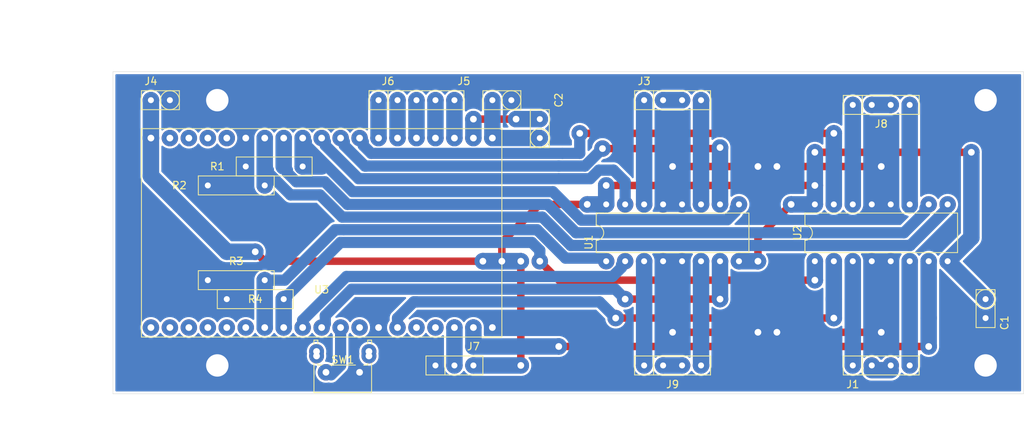
<source format=kicad_pcb>
(kicad_pcb (version 20171130) (host pcbnew "(5.1.6)-1")

  (general
    (thickness 1.6)
    (drawings 8)
    (tracks 229)
    (zones 0)
    (modules 18)
    (nets 49)
  )

  (page A4)
  (layers
    (0 F.Cu signal)
    (31 B.Cu signal)
    (32 B.Adhes user hide)
    (33 F.Adhes user hide)
    (34 B.Paste user hide)
    (35 F.Paste user hide)
    (36 B.SilkS user hide)
    (37 F.SilkS user hide)
    (38 B.Mask user)
    (39 F.Mask user hide)
    (40 Dwgs.User user)
    (41 Cmts.User user hide)
    (42 Eco1.User user)
    (43 Eco2.User user hide)
    (44 Edge.Cuts user)
    (45 Margin user hide)
    (46 B.CrtYd user hide)
    (47 F.CrtYd user hide)
    (48 B.Fab user hide)
    (49 F.Fab user)
  )

  (setup
    (last_trace_width 1)
    (user_trace_width 1)
    (user_trace_width 1.5)
    (user_trace_width 2.2)
    (trace_clearance 0.2)
    (zone_clearance 0.508)
    (zone_45_only no)
    (trace_min 0.2)
    (via_size 0.8)
    (via_drill 0.4)
    (via_min_size 0.4)
    (via_min_drill 0.3)
    (user_via 2.2 0.9)
    (user_via 3.1 3)
    (uvia_size 0.3)
    (uvia_drill 0.1)
    (uvias_allowed no)
    (uvia_min_size 0.2)
    (uvia_min_drill 0.1)
    (edge_width 0.05)
    (segment_width 0.2)
    (pcb_text_width 0.3)
    (pcb_text_size 1.5 1.5)
    (mod_edge_width 0.12)
    (mod_text_size 1 1)
    (mod_text_width 0.15)
    (pad_size 1.524 1.524)
    (pad_drill 0.762)
    (pad_to_mask_clearance 0.05)
    (aux_axis_origin 0 0)
    (visible_elements 7FFFFFFF)
    (pcbplotparams
      (layerselection 0x00040_fffffffe)
      (usegerberextensions false)
      (usegerberattributes true)
      (usegerberadvancedattributes true)
      (creategerberjobfile false)
      (excludeedgelayer true)
      (linewidth 0.100000)
      (plotframeref false)
      (viasonmask true)
      (mode 1)
      (useauxorigin false)
      (hpglpennumber 1)
      (hpglpenspeed 20)
      (hpglpendiameter 15.000000)
      (psnegative false)
      (psa4output false)
      (plotreference true)
      (plotvalue true)
      (plotinvisibletext false)
      (padsonsilk false)
      (subtractmaskfromsilk false)
      (outputformat 1)
      (mirror false)
      (drillshape 0)
      (scaleselection 1)
      (outputdirectory "plot/"))
  )

  (net 0 "")
  (net 1 GND)
  (net 2 +5V)
  (net 3 +3V3)
  (net 4 "Net-(C2-Pad2)")
  (net 5 OB2)
  (net 6 OB1)
  (net 7 OA2)
  (net 8 OA1)
  (net 9 OC1)
  (net 10 OC2)
  (net 11 OD1)
  (net 12 OD2)
  (net 13 hall1)
  (net 14 hall2)
  (net 15 hall3)
  (net 16 hall4)
  (net 17 hall5)
  (net 18 LED)
  (net 19 ENB)
  (net 20 END)
  (net 21 ENA)
  (net 22 ENC)
  (net 23 IB2)
  (net 24 IA2)
  (net 25 IB1)
  (net 26 IA1)
  (net 27 IC1)
  (net 28 ID1)
  (net 29 IC2)
  (net 30 ID2)
  (net 31 "Net-(U3-Pad2)")
  (net 32 "Net-(U3-Pad3)")
  (net 33 "Net-(U3-Pad4)")
  (net 34 "Net-(U3-Pad5)")
  (net 35 "Net-(U3-Pad23)")
  (net 36 "Net-(U3-Pad24)")
  (net 37 "Net-(U3-Pad33)")
  (net 38 "Net-(U3-Pad34)")
  (net 39 "Net-(U3-Pad36)")
  (net 40 "Net-(U3-Pad37)")
  (net 41 "Net-(U3-Pad38)")
  (net 42 "Net-(U3-Pad35)")
  (net 43 "Net-(J1-Pad2)")
  (net 44 "Net-(J3-Pad2)")
  (net 45 "Net-(J8-Pad2)")
  (net 46 "Net-(J9-Pad2)")
  (net 47 "Net-(U3-Pad27)")
  (net 48 SW)

  (net_class Default "This is the default net class."
    (clearance 0.2)
    (trace_width 0.25)
    (via_dia 0.8)
    (via_drill 0.4)
    (uvia_dia 0.3)
    (uvia_drill 0.1)
    (add_net +3V3)
    (add_net +5V)
    (add_net ENA)
    (add_net ENB)
    (add_net ENC)
    (add_net END)
    (add_net GND)
    (add_net IA1)
    (add_net IA2)
    (add_net IB1)
    (add_net IB2)
    (add_net IC1)
    (add_net IC2)
    (add_net ID1)
    (add_net ID2)
    (add_net LED)
    (add_net "Net-(C2-Pad2)")
    (add_net "Net-(J1-Pad2)")
    (add_net "Net-(J3-Pad2)")
    (add_net "Net-(J8-Pad2)")
    (add_net "Net-(J9-Pad2)")
    (add_net "Net-(U3-Pad2)")
    (add_net "Net-(U3-Pad23)")
    (add_net "Net-(U3-Pad24)")
    (add_net "Net-(U3-Pad27)")
    (add_net "Net-(U3-Pad3)")
    (add_net "Net-(U3-Pad33)")
    (add_net "Net-(U3-Pad34)")
    (add_net "Net-(U3-Pad35)")
    (add_net "Net-(U3-Pad36)")
    (add_net "Net-(U3-Pad37)")
    (add_net "Net-(U3-Pad38)")
    (add_net "Net-(U3-Pad4)")
    (add_net "Net-(U3-Pad5)")
    (add_net OA1)
    (add_net OA2)
    (add_net OB1)
    (add_net OB2)
    (add_net OC1)
    (add_net OC2)
    (add_net OD1)
    (add_net OD2)
    (add_net SW)
    (add_net hall1)
    (add_net hall2)
    (add_net hall3)
    (add_net hall4)
    (add_net hall5)
  )

  (module cnc3018-PCB:ESP32-DEV (layer F.Cu) (tedit 6373F5DD) (tstamp 63744DD8)
    (at 27.94 -21.59)
    (path /6373E6F1)
    (fp_text reference U3 (at 0 7.62) (layer F.SilkS)
      (effects (font (size 1 1) (thickness 0.15)))
    )
    (fp_text value ESP32_DEV (at 0 -7.62) (layer F.Fab)
      (effects (font (size 1 1) (thickness 0.15)))
    )
    (fp_line (start -24.13 -13.97) (end 24.13 -13.97) (layer F.SilkS) (width 0.12))
    (fp_line (start 24.13 -13.97) (end 24.13 13.97) (layer F.SilkS) (width 0.12))
    (fp_line (start 24.13 13.97) (end -24.13 13.97) (layer F.SilkS) (width 0.12))
    (fp_line (start -24.13 13.97) (end -24.13 -13.97) (layer F.SilkS) (width 0.12))
    (pad 1 thru_hole circle (at -22.86 -12.7) (size 2.2 2.2) (drill 0.9) (layers *.Cu *.Mask)
      (net 2 +5V))
    (pad 2 thru_hole circle (at -20.32 -12.7) (size 2.2 2.2) (drill 0.9) (layers *.Cu *.Mask)
      (net 31 "Net-(U3-Pad2)"))
    (pad 3 thru_hole circle (at -17.78 -12.7) (size 2.2 2.2) (drill 0.9) (layers *.Cu *.Mask)
      (net 32 "Net-(U3-Pad3)"))
    (pad 4 thru_hole circle (at -15.24 -12.7) (size 2.2 2.2) (drill 0.9) (layers *.Cu *.Mask)
      (net 33 "Net-(U3-Pad4)"))
    (pad 5 thru_hole circle (at -12.7 -12.7) (size 2.2 2.2) (drill 0.9) (layers *.Cu *.Mask)
      (net 34 "Net-(U3-Pad5)"))
    (pad 6 thru_hole circle (at -10.16 -12.7) (size 2.2 2.2) (drill 0.9) (layers *.Cu *.Mask)
      (net 1 GND))
    (pad 7 thru_hole circle (at -7.62 -12.7) (size 2.2 2.2) (drill 0.9) (layers *.Cu *.Mask)
      (net 19 ENB))
    (pad 8 thru_hole circle (at -5.08 -12.7) (size 2.2 2.2) (drill 0.9) (layers *.Cu *.Mask)
      (net 25 IB1))
    (pad 9 thru_hole circle (at -2.54 -12.7) (size 2.2 2.2) (drill 0.9) (layers *.Cu *.Mask)
      (net 21 ENA))
    (pad 10 thru_hole circle (at 0 -12.7) (size 2.2 2.2) (drill 0.9) (layers *.Cu *.Mask)
      (net 24 IA2))
    (pad 11 thru_hole circle (at 2.54 -12.7) (size 2.2 2.2) (drill 0.9) (layers *.Cu *.Mask)
      (net 26 IA1))
    (pad 12 thru_hole circle (at 5.08 -12.7) (size 2.2 2.2) (drill 0.9) (layers *.Cu *.Mask)
      (net 23 IB2))
    (pad 13 thru_hole circle (at 7.62 -12.7) (size 2.2 2.2) (drill 0.9) (layers *.Cu *.Mask)
      (net 13 hall1))
    (pad 14 thru_hole circle (at 10.16 -12.7) (size 2.2 2.2) (drill 0.9) (layers *.Cu *.Mask)
      (net 14 hall2))
    (pad 15 thru_hole circle (at 12.7 -12.7) (size 2.2 2.2) (drill 0.9) (layers *.Cu *.Mask)
      (net 15 hall3))
    (pad 16 thru_hole circle (at 15.24 -12.7) (size 2.2 2.2) (drill 0.9) (layers *.Cu *.Mask)
      (net 16 hall4))
    (pad 17 thru_hole circle (at 17.78 -12.7) (size 2.2 2.2) (drill 0.9) (layers *.Cu *.Mask)
      (net 17 hall5))
    (pad 18 thru_hole circle (at 20.32 -12.7) (size 2.2 2.2) (drill 0.9) (layers *.Cu *.Mask)
      (net 4 "Net-(C2-Pad2)"))
    (pad 19 thru_hole circle (at 22.86 -12.7) (size 2.2 2.2) (drill 0.9) (layers *.Cu *.Mask)
      (net 3 +3V3))
    (pad 20 thru_hole circle (at 22.86 12.7) (size 2.2 2.2) (drill 0.9) (layers *.Cu *.Mask)
      (net 1 GND))
    (pad 21 thru_hole circle (at 20.32 12.7) (size 2.2 2.2) (drill 0.9) (layers *.Cu *.Mask)
      (net 30 ID2))
    (pad 22 thru_hole circle (at 17.78 12.7) (size 2.2 2.2) (drill 0.9) (layers *.Cu *.Mask)
      (net 18 LED))
    (pad 23 thru_hole circle (at 15.24 12.7) (size 2.2 2.2) (drill 0.9) (layers *.Cu *.Mask)
      (net 35 "Net-(U3-Pad23)"))
    (pad 24 thru_hole circle (at 12.7 12.7) (size 2.2 2.2) (drill 0.9) (layers *.Cu *.Mask)
      (net 36 "Net-(U3-Pad24)"))
    (pad 25 thru_hole circle (at 10.16 12.7) (size 2.2 2.2) (drill 0.9) (layers *.Cu *.Mask)
      (net 28 ID1))
    (pad 26 thru_hole circle (at 7.62 12.7) (size 2.2 2.2) (drill 0.9) (layers *.Cu *.Mask)
      (net 1 GND))
    (pad 27 thru_hole circle (at 5.08 12.7) (size 2.2 2.2) (drill 0.9) (layers *.Cu *.Mask)
      (net 47 "Net-(U3-Pad27)"))
    (pad 28 thru_hole circle (at 2.54 12.7) (size 2.2 2.2) (drill 0.9) (layers *.Cu *.Mask)
      (net 48 SW))
    (pad 29 thru_hole circle (at 0 12.7) (size 2.2 2.2) (drill 0.9) (layers *.Cu *.Mask)
      (net 29 IC2))
    (pad 30 thru_hole circle (at -2.54 12.7) (size 2.2 2.2) (drill 0.9) (layers *.Cu *.Mask)
      (net 27 IC1))
    (pad 31 thru_hole circle (at -5.08 12.7) (size 2.2 2.2) (drill 0.9) (layers *.Cu *.Mask)
      (net 20 END))
    (pad 32 thru_hole circle (at -7.62 12.7) (size 2.2 2.2) (drill 0.9) (layers *.Cu *.Mask)
      (net 22 ENC))
    (pad 33 thru_hole circle (at -10.16 12.7) (size 2.2 2.2) (drill 0.9) (layers *.Cu *.Mask)
      (net 37 "Net-(U3-Pad33)"))
    (pad 34 thru_hole circle (at -12.7 12.7) (size 2.2 2.2) (drill 0.9) (layers *.Cu *.Mask)
      (net 38 "Net-(U3-Pad34)"))
    (pad 35 thru_hole circle (at -15.24 12.7) (size 2.2 2.2) (drill 0.9) (layers *.Cu *.Mask)
      (net 42 "Net-(U3-Pad35)"))
    (pad 36 thru_hole circle (at -17.78 12.7) (size 2.2 2.2) (drill 0.9) (layers *.Cu *.Mask)
      (net 39 "Net-(U3-Pad36)"))
    (pad 37 thru_hole circle (at -20.32 12.7) (size 2.2 2.2) (drill 0.9) (layers *.Cu *.Mask)
      (net 40 "Net-(U3-Pad37)"))
    (pad 38 thru_hole circle (at -22.86 12.7) (size 2.2 2.2) (drill 0.9) (layers *.Cu *.Mask)
      (net 41 "Net-(U3-Pad38)"))
  )

  (module cnc3018-PCB:myResistor (layer F.Cu) (tedit 612D2591) (tstamp 63744D44)
    (at 25.4 -30.48 180)
    (path /63742574)
    (fp_text reference R1 (at 11.43 0) (layer F.SilkS)
      (effects (font (size 1 1) (thickness 0.15)))
    )
    (fp_text value 10K (at 3.81 0) (layer F.Fab)
      (effects (font (size 1 1) (thickness 0.15)))
    )
    (fp_line (start 8.89 -1.27) (end 8.89 1.27) (layer F.SilkS) (width 0.12))
    (fp_line (start 8.89 -1.27) (end -1.27 -1.27) (layer F.SilkS) (width 0.12))
    (fp_line (start -1.27 -1.27) (end -1.27 1.27) (layer F.SilkS) (width 0.12))
    (fp_line (start -1.27 1.27) (end 8.89 1.27) (layer F.SilkS) (width 0.12))
    (pad 1 thru_hole circle (at 0 0 180) (size 2.2 2.2) (drill 0.8) (layers *.Cu *.Mask)
      (net 21 ENA))
    (pad 2 thru_hole circle (at 7.62 0 180) (size 2.2 2.2) (drill 0.8) (layers *.Cu *.Mask)
      (net 1 GND))
  )

  (module cnc3018-PCB:myResistor (layer F.Cu) (tedit 612D2591) (tstamp 63744D4E)
    (at 20.32 -27.94 180)
    (path /637448BC)
    (fp_text reference R2 (at 11.43 0) (layer F.SilkS)
      (effects (font (size 1 1) (thickness 0.15)))
    )
    (fp_text value 10K (at 3.81 0) (layer F.Fab)
      (effects (font (size 1 1) (thickness 0.15)))
    )
    (fp_line (start -1.27 1.27) (end 8.89 1.27) (layer F.SilkS) (width 0.12))
    (fp_line (start -1.27 -1.27) (end -1.27 1.27) (layer F.SilkS) (width 0.12))
    (fp_line (start 8.89 -1.27) (end -1.27 -1.27) (layer F.SilkS) (width 0.12))
    (fp_line (start 8.89 -1.27) (end 8.89 1.27) (layer F.SilkS) (width 0.12))
    (pad 2 thru_hole circle (at 7.62 0 180) (size 2.2 2.2) (drill 0.8) (layers *.Cu *.Mask)
      (net 1 GND))
    (pad 1 thru_hole circle (at 0 0 180) (size 2.2 2.2) (drill 0.8) (layers *.Cu *.Mask)
      (net 19 ENB))
  )

  (module cnc3018-PCB:my2pin (layer F.Cu) (tedit 612D2549) (tstamp 63744CD2)
    (at 116.84 -12.7 270)
    (path /639AE459)
    (fp_text reference C1 (at 3.175 -2.54 90) (layer F.SilkS)
      (effects (font (size 1 1) (thickness 0.15)))
    )
    (fp_text value 100uf (at 1.905 2.54 90) (layer F.Fab)
      (effects (font (size 1 1) (thickness 0.15)))
    )
    (fp_line (start -1.27 -1.27) (end -1.27 1.27) (layer F.SilkS) (width 0.12))
    (fp_line (start -1.27 -1.27) (end 1.27 -1.27) (layer F.SilkS) (width 0.12))
    (fp_circle (center 0 0) (end 0 -1.27) (layer F.SilkS) (width 0.12))
    (fp_line (start -1.27 1.27) (end 3.81 1.27) (layer F.SilkS) (width 0.12))
    (fp_line (start 3.81 1.27) (end 3.81 -1.27) (layer F.SilkS) (width 0.12))
    (fp_line (start 3.81 -1.27) (end 1.27 -1.27) (layer F.SilkS) (width 0.12))
    (pad 2 thru_hole circle (at 2.54 0 270) (size 2.2 2.2) (drill 0.8) (layers *.Cu *.Mask)
      (net 1 GND))
    (pad 1 thru_hole circle (at 0 0 270) (size 2.2 2.2) (drill 0.8) (layers *.Cu *.Mask)
      (net 2 +5V))
  )

  (module cnc3018-PCB:my2pin (layer F.Cu) (tedit 612D2549) (tstamp 63744CDE)
    (at 57.15 -34.29 90)
    (path /639B4A3D)
    (fp_text reference C2 (at 5.08 2.54 270) (layer F.SilkS)
      (effects (font (size 1 1) (thickness 0.15)))
    )
    (fp_text value 10uf (at 1.27 2.54 90) (layer F.Fab)
      (effects (font (size 1 1) (thickness 0.15)))
    )
    (fp_line (start 3.81 -1.27) (end 1.27 -1.27) (layer F.SilkS) (width 0.12))
    (fp_line (start 3.81 1.27) (end 3.81 -1.27) (layer F.SilkS) (width 0.12))
    (fp_line (start -1.27 1.27) (end 3.81 1.27) (layer F.SilkS) (width 0.12))
    (fp_circle (center 0 0) (end 0 -1.27) (layer F.SilkS) (width 0.12))
    (fp_line (start -1.27 -1.27) (end 1.27 -1.27) (layer F.SilkS) (width 0.12))
    (fp_line (start -1.27 -1.27) (end -1.27 1.27) (layer F.SilkS) (width 0.12))
    (pad 1 thru_hole circle (at 0 0 90) (size 2.2 2.2) (drill 0.8) (layers *.Cu *.Mask)
      (net 3 +3V3))
    (pad 2 thru_hole circle (at 2.54 0 90) (size 2.2 2.2) (drill 0.8) (layers *.Cu *.Mask)
      (net 4 "Net-(C2-Pad2)"))
  )

  (module cnc3018-PCB:my4pin (layer F.Cu) (tedit 612D2557) (tstamp 63744CEC)
    (at 99.06 -3.81)
    (path /637484BE)
    (fp_text reference J1 (at 0 2.54) (layer F.SilkS)
      (effects (font (size 1 1) (thickness 0.15)))
    )
    (fp_text value coil48 (at 3.81 2.54) (layer F.Fab)
      (effects (font (size 1 1) (thickness 0.15)))
    )
    (fp_line (start -1.27 -1.27) (end -1.27 1.27) (layer F.SilkS) (width 0.12))
    (fp_line (start -1.27 -1.27) (end 1.27 -1.27) (layer F.SilkS) (width 0.12))
    (fp_line (start 1.27 -1.27) (end 1.27 1.27) (layer F.SilkS) (width 0.12))
    (fp_line (start -1.27 1.27) (end 8.89 1.27) (layer F.SilkS) (width 0.12))
    (fp_line (start 8.89 1.27) (end 8.89 -1.27) (layer F.SilkS) (width 0.12))
    (fp_line (start 8.89 -1.27) (end 1.27 -1.27) (layer F.SilkS) (width 0.12))
    (pad 4 thru_hole circle (at 7.62 0) (size 2.2 2.2) (drill 0.8) (layers *.Cu *.Mask)
      (net 12 OD2))
    (pad 3 thru_hole circle (at 5.08 0) (size 2.2 2.2) (drill 0.8) (layers *.Cu *.Mask)
      (net 43 "Net-(J1-Pad2)"))
    (pad 2 thru_hole circle (at 2.54 0) (size 2.2 2.2) (drill 0.8) (layers *.Cu *.Mask)
      (net 43 "Net-(J1-Pad2)"))
    (pad 1 thru_hole circle (at 0 0) (size 2.2 2.2) (drill 0.8) (layers *.Cu *.Mask)
      (net 11 OD1))
  )

  (module cnc3018-PCB:my4pin (layer F.Cu) (tedit 612D2557) (tstamp 63744D06)
    (at 71.12 -39.37)
    (path /6374AAD5)
    (fp_text reference J3 (at 0 -2.54) (layer F.SilkS)
      (effects (font (size 1 1) (thickness 0.15)))
    )
    (fp_text value coil15 (at 3.81 -2.54) (layer F.Fab)
      (effects (font (size 1 1) (thickness 0.15)))
    )
    (fp_line (start 8.89 -1.27) (end 1.27 -1.27) (layer F.SilkS) (width 0.12))
    (fp_line (start 8.89 1.27) (end 8.89 -1.27) (layer F.SilkS) (width 0.12))
    (fp_line (start -1.27 1.27) (end 8.89 1.27) (layer F.SilkS) (width 0.12))
    (fp_line (start 1.27 -1.27) (end 1.27 1.27) (layer F.SilkS) (width 0.12))
    (fp_line (start -1.27 -1.27) (end 1.27 -1.27) (layer F.SilkS) (width 0.12))
    (fp_line (start -1.27 -1.27) (end -1.27 1.27) (layer F.SilkS) (width 0.12))
    (pad 1 thru_hole circle (at 0 0) (size 2.2 2.2) (drill 0.8) (layers *.Cu *.Mask)
      (net 7 OA2))
    (pad 2 thru_hole circle (at 2.54 0) (size 2.2 2.2) (drill 0.8) (layers *.Cu *.Mask)
      (net 44 "Net-(J3-Pad2)"))
    (pad 3 thru_hole circle (at 5.08 0) (size 2.2 2.2) (drill 0.8) (layers *.Cu *.Mask)
      (net 44 "Net-(J3-Pad2)"))
    (pad 4 thru_hole circle (at 7.62 0) (size 2.2 2.2) (drill 0.8) (layers *.Cu *.Mask)
      (net 8 OA1))
  )

  (module cnc3018-PCB:my2pin (layer F.Cu) (tedit 612D2549) (tstamp 63744D12)
    (at 7.62 -39.37 180)
    (path /6374560A)
    (fp_text reference J4 (at 2.54 2.54) (layer F.SilkS)
      (effects (font (size 1 1) (thickness 0.15)))
    )
    (fp_text value power (at 1.27 -2.54) (layer F.Fab)
      (effects (font (size 1 1) (thickness 0.15)))
    )
    (fp_line (start 3.81 -1.27) (end 1.27 -1.27) (layer F.SilkS) (width 0.12))
    (fp_line (start 3.81 1.27) (end 3.81 -1.27) (layer F.SilkS) (width 0.12))
    (fp_line (start -1.27 1.27) (end 3.81 1.27) (layer F.SilkS) (width 0.12))
    (fp_circle (center 0 0) (end 0 -1.27) (layer F.SilkS) (width 0.12))
    (fp_line (start -1.27 -1.27) (end 1.27 -1.27) (layer F.SilkS) (width 0.12))
    (fp_line (start -1.27 -1.27) (end -1.27 1.27) (layer F.SilkS) (width 0.12))
    (pad 1 thru_hole circle (at 0 0 180) (size 2.2 2.2) (drill 0.8) (layers *.Cu *.Mask)
      (net 1 GND))
    (pad 2 thru_hole circle (at 2.54 0 180) (size 2.2 2.2) (drill 0.8) (layers *.Cu *.Mask)
      (net 2 +5V))
  )

  (module cnc3018-PCB:my2pin (layer F.Cu) (tedit 612D2549) (tstamp 63744D1E)
    (at 53.34 -39.37 180)
    (path /63746BE0)
    (fp_text reference J5 (at 6.35 2.54) (layer F.SilkS)
      (effects (font (size 1 1) (thickness 0.15)))
    )
    (fp_text value hall_power (at 1.27 2.54) (layer F.Fab)
      (effects (font (size 1 1) (thickness 0.15)))
    )
    (fp_line (start -1.27 -1.27) (end -1.27 1.27) (layer F.SilkS) (width 0.12))
    (fp_line (start -1.27 -1.27) (end 1.27 -1.27) (layer F.SilkS) (width 0.12))
    (fp_circle (center 0 0) (end 0 -1.27) (layer F.SilkS) (width 0.12))
    (fp_line (start -1.27 1.27) (end 3.81 1.27) (layer F.SilkS) (width 0.12))
    (fp_line (start 3.81 1.27) (end 3.81 -1.27) (layer F.SilkS) (width 0.12))
    (fp_line (start 3.81 -1.27) (end 1.27 -1.27) (layer F.SilkS) (width 0.12))
    (pad 2 thru_hole circle (at 2.54 0 180) (size 2.2 2.2) (drill 0.8) (layers *.Cu *.Mask)
      (net 3 +3V3))
    (pad 1 thru_hole circle (at 0 0 180) (size 2.2 2.2) (drill 0.8) (layers *.Cu *.Mask)
      (net 1 GND))
  )

  (module cnc3018-PCB:my5Pin (layer F.Cu) (tedit 612C2FF5) (tstamp 63744D2D)
    (at 40.64 -39.37)
    (path /6374B5A7)
    (fp_text reference J6 (at -3.81 -2.54) (layer F.SilkS)
      (effects (font (size 1 1) (thickness 0.15)))
    )
    (fp_text value halls (at 0 -2.54) (layer F.Fab)
      (effects (font (size 1 1) (thickness 0.15)))
    )
    (fp_line (start -3.81 -1.27) (end -3.81 1.27) (layer F.SilkS) (width 0.12))
    (fp_line (start -6.35 -1.27) (end -3.81 -1.27) (layer F.SilkS) (width 0.12))
    (fp_line (start 6.35 -1.27) (end -6.35 -1.27) (layer F.SilkS) (width 0.12))
    (fp_line (start 6.35 1.27) (end 6.35 -1.27) (layer F.SilkS) (width 0.12))
    (fp_line (start -6.35 1.27) (end 6.35 1.27) (layer F.SilkS) (width 0.12))
    (fp_line (start -6.35 -1.27) (end -6.35 1.27) (layer F.SilkS) (width 0.12))
    (pad 1 thru_hole circle (at -5.08 0) (size 2.2 2.2) (drill 0.8) (layers *.Cu *.Mask)
      (net 13 hall1))
    (pad 2 thru_hole circle (at -2.54 0) (size 2.2 2.2) (drill 0.8) (layers *.Cu *.Mask)
      (net 14 hall2))
    (pad 3 thru_hole circle (at 0 0) (size 2.2 2.2) (drill 0.8) (layers *.Cu *.Mask)
      (net 15 hall3))
    (pad 4 thru_hole circle (at 2.54 0) (size 2.2 2.2) (drill 0.8) (layers *.Cu *.Mask)
      (net 16 hall4))
    (pad 5 thru_hole circle (at 5.08 0) (size 2.2 2.2) (drill 0.8) (layers *.Cu *.Mask)
      (net 17 hall5))
  )

  (module cnc3018-PCB:my3pin (layer F.Cu) (tedit 612C3136) (tstamp 63744D3A)
    (at 45.72 -3.81)
    (path /63746FC8)
    (fp_text reference J7 (at 2.54 -2.54) (layer F.SilkS)
      (effects (font (size 1 1) (thickness 0.15)))
    )
    (fp_text value led (at 0 -2.54) (layer F.Fab)
      (effects (font (size 1 1) (thickness 0.15)))
    )
    (fp_line (start -3.81 -1.27) (end -3.81 1.27) (layer F.SilkS) (width 0.12))
    (fp_line (start -3.81 -1.27) (end -1.27 -1.27) (layer F.SilkS) (width 0.12))
    (fp_line (start -1.27 -1.27) (end -1.27 1.27) (layer F.SilkS) (width 0.12))
    (fp_line (start 3.81 1.27) (end 3.81 -1.27) (layer F.SilkS) (width 0.12))
    (fp_line (start -3.81 1.27) (end 3.81 1.27) (layer F.SilkS) (width 0.12))
    (fp_line (start -1.27 -1.27) (end 3.81 -1.27) (layer F.SilkS) (width 0.12))
    (pad 1 thru_hole circle (at -2.54 0) (size 2.2 2.2) (drill 0.8) (layers *.Cu *.Mask)
      (net 1 GND))
    (pad 2 thru_hole circle (at 0 0) (size 2.2 2.2) (drill 0.8) (layers *.Cu *.Mask)
      (net 18 LED))
    (pad 3 thru_hole circle (at 2.54 0) (size 2.2 2.2) (drill 0.8) (layers *.Cu *.Mask)
      (net 2 +5V))
  )

  (module cnc3018-PCB:myResistor (layer F.Cu) (tedit 612D2591) (tstamp 63744D58)
    (at 20.32 -15.24 180)
    (path /63744E96)
    (fp_text reference R3 (at 3.81 2.54) (layer F.SilkS)
      (effects (font (size 1 1) (thickness 0.15)))
    )
    (fp_text value 10K (at 3.81 0) (layer F.Fab)
      (effects (font (size 1 1) (thickness 0.15)))
    )
    (fp_line (start -1.27 1.27) (end 8.89 1.27) (layer F.SilkS) (width 0.12))
    (fp_line (start -1.27 -1.27) (end -1.27 1.27) (layer F.SilkS) (width 0.12))
    (fp_line (start 8.89 -1.27) (end -1.27 -1.27) (layer F.SilkS) (width 0.12))
    (fp_line (start 8.89 -1.27) (end 8.89 1.27) (layer F.SilkS) (width 0.12))
    (pad 2 thru_hole circle (at 7.62 0 180) (size 2.2 2.2) (drill 0.8) (layers *.Cu *.Mask)
      (net 1 GND))
    (pad 1 thru_hole circle (at 0 0 180) (size 2.2 2.2) (drill 0.8) (layers *.Cu *.Mask)
      (net 22 ENC))
  )

  (module cnc3018-PCB:myDip16 (layer F.Cu) (tedit 613E3A12) (tstamp 63744D86)
    (at 66.04 -17.78 90)
    (descr "16-lead though-hole mounted DIP package, row spacing 7.62 mm (300 mils)")
    (tags "THT DIP DIL PDIP 2.54mm 7.62mm 300mil")
    (path /63741DEA)
    (fp_text reference U1 (at 2.54 -2.33 90) (layer F.SilkS)
      (effects (font (size 1 1) (thickness 0.15)))
    )
    (fp_text value L293D (at 3.81 20.11 90) (layer F.Fab)
      (effects (font (size 1 1) (thickness 0.15)))
    )
    (fp_line (start 1.635 -1.27) (end 6.985 -1.27) (layer F.Fab) (width 0.1))
    (fp_line (start 6.985 -1.27) (end 6.985 19.05) (layer F.Fab) (width 0.1))
    (fp_line (start 6.985 19.05) (end 0.635 19.05) (layer F.Fab) (width 0.1))
    (fp_line (start 0.635 19.05) (end 0.635 -0.27) (layer F.Fab) (width 0.1))
    (fp_line (start 0.635 -0.27) (end 1.635 -1.27) (layer F.Fab) (width 0.1))
    (fp_line (start 2.81 -1.33) (end 1.16 -1.33) (layer F.SilkS) (width 0.12))
    (fp_line (start 1.16 -1.33) (end 1.16 19.11) (layer F.SilkS) (width 0.12))
    (fp_line (start 1.16 19.11) (end 6.46 19.11) (layer F.SilkS) (width 0.12))
    (fp_line (start 6.46 19.11) (end 6.46 -1.33) (layer F.SilkS) (width 0.12))
    (fp_line (start 6.46 -1.33) (end 4.81 -1.33) (layer F.SilkS) (width 0.12))
    (fp_line (start -1.1 -1.55) (end -1.1 19.3) (layer F.CrtYd) (width 0.05))
    (fp_line (start -1.1 19.3) (end 8.7 19.3) (layer F.CrtYd) (width 0.05))
    (fp_line (start 8.7 19.3) (end 8.7 -1.55) (layer F.CrtYd) (width 0.05))
    (fp_line (start 8.7 -1.55) (end -1.1 -1.55) (layer F.CrtYd) (width 0.05))
    (fp_text user %R (at 3.81 8.89 90) (layer F.Fab)
      (effects (font (size 1 1) (thickness 0.15)))
    )
    (fp_arc (start 3.81 -1.33) (end 2.81 -1.33) (angle -180) (layer F.SilkS) (width 0.12))
    (pad 16 thru_hole circle (at 7.62 0 90) (size 2.2 2.2) (drill 0.8) (layers *.Cu *.Mask)
      (net 2 +5V))
    (pad 8 thru_hole circle (at 0 17.78 90) (size 2.2 2.2) (drill 0.8) (layers *.Cu *.Mask)
      (net 2 +5V))
    (pad 15 thru_hole circle (at 7.62 2.54 90) (size 2.2 2.2) (drill 0.8) (layers *.Cu *.Mask)
      (net 24 IA2))
    (pad 7 thru_hole circle (at 0 15.24 90) (size 2.2 2.2) (drill 0.8) (layers *.Cu *.Mask)
      (net 29 IC2))
    (pad 14 thru_hole circle (at 7.62 5.08 90) (size 2.2 2.2) (drill 0.8) (layers *.Cu *.Mask)
      (net 7 OA2))
    (pad 6 thru_hole circle (at 0 12.7 90) (size 2.2 2.2) (drill 0.8) (layers *.Cu *.Mask)
      (net 10 OC2))
    (pad 13 thru_hole circle (at 7.62 7.62 90) (size 2.2 2.2) (drill 0.8) (layers *.Cu *.Mask)
      (net 1 GND))
    (pad 5 thru_hole circle (at 0 10.16 90) (size 2.2 2.2) (drill 0.8) (layers *.Cu *.Mask)
      (net 1 GND))
    (pad 12 thru_hole circle (at 7.62 10.16 90) (size 2.2 2.2) (drill 0.8) (layers *.Cu *.Mask)
      (net 1 GND))
    (pad 4 thru_hole circle (at 0 7.62 90) (size 2.2 2.2) (drill 0.8) (layers *.Cu *.Mask)
      (net 1 GND))
    (pad 11 thru_hole circle (at 7.62 12.7 90) (size 2.2 2.2) (drill 0.8) (layers *.Cu *.Mask)
      (net 8 OA1))
    (pad 3 thru_hole circle (at 0 5.08 90) (size 2.2 2.2) (drill 0.8) (layers *.Cu *.Mask)
      (net 9 OC1))
    (pad 10 thru_hole circle (at 7.62 15.24 90) (size 2.2 2.2) (drill 0.8) (layers *.Cu *.Mask)
      (net 26 IA1))
    (pad 2 thru_hole circle (at 0 2.54 90) (size 2.2 2.2) (drill 0.8) (layers *.Cu *.Mask)
      (net 27 IC1))
    (pad 9 thru_hole circle (at 7.62 17.78 90) (size 2.2 2.2) (drill 0.8) (layers *.Cu *.Mask)
      (net 21 ENA))
    (pad 1 thru_hole circle (at 0 0 90) (size 2.2 2.2) (drill 0.8) (layers *.Cu *.Mask)
      (net 22 ENC))
    (model ${KISYS3DMOD}/Package_DIP.3dshapes/DIP-16_W7.62mm.wrl
      (at (xyz 0 0 0))
      (scale (xyz 1 1 1))
      (rotate (xyz 0 0 0))
    )
  )

  (module cnc3018-PCB:myDip16 (layer F.Cu) (tedit 613E3A12) (tstamp 63744DAA)
    (at 93.98 -17.78 90)
    (descr "16-lead though-hole mounted DIP package, row spacing 7.62 mm (300 mils)")
    (tags "THT DIP DIL PDIP 2.54mm 7.62mm 300mil")
    (path /6374123D)
    (fp_text reference U2 (at 3.81 -2.33 90) (layer F.SilkS)
      (effects (font (size 1 1) (thickness 0.15)))
    )
    (fp_text value L293D (at 3.81 20.11 90) (layer F.Fab)
      (effects (font (size 1 1) (thickness 0.15)))
    )
    (fp_line (start 8.7 -1.55) (end -1.1 -1.55) (layer F.CrtYd) (width 0.05))
    (fp_line (start 8.7 19.3) (end 8.7 -1.55) (layer F.CrtYd) (width 0.05))
    (fp_line (start -1.1 19.3) (end 8.7 19.3) (layer F.CrtYd) (width 0.05))
    (fp_line (start -1.1 -1.55) (end -1.1 19.3) (layer F.CrtYd) (width 0.05))
    (fp_line (start 6.46 -1.33) (end 4.81 -1.33) (layer F.SilkS) (width 0.12))
    (fp_line (start 6.46 19.11) (end 6.46 -1.33) (layer F.SilkS) (width 0.12))
    (fp_line (start 1.16 19.11) (end 6.46 19.11) (layer F.SilkS) (width 0.12))
    (fp_line (start 1.16 -1.33) (end 1.16 19.11) (layer F.SilkS) (width 0.12))
    (fp_line (start 2.81 -1.33) (end 1.16 -1.33) (layer F.SilkS) (width 0.12))
    (fp_line (start 0.635 -0.27) (end 1.635 -1.27) (layer F.Fab) (width 0.1))
    (fp_line (start 0.635 19.05) (end 0.635 -0.27) (layer F.Fab) (width 0.1))
    (fp_line (start 6.985 19.05) (end 0.635 19.05) (layer F.Fab) (width 0.1))
    (fp_line (start 6.985 -1.27) (end 6.985 19.05) (layer F.Fab) (width 0.1))
    (fp_line (start 1.635 -1.27) (end 6.985 -1.27) (layer F.Fab) (width 0.1))
    (fp_arc (start 3.81 -1.33) (end 2.81 -1.33) (angle -180) (layer F.SilkS) (width 0.12))
    (fp_text user %R (at 3.81 8.89 90) (layer F.Fab)
      (effects (font (size 1 1) (thickness 0.15)))
    )
    (pad 1 thru_hole circle (at 0 0 90) (size 2.2 2.2) (drill 0.8) (layers *.Cu *.Mask)
      (net 20 END))
    (pad 9 thru_hole circle (at 7.62 17.78 90) (size 2.2 2.2) (drill 0.8) (layers *.Cu *.Mask)
      (net 19 ENB))
    (pad 2 thru_hole circle (at 0 2.54 90) (size 2.2 2.2) (drill 0.8) (layers *.Cu *.Mask)
      (net 28 ID1))
    (pad 10 thru_hole circle (at 7.62 15.24 90) (size 2.2 2.2) (drill 0.8) (layers *.Cu *.Mask)
      (net 25 IB1))
    (pad 3 thru_hole circle (at 0 5.08 90) (size 2.2 2.2) (drill 0.8) (layers *.Cu *.Mask)
      (net 11 OD1))
    (pad 11 thru_hole circle (at 7.62 12.7 90) (size 2.2 2.2) (drill 0.8) (layers *.Cu *.Mask)
      (net 6 OB1))
    (pad 4 thru_hole circle (at 0 7.62 90) (size 2.2 2.2) (drill 0.8) (layers *.Cu *.Mask)
      (net 1 GND))
    (pad 12 thru_hole circle (at 7.62 10.16 90) (size 2.2 2.2) (drill 0.8) (layers *.Cu *.Mask)
      (net 1 GND))
    (pad 5 thru_hole circle (at 0 10.16 90) (size 2.2 2.2) (drill 0.8) (layers *.Cu *.Mask)
      (net 1 GND))
    (pad 13 thru_hole circle (at 7.62 7.62 90) (size 2.2 2.2) (drill 0.8) (layers *.Cu *.Mask)
      (net 1 GND))
    (pad 6 thru_hole circle (at 0 12.7 90) (size 2.2 2.2) (drill 0.8) (layers *.Cu *.Mask)
      (net 12 OD2))
    (pad 14 thru_hole circle (at 7.62 5.08 90) (size 2.2 2.2) (drill 0.8) (layers *.Cu *.Mask)
      (net 5 OB2))
    (pad 7 thru_hole circle (at 0 15.24 90) (size 2.2 2.2) (drill 0.8) (layers *.Cu *.Mask)
      (net 30 ID2))
    (pad 15 thru_hole circle (at 7.62 2.54 90) (size 2.2 2.2) (drill 0.8) (layers *.Cu *.Mask)
      (net 23 IB2))
    (pad 8 thru_hole circle (at 0 17.78 90) (size 2.2 2.2) (drill 0.8) (layers *.Cu *.Mask)
      (net 2 +5V))
    (pad 16 thru_hole circle (at 7.62 0 90) (size 2.2 2.2) (drill 0.8) (layers *.Cu *.Mask)
      (net 2 +5V))
    (model ${KISYS3DMOD}/Package_DIP.3dshapes/DIP-16_W7.62mm.wrl
      (at (xyz 0 0 0))
      (scale (xyz 1 1 1))
      (rotate (xyz 0 0 0))
    )
  )

  (module cnc3018-PCB:myResistor (layer F.Cu) (tedit 612D2591) (tstamp 63750C4A)
    (at 22.86 -12.7 180)
    (path /63744B77)
    (fp_text reference R4 (at 3.81 0) (layer F.SilkS)
      (effects (font (size 1 1) (thickness 0.15)))
    )
    (fp_text value 10K (at 3.81 0) (layer F.Fab)
      (effects (font (size 1 1) (thickness 0.15)))
    )
    (fp_line (start -1.27 1.27) (end 8.89 1.27) (layer F.SilkS) (width 0.12))
    (fp_line (start -1.27 -1.27) (end -1.27 1.27) (layer F.SilkS) (width 0.12))
    (fp_line (start 8.89 -1.27) (end -1.27 -1.27) (layer F.SilkS) (width 0.12))
    (fp_line (start 8.89 -1.27) (end 8.89 1.27) (layer F.SilkS) (width 0.12))
    (pad 1 thru_hole circle (at 0 0 180) (size 2.2 2.2) (drill 0.8) (layers *.Cu *.Mask)
      (net 20 END))
    (pad 2 thru_hole circle (at 7.62 0 180) (size 2.2 2.2) (drill 0.8) (layers *.Cu *.Mask)
      (net 1 GND))
  )

  (module cnc3018-PCB:my4pin (layer F.Cu) (tedit 612D2557) (tstamp 6375136A)
    (at 99.06 -38.735)
    (path /637A926B)
    (fp_text reference J8 (at 3.81 2.54) (layer F.SilkS)
      (effects (font (size 1 1) (thickness 0.15)))
    )
    (fp_text value coil126 (at 3.81 -2.54) (layer F.Fab)
      (effects (font (size 1 1) (thickness 0.15)))
    )
    (fp_line (start 8.89 -1.27) (end 1.27 -1.27) (layer F.SilkS) (width 0.12))
    (fp_line (start 8.89 1.27) (end 8.89 -1.27) (layer F.SilkS) (width 0.12))
    (fp_line (start -1.27 1.27) (end 8.89 1.27) (layer F.SilkS) (width 0.12))
    (fp_line (start 1.27 -1.27) (end 1.27 1.27) (layer F.SilkS) (width 0.12))
    (fp_line (start -1.27 -1.27) (end 1.27 -1.27) (layer F.SilkS) (width 0.12))
    (fp_line (start -1.27 -1.27) (end -1.27 1.27) (layer F.SilkS) (width 0.12))
    (pad 4 thru_hole circle (at 7.62 0) (size 2.2 2.2) (drill 0.8) (layers *.Cu *.Mask)
      (net 6 OB1))
    (pad 3 thru_hole circle (at 5.08 0) (size 2.2 2.2) (drill 0.8) (layers *.Cu *.Mask)
      (net 45 "Net-(J8-Pad2)"))
    (pad 2 thru_hole circle (at 2.54 0) (size 2.2 2.2) (drill 0.8) (layers *.Cu *.Mask)
      (net 45 "Net-(J8-Pad2)"))
    (pad 1 thru_hole circle (at 0 0) (size 2.2 2.2) (drill 0.8) (layers *.Cu *.Mask)
      (net 5 OB2))
  )

  (module cnc3018-PCB:my4pin (layer F.Cu) (tedit 612D2557) (tstamp 63751343)
    (at 71.12 -3.81)
    (path /637B3A0B)
    (fp_text reference J9 (at 3.81 2.54) (layer F.SilkS)
      (effects (font (size 1 1) (thickness 0.15)))
    )
    (fp_text value coil37 (at 3.81 -2.54) (layer F.Fab)
      (effects (font (size 1 1) (thickness 0.15)))
    )
    (fp_line (start -1.27 -1.27) (end -1.27 1.27) (layer F.SilkS) (width 0.12))
    (fp_line (start -1.27 -1.27) (end 1.27 -1.27) (layer F.SilkS) (width 0.12))
    (fp_line (start 1.27 -1.27) (end 1.27 1.27) (layer F.SilkS) (width 0.12))
    (fp_line (start -1.27 1.27) (end 8.89 1.27) (layer F.SilkS) (width 0.12))
    (fp_line (start 8.89 1.27) (end 8.89 -1.27) (layer F.SilkS) (width 0.12))
    (fp_line (start 8.89 -1.27) (end 1.27 -1.27) (layer F.SilkS) (width 0.12))
    (pad 1 thru_hole circle (at 0 0) (size 2.2 2.2) (drill 0.8) (layers *.Cu *.Mask)
      (net 9 OC1))
    (pad 2 thru_hole circle (at 2.54 0) (size 2.2 2.2) (drill 0.8) (layers *.Cu *.Mask)
      (net 46 "Net-(J9-Pad2)"))
    (pad 3 thru_hole circle (at 5.08 0) (size 2.2 2.2) (drill 0.8) (layers *.Cu *.Mask)
      (net 46 "Net-(J9-Pad2)"))
    (pad 4 thru_hole circle (at 7.62 0) (size 2.2 2.2) (drill 0.8) (layers *.Cu *.Mask)
      (net 10 OC2))
  )

  (module cnc3018-PCB:right_angle_button (layer F.Cu) (tedit 632B1A1C) (tstamp 6375203E)
    (at 33.02 -2.89 180)
    (descr "tactile switch SPST right angle, PTS645VL83-2 LFS")
    (tags "tactile switch SPST angled PTS645VL83-2 LFS C&K Button")
    (path /6381C2AE)
    (fp_text reference SW1 (at 2.25 1.68) (layer F.SilkS)
      (effects (font (size 1 1) (thickness 0.15)))
    )
    (fp_text value SW (at 2.25 5.38988) (layer F.Fab)
      (effects (font (size 1 1) (thickness 0.15)))
    )
    (fp_line (start 0.55 0.97) (end 3.95 0.97) (layer F.SilkS) (width 0.12))
    (fp_line (start -1.09 0.97) (end -0.55 0.97) (layer F.SilkS) (width 0.12))
    (fp_line (start 6.11 3.8) (end 6.11 4.31) (layer F.SilkS) (width 0.12))
    (fp_line (start 5.59 4.31) (end 6.11 4.31) (layer F.SilkS) (width 0.12))
    (fp_line (start 5.59 3.8) (end 5.59 4.31) (layer F.SilkS) (width 0.12))
    (fp_line (start 5.05 0.97) (end 5.59 0.97) (layer F.SilkS) (width 0.12))
    (fp_line (start -1.61 3.8) (end -1.61 4.31) (layer F.SilkS) (width 0.12))
    (fp_line (start -1.09 3.8) (end -1.09 4.31) (layer F.SilkS) (width 0.12))
    (fp_line (start 5.59 0.97) (end 5.59 1.2) (layer F.SilkS) (width 0.12))
    (fp_line (start -1.2 4.2) (end -1.2 0.86) (layer F.Fab) (width 0.1))
    (fp_line (start 5.7 4.2) (end 6 4.2) (layer F.Fab) (width 0.1))
    (fp_line (start -1.5 4.2) (end -1.5 -2.59) (layer F.Fab) (width 0.1))
    (fp_line (start -1.5 -2.59) (end 6 -2.59) (layer F.Fab) (width 0.1))
    (fp_line (start -1.61 -2.7) (end -1.61 1.2) (layer F.SilkS) (width 0.12))
    (fp_line (start -1.61 4.31) (end -1.09 4.31) (layer F.SilkS) (width 0.12))
    (fp_line (start 6.11 -2.7) (end 6.11 1.2) (layer F.SilkS) (width 0.12))
    (fp_line (start -1.61 -2.7) (end 6.11 -2.7) (layer F.SilkS) (width 0.12))
    (fp_line (start -2.5 4.45) (end -2.5 -2.8) (layer F.CrtYd) (width 0.05))
    (fp_line (start 7.05 4.45) (end -2.5 4.45) (layer F.CrtYd) (width 0.05))
    (fp_line (start 7.05 -2.8) (end 7.05 4.45) (layer F.CrtYd) (width 0.05))
    (fp_line (start -2.5 -2.8) (end 7.05 -2.8) (layer F.CrtYd) (width 0.05))
    (fp_line (start 6 4.2) (end 6 -2.59) (layer F.Fab) (width 0.1))
    (fp_line (start -1.2 0.86) (end 5.7 0.86) (layer F.Fab) (width 0.1))
    (fp_line (start -1.5 4.2) (end -1.2 4.2) (layer F.Fab) (width 0.1))
    (fp_line (start 5.7 4.2) (end 5.7 0.86) (layer F.Fab) (width 0.1))
    (fp_line (start -1.09 0.97) (end -1.09 1.2) (layer F.SilkS) (width 0.12))
    (fp_line (start 0.5 -7) (end 4 -7) (layer F.Fab) (width 0.1))
    (fp_line (start 4 -7) (end 4 -2.59) (layer F.Fab) (width 0.1))
    (fp_line (start 0.5 -7) (end 0.5 -2.59) (layer F.Fab) (width 0.1))
    (fp_text user %R (at 2.25 1.68) (layer F.Fab)
      (effects (font (size 1 1) (thickness 0.15)))
    )
    (pad "" thru_hole circle (at 5.76 2.19 180) (size 2 2) (drill 0.9) (layers *.Cu *.Mask))
    (pad 2 thru_hole circle (at 4.5 0 180) (size 2.2 2.2) (drill 0.9) (layers *.Cu *.Mask)
      (net 48 SW))
    (pad 1 thru_hole circle (at 0 0 180) (size 2.2 2.2) (drill 0.9) (layers *.Cu *.Mask)
      (net 1 GND))
    (pad "" thru_hole circle (at -1.25 2.19 180) (size 2 2) (drill 0.9) (layers *.Cu *.Mask))
    (pad "" thru_hole circle (at 5.76 2.79 180) (size 2 2) (drill 0.9) (layers *.Cu *.Mask))
    (pad "" thru_hole circle (at -1.25 2.79 180) (size 2 2) (drill 0.9) (layers *.Cu *.Mask))
    (model ${KISYS3DMOD}/Button_Switch_THT.3dshapes/SW_Tactile_SPST_Angled_PTS645Vx83-2LFS.wrl
      (at (xyz 0 0 0))
      (scale (xyz 1 1 1))
      (rotate (xyz 0 0 0))
    )
  )

  (gr_line (start 114.92 -5.01) (end 118.92 -5.01) (layer Eco1.User) (width 0.01) (tstamp 63753D9C))
  (gr_line (start 116.92 -7.01) (end 116.92 -3.01) (layer Eco1.User) (width 0.01) (tstamp 63753D9B))
  (dimension 121.92 (width 0.15) (layer Dwgs.User)
    (gr_text "121.920 mm" (at 60.96 -52.1) (layer Dwgs.User)
      (effects (font (size 1 1) (thickness 0.15)))
    )
    (feature1 (pts (xy 121.92 -43.18) (xy 121.92 -51.386421)))
    (feature2 (pts (xy 0 -43.18) (xy 0 -51.386421)))
    (crossbar (pts (xy 0 -50.8) (xy 121.92 -50.8)))
    (arrow1a (pts (xy 121.92 -50.8) (xy 120.793496 -50.213579)))
    (arrow1b (pts (xy 121.92 -50.8) (xy 120.793496 -51.386421)))
    (arrow2a (pts (xy 0 -50.8) (xy 1.126504 -50.213579)))
    (arrow2b (pts (xy 0 -50.8) (xy 1.126504 -51.386421)))
  )
  (dimension 43.18 (width 0.15) (layer Dwgs.User)
    (gr_text "43.180 mm" (at -11.46 -21.59 90) (layer Dwgs.User)
      (effects (font (size 1 1) (thickness 0.15)))
    )
    (feature1 (pts (xy 0 -43.18) (xy -10.746421 -43.18)))
    (feature2 (pts (xy 0 0) (xy -10.746421 0)))
    (crossbar (pts (xy -10.16 0) (xy -10.16 -43.18)))
    (arrow1a (pts (xy -10.16 -43.18) (xy -9.573579 -42.053496)))
    (arrow1b (pts (xy -10.16 -43.18) (xy -10.746421 -42.053496)))
    (arrow2a (pts (xy -10.16 0) (xy -9.573579 -1.126504)))
    (arrow2b (pts (xy -10.16 0) (xy -10.746421 -1.126504)))
  )
  (gr_line (start 121.92 0) (end 0 0) (layer Edge.Cuts) (width 0.05) (tstamp 63752498))
  (gr_line (start 121.92 -43.18) (end 121.92 0) (layer Edge.Cuts) (width 0.05))
  (gr_line (start 0 -43.18) (end 121.92 -43.18) (layer Edge.Cuts) (width 0.05))
  (gr_line (start 0 0) (end 0 -43.18) (layer Edge.Cuts) (width 0.05))

  (via (at 74.93 -30.48) (size 2.2) (drill 0.9) (layers F.Cu B.Cu) (net 1))
  (via (at 86.36 -30.48) (size 2.2) (drill 0.9) (layers F.Cu B.Cu) (net 1))
  (via (at 88.9 -30.48) (size 2.2) (drill 0.9) (layers F.Cu B.Cu) (net 1))
  (via (at 102.87 -30.48) (size 2.2) (drill 0.9) (layers F.Cu B.Cu) (net 1))
  (via (at 74.93 -8.255) (size 2.2) (drill 0.9) (layers F.Cu B.Cu) (net 1))
  (via (at 86.36 -8.255) (size 2.2) (drill 0.9) (layers F.Cu B.Cu) (net 1))
  (via (at 88.9 -8.255) (size 2.2) (drill 0.9) (layers F.Cu B.Cu) (net 1))
  (via (at 102.87 -8.255) (size 2.2) (drill 0.9) (layers F.Cu B.Cu) (net 1))
  (segment (start 74.93 -30.48) (end 86.36 -30.48) (width 1) (layer F.Cu) (net 1))
  (segment (start 88.9 -30.48) (end 102.87 -30.48) (width 1) (layer F.Cu) (net 1))
  (segment (start 74.93 -8.255) (end 86.36 -8.255) (width 1) (layer F.Cu) (net 1))
  (segment (start 88.9 -8.255) (end 102.87 -8.255) (width 1) (layer F.Cu) (net 1))
  (via (at 13.97 -39.37) (size 3.1) (drill 3) (layers F.Cu B.Cu) (net 1))
  (via (at 13.97 -3.81) (size 3.1) (drill 3) (layers F.Cu B.Cu) (net 1))
  (via (at 116.84 -3.81) (size 3.1) (drill 3) (layers F.Cu B.Cu) (net 1))
  (via (at 116.84 -39.37) (size 3.1) (drill 3) (layers F.Cu B.Cu) (net 1))
  (segment (start 5.08 -34.29) (end 5.08 -29.21) (width 2.2) (layer B.Cu) (net 2))
  (segment (start 66.04 -25.4) (end 66.04 -27.94) (width 2.2) (layer B.Cu) (net 2))
  (via (at 63.5 -25.4) (size 2.2) (drill 0.9) (layers F.Cu B.Cu) (net 2))
  (segment (start 66.04 -27.94) (end 66.04 -27.94) (width 2.2) (layer B.Cu) (net 2) (tstamp 637506F5))
  (via (at 66.04 -27.94) (size 2.2) (drill 0.9) (layers F.Cu B.Cu) (net 2))
  (segment (start 66.04 -25.4) (end 63.5 -25.4) (width 2.2) (layer B.Cu) (net 2))
  (via (at 54.61 -3.81) (size 2.2) (drill 0.9) (layers F.Cu B.Cu) (net 2))
  (segment (start 93.98 -25.4) (end 93.98 -27.94) (width 2.2) (layer B.Cu) (net 2))
  (via (at 93.98 -27.94) (size 2.2) (drill 0.9) (layers F.Cu B.Cu) (net 2))
  (segment (start 66.04 -27.94) (end 93.98 -27.94) (width 1) (layer F.Cu) (net 2))
  (segment (start 93.98 -27.94) (end 93.98 -32.385) (width 2.2) (layer B.Cu) (net 2))
  (segment (start 83.82 -17.78) (end 86.36 -17.78) (width 2.2) (layer B.Cu) (net 2))
  (segment (start 93.98 -25.4) (end 90.805 -25.4) (width 2.2) (layer B.Cu) (net 2))
  (segment (start 111.76 -17.78) (end 114.3 -20.32) (width 2.2) (layer B.Cu) (net 2))
  (segment (start 114.3 -20.32) (end 114.935 -20.955) (width 2.2) (layer B.Cu) (net 2))
  (segment (start 114.935 -20.955) (end 114.935 -32.385) (width 2.2) (layer B.Cu) (net 2))
  (segment (start 93.98 -32.385) (end 93.98 -32.385) (width 2.2) (layer B.Cu) (net 2) (tstamp 637519F2))
  (via (at 93.98 -32.385) (size 2.2) (drill 0.9) (layers F.Cu B.Cu) (net 2))
  (segment (start 90.805 -25.4) (end 90.805 -25.4) (width 2.2) (layer B.Cu) (net 2) (tstamp 637519F4))
  (via (at 90.805 -25.4) (size 2.2) (drill 0.9) (layers F.Cu B.Cu) (net 2))
  (segment (start 114.935 -32.385) (end 114.935 -32.385) (width 2.2) (layer B.Cu) (net 2) (tstamp 637519F6))
  (via (at 114.935 -32.385) (size 2.2) (drill 0.9) (layers F.Cu B.Cu) (net 2))
  (segment (start 86.36 -17.78) (end 86.36 -17.78) (width 2.2) (layer B.Cu) (net 2) (tstamp 637519F9))
  (via (at 86.36 -17.78) (size 2.2) (drill 0.9) (layers F.Cu B.Cu) (net 2))
  (segment (start 86.36 -20.955) (end 90.805 -25.4) (width 1) (layer F.Cu) (net 2))
  (segment (start 86.36 -17.78) (end 86.36 -20.955) (width 1) (layer F.Cu) (net 2))
  (segment (start 93.98 -32.385) (end 114.935 -32.385) (width 1) (layer F.Cu) (net 2))
  (segment (start 111.76 -17.78) (end 116.84 -12.7) (width 2.2) (layer B.Cu) (net 2))
  (segment (start 54.61 -17.78) (end 54.61 -17.78) (width 1.5) (layer F.Cu) (net 2) (tstamp 63751BE4))
  (via (at 54.61 -17.78) (size 2.2) (drill 0.9) (layers F.Cu B.Cu) (net 2))
  (segment (start 52.07 -17.78) (end 52.07 -17.78) (width 1.5) (layer F.Cu) (net 2) (tstamp 63751BE8))
  (via (at 52.07 -17.78) (size 2.2) (drill 0.9) (layers F.Cu B.Cu) (net 2))
  (segment (start 52.07 -17.78) (end 54.61 -17.78) (width 2.2) (layer B.Cu) (net 2))
  (segment (start 5.08 -29.21) (end 15.24 -19.05) (width 2.2) (layer B.Cu) (net 2))
  (segment (start 15.24 -19.05) (end 19.05 -19.05) (width 2.2) (layer B.Cu) (net 2))
  (segment (start 19.05 -19.05) (end 19.05 -19.05) (width 2.2) (layer B.Cu) (net 2) (tstamp 63751CD0))
  (via (at 19.05 -19.05) (size 2.2) (drill 0.9) (layers F.Cu B.Cu) (net 2))
  (segment (start 54.61 -17.78) (end 54.61 -3.81) (width 1) (layer F.Cu) (net 2))
  (segment (start 20.32 -17.78) (end 19.05 -19.05) (width 1) (layer F.Cu) (net 2))
  (segment (start 5.08 -39.37) (end 5.08 -34.29) (width 2.2) (layer B.Cu) (net 2))
  (segment (start 48.26 -3.81) (end 54.61 -3.81) (width 2.2) (layer B.Cu) (net 2))
  (segment (start 52.07 -17.78) (end 49.53 -17.78) (width 2.2) (layer B.Cu) (net 2))
  (segment (start 49.53 -17.78) (end 54.61 -17.78) (width 2.2) (layer B.Cu) (net 2))
  (segment (start 49.53 -17.78) (end 49.53 -17.78) (width 2.2) (layer B.Cu) (net 2) (tstamp 6376BABD))
  (via (at 49.53 -17.78) (size 2.2) (drill 0.9) (layers F.Cu B.Cu) (net 2))
  (segment (start 52.07 -20.32) (end 52.07 -17.78) (width 1) (layer F.Cu) (net 2))
  (segment (start 63.5 -25.4) (end 57.15 -25.4) (width 1) (layer F.Cu) (net 2))
  (segment (start 57.15 -25.4) (end 52.07 -20.32) (width 1) (layer F.Cu) (net 2))
  (segment (start 49.53 -17.78) (end 20.32 -17.78) (width 1) (layer F.Cu) (net 2))
  (segment (start 50.8 -34.29) (end 57.15 -34.29) (width 2.2) (layer B.Cu) (net 3))
  (segment (start 50.8 -34.29) (end 50.8 -39.37) (width 2.2) (layer B.Cu) (net 3))
  (segment (start 48.26 -34.29) (end 48.26 -36.83) (width 2.2) (layer B.Cu) (net 4))
  (segment (start 57.15 -36.83) (end 53.975 -36.83) (width 2.2) (layer B.Cu) (net 4))
  (segment (start 48.26 -36.83) (end 48.26 -36.83) (width 2.2) (layer B.Cu) (net 4) (tstamp 63751138))
  (via (at 48.26 -36.83) (size 2.2) (drill 0.9) (layers F.Cu B.Cu) (net 4))
  (segment (start 53.975 -36.83) (end 53.975 -36.83) (width 2.2) (layer B.Cu) (net 4) (tstamp 6375113A))
  (via (at 53.975 -36.83) (size 2.2) (drill 0.9) (layers F.Cu B.Cu) (net 4))
  (segment (start 48.26 -36.83) (end 53.975 -36.83) (width 1) (layer F.Cu) (net 4))
  (segment (start 99.06 -38.735) (end 99.06 -25.4) (width 2.2) (layer B.Cu) (net 5))
  (segment (start 106.68 -38.735) (end 106.68 -25.265148) (width 2.2) (layer B.Cu) (net 6))
  (segment (start 71.12 -39.37) (end 71.12 -25.4) (width 2.2) (layer B.Cu) (net 7))
  (segment (start 78.74 -39.37) (end 78.74 -25.4) (width 2.2) (layer B.Cu) (net 8))
  (segment (start 71.12 -17.78) (end 71.12 -3.81) (width 2.2) (layer B.Cu) (net 9))
  (segment (start 78.74 -17.78) (end 78.74 -3.81) (width 2.2) (layer B.Cu) (net 10))
  (segment (start 99.06 -17.78) (end 99.06 -3.81) (width 2.2) (layer B.Cu) (net 11))
  (segment (start 106.68 -17.78) (end 106.68 -3.81) (width 2.2) (layer B.Cu) (net 12))
  (segment (start 35.56 -39.37) (end 35.56 -34.29) (width 2.2) (layer B.Cu) (net 13))
  (segment (start 38.1 -39.37) (end 38.1 -34.29) (width 2.2) (layer B.Cu) (net 14))
  (segment (start 40.64 -39.37) (end 40.64 -34.29) (width 2.2) (layer B.Cu) (net 15))
  (segment (start 43.18 -39.37) (end 43.18 -34.29) (width 2.2) (layer B.Cu) (net 16))
  (segment (start 45.72 -39.37) (end 45.72 -34.29) (width 2.2) (layer B.Cu) (net 17))
  (segment (start 45.72 -8.89) (end 45.72 -3.81) (width 2.2) (layer B.Cu) (net 18))
  (segment (start 111.76 -24.905998) (end 106.743992 -19.88999) (width 1.5) (layer B.Cu) (net 19))
  (segment (start 111.76 -25.4) (end 111.76 -24.905998) (width 1.5) (layer B.Cu) (net 19))
  (segment (start 106.743992 -19.88999) (end 106.608169 -19.88999) (width 1.5) (layer B.Cu) (net 19))
  (segment (start 20.32 -30.48) (end 20.32 -27.94) (width 2.2) (layer B.Cu) (net 19))
  (segment (start 20.32 -34.29) (end 20.32 -30.48) (width 2.2) (layer B.Cu) (net 19))
  (segment (start 20.80999 -29.99001) (end 20.32 -30.48) (width 1.5) (layer B.Cu) (net 19))
  (segment (start 23.770849 -26.67) (end 20.80999 -29.630859) (width 1.5) (layer B.Cu) (net 19))
  (segment (start 61.302505 -19.88999) (end 57.492505 -23.69999) (width 1.5) (layer B.Cu) (net 19))
  (segment (start 20.80999 -29.630859) (end 20.80999 -29.99001) (width 1.5) (layer B.Cu) (net 19))
  (segment (start 106.743992 -19.88999) (end 61.302505 -19.88999) (width 1.5) (layer B.Cu) (net 19))
  (segment (start 57.492505 -23.69999) (end 30.687655 -23.69999) (width 1.5) (layer B.Cu) (net 19))
  (segment (start 30.687655 -23.69999) (end 27.717646 -26.67) (width 1.5) (layer B.Cu) (net 19))
  (segment (start 27.717646 -26.67) (end 23.770849 -26.67) (width 1.5) (layer B.Cu) (net 19))
  (segment (start 93.98 -17.78) (end 93.98 -15.24) (width 2.2) (layer B.Cu) (net 20))
  (segment (start 93.98 -15.24) (end 93.98 -15.24) (width 2.2) (layer B.Cu) (net 20) (tstamp 637510AD))
  (via (at 93.98 -15.24) (size 2.2) (drill 0.9) (layers F.Cu B.Cu) (net 20))
  (segment (start 22.86 -12.7) (end 30.45997 -20.29997) (width 1.5) (layer B.Cu) (net 20))
  (segment (start 30.45997 -20.29997) (end 56.084172 -20.29997) (width 1.5) (layer B.Cu) (net 20))
  (segment (start 56.084172 -20.29997) (end 57.15 -19.234142) (width 1.5) (layer B.Cu) (net 20))
  (segment (start 57.15 -19.234142) (end 57.15 -17.78) (width 1.5) (layer B.Cu) (net 20))
  (segment (start 57.15 -17.78) (end 57.15 -17.78) (width 1.5) (layer B.Cu) (net 20) (tstamp 63751C52))
  (via (at 57.15 -17.78) (size 2.2) (drill 0.9) (layers F.Cu B.Cu) (net 20))
  (segment (start 57.15 -17.78) (end 59.69 -15.24) (width 1) (layer F.Cu) (net 20))
  (segment (start 59.69 -15.24) (end 93.98 -15.24) (width 1) (layer F.Cu) (net 20))
  (segment (start 22.86 -8.89) (end 22.86 -12.7) (width 2.2) (layer B.Cu) (net 20))
  (segment (start 25.4 -34.29) (end 25.4 -30.48) (width 2.2) (layer B.Cu) (net 21))
  (segment (start 25.4 -30.48) (end 27.94 -30.48) (width 2.2) (layer B.Cu) (net 21))
  (segment (start 25.889999 -33.800001) (end 25.4 -34.29) (width 1.5) (layer B.Cu) (net 21))
  (segment (start 32.095988 -27.10001) (end 25.889999 -33.305999) (width 1.5) (layer B.Cu) (net 21))
  (segment (start 62.710839 -23.29001) (end 58.900839 -27.10001) (width 1.5) (layer B.Cu) (net 21))
  (segment (start 83.82 -25.4) (end 83.330001 -24.910001) (width 1.5) (layer B.Cu) (net 21))
  (segment (start 25.889999 -33.305999) (end 25.889999 -33.800001) (width 1.5) (layer B.Cu) (net 21))
  (segment (start 83.330001 -24.910001) (end 83.330001 -24.415999) (width 1.5) (layer B.Cu) (net 21))
  (segment (start 58.900839 -27.10001) (end 32.095988 -27.10001) (width 1.5) (layer B.Cu) (net 21))
  (segment (start 83.330001 -24.415999) (end 82.264001 -23.349999) (width 1.5) (layer B.Cu) (net 21))
  (segment (start 64.99601 -23.29001) (end 62.710839 -23.29001) (width 1.5) (layer B.Cu) (net 21))
  (segment (start 82.264001 -23.349999) (end 65.055999 -23.349999) (width 1.5) (layer B.Cu) (net 21))
  (segment (start 65.055999 -23.349999) (end 64.99601 -23.29001) (width 1.5) (layer B.Cu) (net 21))
  (segment (start 20.32 -15.24) (end 20.32 -8.89) (width 2.2) (layer B.Cu) (net 22))
  (segment (start 66.04 -17.78) (end 65.63002 -18.18998) (width 1.5) (layer B.Cu) (net 22))
  (segment (start 60.598338 -18.18998) (end 56.788339 -21.99998) (width 1.5) (layer B.Cu) (net 22))
  (segment (start 65.63002 -18.18998) (end 60.598338 -18.18998) (width 1.5) (layer B.Cu) (net 22))
  (segment (start 56.788339 -21.99998) (end 30.88998 -21.99998) (width 1.5) (layer B.Cu) (net 22))
  (segment (start 30.88998 -21.99998) (end 29.983488 -21.99998) (width 1.5) (layer B.Cu) (net 22))
  (segment (start 29.755803 -21.99998) (end 22.995823 -15.24) (width 1.5) (layer B.Cu) (net 22))
  (segment (start 29.983488 -21.99998) (end 29.755803 -21.99998) (width 1.5) (layer B.Cu) (net 22))
  (segment (start 22.995823 -15.24) (end 20.32 -15.24) (width 1.5) (layer B.Cu) (net 22))
  (segment (start 60.179999 -32.239999) (end 62.497643 -32.239999) (width 1.5) (layer B.Cu) (net 23))
  (segment (start 34.575999 -32.239999) (end 60.179999 -32.239999) (width 1.5) (layer B.Cu) (net 23))
  (segment (start 33.509999 -33.800001) (end 33.509999 -33.305999) (width 1.5) (layer B.Cu) (net 23))
  (segment (start 33.02 -34.29) (end 33.509999 -33.800001) (width 1.5) (layer B.Cu) (net 23))
  (segment (start 33.509999 -33.305999) (end 34.575999 -32.239999) (width 1.5) (layer B.Cu) (net 23))
  (segment (start 62.497643 -32.239999) (end 62.497643 -34.557643) (width 1.5) (layer B.Cu) (net 23))
  (segment (start 96.52 -25.4) (end 96.52 -34.925) (width 2.2) (layer B.Cu) (net 23))
  (segment (start 96.52 -34.925) (end 96.52 -34.925) (width 2.2) (layer B.Cu) (net 23) (tstamp 63750904))
  (via (at 96.52 -34.925) (size 2.2) (drill 0.9) (layers F.Cu B.Cu) (net 23))
  (segment (start 62.497643 -34.557643) (end 62.497643 -34.557643) (width 1.5) (layer B.Cu) (net 23) (tstamp 63750906))
  (via (at 62.497643 -34.925) (size 2.2) (drill 0.9) (layers F.Cu B.Cu) (net 23))
  (segment (start 62.497643 -34.925) (end 96.52 -34.925) (width 1) (layer F.Cu) (net 23))
  (segment (start 28.429999 -33.305999) (end 32.896019 -28.839979) (width 1.5) (layer B.Cu) (net 24))
  (segment (start 27.94 -34.29) (end 28.429999 -33.800001) (width 1.5) (layer B.Cu) (net 24))
  (segment (start 28.429999 -33.800001) (end 28.429999 -33.305999) (width 1.5) (layer B.Cu) (net 24))
  (segment (start 32.896019 -28.839979) (end 33.167665 -28.839979) (width 1.5) (layer B.Cu) (net 24))
  (segment (start 33.167665 -28.839979) (end 59.69 -28.839979) (width 1.5) (layer B.Cu) (net 24))
  (segment (start 67.024001 -29.990001) (end 68.58 -28.434002) (width 1.5) (layer B.Cu) (net 24))
  (segment (start 65.055999 -29.990001) (end 67.024001 -29.990001) (width 1.5) (layer B.Cu) (net 24))
  (segment (start 59.69 -28.839979) (end 63.905977 -28.839979) (width 1.5) (layer B.Cu) (net 24))
  (segment (start 63.905977 -28.839979) (end 65.055999 -29.990001) (width 1.5) (layer B.Cu) (net 24))
  (segment (start 68.58 -28.434002) (end 68.58 -25.4) (width 1.5) (layer B.Cu) (net 24))
  (segment (start 22.86 -34.29) (end 22.86 -30.48) (width 2.2) (layer B.Cu) (net 25))
  (segment (start 23.34999 -29.99001) (end 22.86 -30.48) (width 1.5) (layer B.Cu) (net 25))
  (segment (start 24.550859 -28.42999) (end 23.34999 -29.630859) (width 1.5) (layer B.Cu) (net 25))
  (segment (start 28.361832 -28.42999) (end 24.550859 -28.42999) (width 1.5) (layer B.Cu) (net 25))
  (segment (start 23.34999 -29.630859) (end 23.34999 -29.99001) (width 1.5) (layer B.Cu) (net 25))
  (segment (start 31.391822 -25.4) (end 28.361832 -28.42999) (width 1.5) (layer B.Cu) (net 25))
  (segment (start 108.730001 -24.910001) (end 108.730001 -24.415999) (width 1.5) (layer B.Cu) (net 25))
  (segment (start 58.196672 -25.4) (end 31.391822 -25.4) (width 1.5) (layer B.Cu) (net 25))
  (segment (start 109.22 -25.4) (end 108.730001 -24.910001) (width 1.5) (layer B.Cu) (net 25))
  (segment (start 108.730001 -24.415999) (end 105.904002 -21.59) (width 1.5) (layer B.Cu) (net 25))
  (segment (start 105.904002 -21.59) (end 62.006672 -21.59) (width 1.5) (layer B.Cu) (net 25))
  (segment (start 62.006672 -21.59) (end 58.196672 -25.4) (width 1.5) (layer B.Cu) (net 25))
  (segment (start 59.69 -30.539989) (end 63.201811 -30.539989) (width 1.5) (layer B.Cu) (net 26))
  (segment (start 30.969999 -33.305999) (end 33.736009 -30.539989) (width 1.5) (layer B.Cu) (net 26))
  (segment (start 33.736009 -30.539989) (end 33.871832 -30.539989) (width 1.5) (layer B.Cu) (net 26))
  (segment (start 33.871832 -30.539989) (end 59.69 -30.539989) (width 1.5) (layer B.Cu) (net 26))
  (segment (start 30.48 -34.29) (end 30.969999 -33.800001) (width 1.5) (layer B.Cu) (net 26))
  (segment (start 30.969999 -33.800001) (end 30.969999 -33.305999) (width 1.5) (layer B.Cu) (net 26))
  (segment (start 63.201811 -30.539989) (end 65.543411 -32.881589) (width 1.5) (layer B.Cu) (net 26))
  (segment (start 81.28 -25.4) (end 81.28 -33.02) (width 2.2) (layer B.Cu) (net 26))
  (segment (start 81.28 -33.02) (end 81.28 -33.02) (width 2.2) (layer B.Cu) (net 26) (tstamp 637508FE))
  (via (at 81.28 -33.02) (size 2.2) (drill 0.9) (layers F.Cu B.Cu) (net 26))
  (segment (start 65.543411 -32.881589) (end 65.681822 -33.02) (width 1.5) (layer B.Cu) (net 26) (tstamp 63750901))
  (via (at 65.543411 -32.881589) (size 2.2) (drill 0.9) (layers F.Cu B.Cu) (net 26))
  (segment (start 81.141589 -32.881589) (end 81.28 -33.02) (width 1) (layer F.Cu) (net 26))
  (segment (start 65.543411 -32.881589) (end 81.141589 -32.881589) (width 1) (layer F.Cu) (net 26))
  (segment (start 66.889141 -15.72999) (end 31.26001 -15.72999) (width 1.5) (layer B.Cu) (net 27))
  (segment (start 68.09001 -16.930859) (end 66.889141 -15.72999) (width 1.5) (layer B.Cu) (net 27))
  (segment (start 68.58 -17.78) (end 68.09001 -17.29001) (width 1.5) (layer B.Cu) (net 27))
  (segment (start 68.09001 -17.29001) (end 68.09001 -16.930859) (width 1.5) (layer B.Cu) (net 27))
  (segment (start 31.26001 -15.72999) (end 25.4 -9.86998) (width 1.5) (layer B.Cu) (net 27))
  (segment (start 25.4 -9.86998) (end 25.4 -8.89) (width 1.5) (layer B.Cu) (net 27))
  (segment (start 96.52 -17.78) (end 96.52 -12.7) (width 2.2) (layer B.Cu) (net 28))
  (segment (start 65.14003 -12.32997) (end 67.31 -10.16) (width 1.5) (layer B.Cu) (net 28))
  (segment (start 96.52 -12.7) (end 96.52 -10.16) (width 2.2) (layer B.Cu) (net 28))
  (segment (start 67.31 -10.16) (end 67.31 -10.16) (width 1.5) (layer B.Cu) (net 28) (tstamp 637510A9))
  (via (at 67.31 -10.16) (size 2.2) (drill 0.9) (layers F.Cu B.Cu) (net 28))
  (segment (start 96.52 -10.16) (end 96.52 -10.16) (width 2.2) (layer B.Cu) (net 28) (tstamp 637510AB))
  (via (at 96.52 -10.16) (size 2.2) (drill 0.9) (layers F.Cu B.Cu) (net 28))
  (segment (start 67.31 -10.16) (end 96.52 -10.16) (width 1) (layer F.Cu) (net 28))
  (segment (start 65.14003 -12.32997) (end 40.64 -12.32997) (width 1.5) (layer B.Cu) (net 28))
  (segment (start 40.64 -12.32997) (end 40.26997 -12.32997) (width 1.5) (layer B.Cu) (net 28))
  (segment (start 40.26997 -12.32997) (end 38.1 -10.16) (width 1.5) (layer B.Cu) (net 28))
  (segment (start 38.1 -10.16) (end 38.1 -8.89) (width 1.5) (layer B.Cu) (net 28))
  (segment (start 28.429999 -10.495803) (end 31.964176 -14.02998) (width 1.5) (layer B.Cu) (net 29))
  (segment (start 27.94 -8.89) (end 28.429999 -9.379999) (width 1.5) (layer B.Cu) (net 29))
  (segment (start 28.429999 -9.379999) (end 28.429999 -10.495803) (width 1.5) (layer B.Cu) (net 29))
  (segment (start 67.25002 -14.02998) (end 68.58 -12.7) (width 1.5) (layer B.Cu) (net 29))
  (segment (start 81.28 -17.78) (end 81.28 -12.7) (width 2.2) (layer B.Cu) (net 29))
  (segment (start 81.28 -12.7) (end 81.28 -12.7) (width 2.2) (layer B.Cu) (net 29) (tstamp 637510A5))
  (via (at 81.28 -12.7) (size 2.2) (drill 0.9) (layers F.Cu B.Cu) (net 29))
  (segment (start 68.58 -12.7) (end 68.58 -12.7) (width 1.5) (layer B.Cu) (net 29) (tstamp 637510A7))
  (via (at 68.58 -12.7) (size 2.2) (drill 0.9) (layers F.Cu B.Cu) (net 29))
  (segment (start 67.25002 -14.02998) (end 31.964176 -14.02998) (width 1.5) (layer B.Cu) (net 29))
  (segment (start 68.58 -12.7) (end 81.28 -12.7) (width 1) (layer F.Cu) (net 29))
  (segment (start 109.22 -17.78) (end 109.22 -10.16) (width 2.2) (layer B.Cu) (net 30))
  (segment (start 48.26 -8.89) (end 48.26 -6.35) (width 2.2) (layer B.Cu) (net 30))
  (segment (start 109.22 -10.16) (end 109.22 -6.35) (width 2.2) (layer B.Cu) (net 30))
  (segment (start 109.22 -6.35) (end 109.22 -6.35) (width 2.2) (layer B.Cu) (net 30) (tstamp 637514E6))
  (via (at 109.22 -6.35) (size 2.2) (drill 0.9) (layers F.Cu B.Cu) (net 30))
  (segment (start 48.26 -6.35) (end 48.26 -6.35) (width 2.2) (layer B.Cu) (net 30) (tstamp 637514E8))
  (segment (start 48.26 -6.35) (end 59.69 -6.35) (width 2.2) (layer B.Cu) (net 30))
  (segment (start 59.69 -6.35) (end 59.69 -6.35) (width 2.2) (layer B.Cu) (net 30) (tstamp 63751CD2))
  (via (at 59.69 -6.35) (size 2.2) (drill 0.9) (layers F.Cu B.Cu) (net 30))
  (segment (start 59.69 -6.35) (end 109.22 -6.35) (width 1) (layer F.Cu) (net 30))
  (segment (start 101.6 -3.175) (end 104.14 -3.175) (width 2.2) (layer B.Cu) (net 43))
  (segment (start 73.66 -39.37) (end 76.2 -39.37) (width 2.2) (layer B.Cu) (net 44))
  (segment (start 101.6 -38.735) (end 104.14 -38.735) (width 2.2) (layer B.Cu) (net 45))
  (segment (start 73.66 -3.81) (end 76.2 -3.81) (width 2.2) (layer B.Cu) (net 46))
  (segment (start 30.48 -8.89) (end 30.48 -5.08) (width 1.5) (layer B.Cu) (net 48))
  (segment (start 30.48 -5.08) (end 30.48 -3.81) (width 1.5) (layer B.Cu) (net 48))
  (segment (start 30.48 -3.81) (end 29.21 -2.54) (width 1.5) (layer B.Cu) (net 48))

  (zone (net 1) (net_name GND) (layer B.Cu) (tstamp 6376BB10) (hatch edge 0.508)
    (connect_pads yes (clearance 0.3))
    (min_thickness 0.254)
    (fill yes (arc_segments 32) (thermal_gap 0.508) (thermal_bridge_width 0.508))
    (polygon
      (pts
        (xy 121.92 0) (xy 0 0) (xy 0 -43.18) (xy 121.92 -43.18)
      )
    )
    (filled_polygon
      (pts
        (xy 121.468001 -0.452) (xy 0.452 -0.452) (xy 0.452 -9.040396) (xy 3.553 -9.040396) (xy 3.553 -8.739604)
        (xy 3.611681 -8.44459) (xy 3.72679 -8.166694) (xy 3.893901 -7.916594) (xy 4.106594 -7.703901) (xy 4.356694 -7.53679)
        (xy 4.63459 -7.421681) (xy 4.929604 -7.363) (xy 5.230396 -7.363) (xy 5.52541 -7.421681) (xy 5.803306 -7.53679)
        (xy 6.053406 -7.703901) (xy 6.266099 -7.916594) (xy 6.35 -8.042161) (xy 6.433901 -7.916594) (xy 6.646594 -7.703901)
        (xy 6.896694 -7.53679) (xy 7.17459 -7.421681) (xy 7.469604 -7.363) (xy 7.770396 -7.363) (xy 8.06541 -7.421681)
        (xy 8.343306 -7.53679) (xy 8.593406 -7.703901) (xy 8.806099 -7.916594) (xy 8.89 -8.042161) (xy 8.973901 -7.916594)
        (xy 9.186594 -7.703901) (xy 9.436694 -7.53679) (xy 9.71459 -7.421681) (xy 10.009604 -7.363) (xy 10.310396 -7.363)
        (xy 10.60541 -7.421681) (xy 10.883306 -7.53679) (xy 11.133406 -7.703901) (xy 11.346099 -7.916594) (xy 11.43 -8.042161)
        (xy 11.513901 -7.916594) (xy 11.726594 -7.703901) (xy 11.976694 -7.53679) (xy 12.25459 -7.421681) (xy 12.549604 -7.363)
        (xy 12.850396 -7.363) (xy 13.14541 -7.421681) (xy 13.423306 -7.53679) (xy 13.673406 -7.703901) (xy 13.886099 -7.916594)
        (xy 13.97 -8.042161) (xy 14.053901 -7.916594) (xy 14.266594 -7.703901) (xy 14.516694 -7.53679) (xy 14.79459 -7.421681)
        (xy 15.089604 -7.363) (xy 15.390396 -7.363) (xy 15.68541 -7.421681) (xy 15.963306 -7.53679) (xy 16.213406 -7.703901)
        (xy 16.426099 -7.916594) (xy 16.51 -8.042161) (xy 16.593901 -7.916594) (xy 16.806594 -7.703901) (xy 17.056694 -7.53679)
        (xy 17.33459 -7.421681) (xy 17.629604 -7.363) (xy 17.930396 -7.363) (xy 18.22541 -7.421681) (xy 18.503306 -7.53679)
        (xy 18.753406 -7.703901) (xy 18.966099 -7.916594) (xy 19.045697 -8.035721) (xy 19.092011 -7.979287) (xy 19.133901 -7.916594)
        (xy 19.187218 -7.863277) (xy 19.235025 -7.805024) (xy 19.293278 -7.757217) (xy 19.346594 -7.703901) (xy 19.409286 -7.662012)
        (xy 19.467541 -7.614203) (xy 19.534007 -7.578676) (xy 19.596694 -7.53679) (xy 19.666347 -7.507939) (xy 19.732816 -7.47241)
        (xy 19.804936 -7.450533) (xy 19.87459 -7.421681) (xy 19.948537 -7.406972) (xy 20.020657 -7.385095) (xy 20.095664 -7.377707)
        (xy 20.169604 -7.363) (xy 20.244989 -7.363) (xy 20.32 -7.355612) (xy 20.395011 -7.363) (xy 20.470396 -7.363)
        (xy 20.544336 -7.377707) (xy 20.619344 -7.385095) (xy 20.691466 -7.406973) (xy 20.76541 -7.421681) (xy 20.835061 -7.450532)
        (xy 20.907185 -7.47241) (xy 20.973658 -7.507941) (xy 21.043306 -7.53679) (xy 21.105989 -7.578674) (xy 21.17246 -7.614203)
        (xy 21.230719 -7.662015) (xy 21.293406 -7.703901) (xy 21.346717 -7.757212) (xy 21.404976 -7.805024) (xy 21.452788 -7.863283)
        (xy 21.506099 -7.916594) (xy 21.547985 -7.979281) (xy 21.59 -8.030477) (xy 21.632013 -7.979285) (xy 21.673901 -7.916594)
        (xy 21.727213 -7.863282) (xy 21.775024 -7.805024) (xy 21.833283 -7.757212) (xy 21.886594 -7.703901) (xy 21.949281 -7.662015)
        (xy 22.00754 -7.614203) (xy 22.074011 -7.578674) (xy 22.136694 -7.53679) (xy 22.206342 -7.507941) (xy 22.272815 -7.47241)
        (xy 22.344939 -7.450532) (xy 22.41459 -7.421681) (xy 22.488534 -7.406973) (xy 22.560656 -7.385095) (xy 22.635664 -7.377707)
        (xy 22.709604 -7.363) (xy 22.784989 -7.363) (xy 22.86 -7.355612) (xy 22.935011 -7.363) (xy 23.010396 -7.363)
        (xy 23.084336 -7.377707) (xy 23.159343 -7.385095) (xy 23.231463 -7.406972) (xy 23.30541 -7.421681) (xy 23.375064 -7.450533)
        (xy 23.447184 -7.47241) (xy 23.513653 -7.507939) (xy 23.583306 -7.53679) (xy 23.645993 -7.578676) (xy 23.712459 -7.614203)
        (xy 23.770715 -7.662013) (xy 23.833406 -7.703901) (xy 23.886718 -7.757213) (xy 23.944976 -7.805024) (xy 23.992788 -7.863283)
        (xy 24.046099 -7.916594) (xy 24.087985 -7.979281) (xy 24.134304 -8.03572) (xy 24.213901 -7.916594) (xy 24.426594 -7.703901)
        (xy 24.676694 -7.53679) (xy 24.95459 -7.421681) (xy 25.249604 -7.363) (xy 25.550396 -7.363) (xy 25.84541 -7.421681)
        (xy 26.123306 -7.53679) (xy 26.373406 -7.703901) (xy 26.586099 -7.916594) (xy 26.67 -8.042161) (xy 26.753901 -7.916594)
        (xy 26.966594 -7.703901) (xy 27.216694 -7.53679) (xy 27.49459 -7.421681) (xy 27.789604 -7.363) (xy 28.090396 -7.363)
        (xy 28.38541 -7.421681) (xy 28.663306 -7.53679) (xy 28.913406 -7.703901) (xy 29.126099 -7.916594) (xy 29.21 -8.042161)
        (xy 29.293901 -7.916594) (xy 29.303 -7.907495) (xy 29.303001 -5.137821) (xy 29.303 -5.137811) (xy 29.303 -4.297529)
        (xy 29.246528 -4.241057) (xy 29.243306 -4.24321) (xy 28.96541 -4.358319) (xy 28.670396 -4.417) (xy 28.52995 -4.417)
        (xy 28.632162 -4.663759) (xy 28.687 -4.939453) (xy 28.687 -5.220547) (xy 28.655283 -5.38) (xy 28.687 -5.539453)
        (xy 28.687 -5.820547) (xy 28.632162 -6.096241) (xy 28.524591 -6.355938) (xy 28.368424 -6.58966) (xy 28.16966 -6.788424)
        (xy 27.935938 -6.944591) (xy 27.676241 -7.052162) (xy 27.400547 -7.107) (xy 27.119453 -7.107) (xy 26.843759 -7.052162)
        (xy 26.584062 -6.944591) (xy 26.35034 -6.788424) (xy 26.151576 -6.58966) (xy 25.995409 -6.355938) (xy 25.887838 -6.096241)
        (xy 25.833 -5.820547) (xy 25.833 -5.539453) (xy 25.864717 -5.38) (xy 25.833 -5.220547) (xy 25.833 -4.939453)
        (xy 25.887838 -4.663759) (xy 25.995409 -4.404062) (xy 26.151576 -4.17034) (xy 26.35034 -3.971576) (xy 26.584062 -3.815409)
        (xy 26.843759 -3.707838) (xy 27.119453 -3.653) (xy 27.193313 -3.653) (xy 27.16679 -3.613306) (xy 27.051681 -3.33541)
        (xy 26.993 -3.040396) (xy 26.993 -2.739604) (xy 27.051681 -2.44459) (xy 27.16679 -2.166694) (xy 27.333901 -1.916594)
        (xy 27.546594 -1.703901) (xy 27.796694 -1.53679) (xy 28.07459 -1.421681) (xy 28.369604 -1.363) (xy 28.670396 -1.363)
        (xy 28.890855 -1.406851) (xy 28.979269 -1.380031) (xy 29.21 -1.357306) (xy 29.440731 -1.380031) (xy 29.662597 -1.447334)
        (xy 29.867069 -1.556626) (xy 30.001385 -1.666857) (xy 31.271382 -2.936853) (xy 31.316291 -2.973709) (xy 31.463374 -3.15293)
        (xy 31.572667 -3.357403) (xy 31.639969 -3.579268) (xy 31.657 -3.752188) (xy 31.657 -3.752197) (xy 31.662693 -3.809999)
        (xy 31.657 -3.867801) (xy 31.657 -5.820547) (xy 32.843 -5.820547) (xy 32.843 -5.539453) (xy 32.874717 -5.38)
        (xy 32.843 -5.220547) (xy 32.843 -4.939453) (xy 32.897838 -4.663759) (xy 33.005409 -4.404062) (xy 33.161576 -4.17034)
        (xy 33.36034 -3.971576) (xy 33.594062 -3.815409) (xy 33.853759 -3.707838) (xy 34.129453 -3.653) (xy 34.410547 -3.653)
        (xy 34.686241 -3.707838) (xy 34.945938 -3.815409) (xy 35.17966 -3.971576) (xy 35.378424 -4.17034) (xy 35.534591 -4.404062)
        (xy 35.642162 -4.663759) (xy 35.697 -4.939453) (xy 35.697 -5.220547) (xy 35.665283 -5.38) (xy 35.697 -5.539453)
        (xy 35.697 -5.820547) (xy 35.642162 -6.096241) (xy 35.534591 -6.355938) (xy 35.378424 -6.58966) (xy 35.17966 -6.788424)
        (xy 34.945938 -6.944591) (xy 34.686241 -7.052162) (xy 34.410547 -7.107) (xy 34.129453 -7.107) (xy 33.853759 -7.052162)
        (xy 33.594062 -6.944591) (xy 33.36034 -6.788424) (xy 33.161576 -6.58966) (xy 33.005409 -6.355938) (xy 32.897838 -6.096241)
        (xy 32.843 -5.820547) (xy 31.657 -5.820547) (xy 31.657 -7.907495) (xy 31.666099 -7.916594) (xy 31.75 -8.042161)
        (xy 31.833901 -7.916594) (xy 32.046594 -7.703901) (xy 32.296694 -7.53679) (xy 32.57459 -7.421681) (xy 32.869604 -7.363)
        (xy 33.170396 -7.363) (xy 33.46541 -7.421681) (xy 33.743306 -7.53679) (xy 33.993406 -7.703901) (xy 34.206099 -7.916594)
        (xy 34.37321 -8.166694) (xy 34.488319 -8.44459) (xy 34.547 -8.739604) (xy 34.547 -9.040396) (xy 34.488319 -9.33541)
        (xy 34.37321 -9.613306) (xy 34.206099 -9.863406) (xy 33.993406 -10.076099) (xy 33.743306 -10.24321) (xy 33.46541 -10.358319)
        (xy 33.170396 -10.417) (xy 32.869604 -10.417) (xy 32.57459 -10.358319) (xy 32.296694 -10.24321) (xy 32.046594 -10.076099)
        (xy 31.833901 -9.863406) (xy 31.75 -9.737839) (xy 31.666099 -9.863406) (xy 31.453406 -10.076099) (xy 31.203306 -10.24321)
        (xy 30.92541 -10.358319) (xy 30.630396 -10.417) (xy 30.329604 -10.417) (xy 30.03459 -10.358319) (xy 29.902209 -10.303485)
        (xy 32.451705 -12.85298) (xy 39.128451 -12.85298) (xy 37.308623 -11.033151) (xy 37.263709 -10.996291) (xy 37.116626 -10.817069)
        (xy 37.007333 -10.612596) (xy 36.960845 -10.459344) (xy 36.940031 -10.390731) (xy 36.917306 -10.16) (xy 36.923 -10.102188)
        (xy 36.923 -9.872505) (xy 36.913901 -9.863406) (xy 36.74679 -9.613306) (xy 36.631681 -9.33541) (xy 36.573 -9.040396)
        (xy 36.573 -8.739604) (xy 36.631681 -8.44459) (xy 36.74679 -8.166694) (xy 36.913901 -7.916594) (xy 37.126594 -7.703901)
        (xy 37.376694 -7.53679) (xy 37.65459 -7.421681) (xy 37.949604 -7.363) (xy 38.250396 -7.363) (xy 38.54541 -7.421681)
        (xy 38.823306 -7.53679) (xy 39.073406 -7.703901) (xy 39.286099 -7.916594) (xy 39.37 -8.042161) (xy 39.453901 -7.916594)
        (xy 39.666594 -7.703901) (xy 39.916694 -7.53679) (xy 40.19459 -7.421681) (xy 40.489604 -7.363) (xy 40.790396 -7.363)
        (xy 41.08541 -7.421681) (xy 41.363306 -7.53679) (xy 41.613406 -7.703901) (xy 41.826099 -7.916594) (xy 41.91 -8.042161)
        (xy 41.993901 -7.916594) (xy 42.206594 -7.703901) (xy 42.456694 -7.53679) (xy 42.73459 -7.421681) (xy 43.029604 -7.363)
        (xy 43.330396 -7.363) (xy 43.62541 -7.421681) (xy 43.903306 -7.53679) (xy 44.153406 -7.703901) (xy 44.193 -7.743495)
        (xy 44.193001 -3.960401) (xy 44.193 -3.960396) (xy 44.193 -3.659604) (xy 44.207709 -3.585654) (xy 44.215096 -3.510656)
        (xy 44.236971 -3.438543) (xy 44.251681 -3.36459) (xy 44.280535 -3.29493) (xy 44.302411 -3.222815) (xy 44.337937 -3.15635)
        (xy 44.36679 -3.086694) (xy 44.408679 -3.024003) (xy 44.444204 -2.95754) (xy 44.492011 -2.899287) (xy 44.533901 -2.836594)
        (xy 44.587218 -2.783277) (xy 44.635025 -2.725024) (xy 44.693278 -2.677217) (xy 44.746594 -2.623901) (xy 44.809286 -2.582012)
        (xy 44.867541 -2.534203) (xy 44.934007 -2.498676) (xy 44.996694 -2.45679) (xy 45.066347 -2.427939) (xy 45.132816 -2.39241)
        (xy 45.204936 -2.370533) (xy 45.27459 -2.341681) (xy 45.348537 -2.326972) (xy 45.420657 -2.305095) (xy 45.495664 -2.297707)
        (xy 45.569604 -2.283) (xy 45.644989 -2.283) (xy 45.72 -2.275612) (xy 45.795011 -2.283) (xy 45.870396 -2.283)
        (xy 45.944336 -2.297707) (xy 46.019344 -2.305095) (xy 46.091466 -2.326973) (xy 46.16541 -2.341681) (xy 46.235061 -2.370532)
        (xy 46.307185 -2.39241) (xy 46.373658 -2.427941) (xy 46.443306 -2.45679) (xy 46.505989 -2.498674) (xy 46.57246 -2.534203)
        (xy 46.630719 -2.582015) (xy 46.693406 -2.623901) (xy 46.746717 -2.677212) (xy 46.804976 -2.725024) (xy 46.852788 -2.783283)
        (xy 46.906099 -2.836594) (xy 46.947985 -2.899281) (xy 46.99 -2.950476) (xy 47.032015 -2.899281) (xy 47.073901 -2.836594)
        (xy 47.127212 -2.783283) (xy 47.175024 -2.725024) (xy 47.233283 -2.677212) (xy 47.286594 -2.623901) (xy 47.349281 -2.582015)
        (xy 47.40754 -2.534203) (xy 47.474011 -2.498674) (xy 47.536694 -2.45679) (xy 47.606342 -2.427941) (xy 47.672815 -2.39241)
        (xy 47.744939 -2.370532) (xy 47.81459 -2.341681) (xy 47.888534 -2.326973) (xy 47.960656 -2.305095) (xy 48.035664 -2.297707)
        (xy 48.109604 -2.283) (xy 54.760396 -2.283) (xy 54.834336 -2.297707) (xy 54.909344 -2.305095) (xy 54.981466 -2.326973)
        (xy 55.05541 -2.341681) (xy 55.125061 -2.370532) (xy 55.197185 -2.39241) (xy 55.263658 -2.427941) (xy 55.333306 -2.45679)
        (xy 55.395989 -2.498674) (xy 55.46246 -2.534203) (xy 55.520719 -2.582015) (xy 55.583406 -2.623901) (xy 55.636717 -2.677212)
        (xy 55.694976 -2.725024) (xy 55.742788 -2.783283) (xy 55.796099 -2.836594) (xy 55.837985 -2.899281) (xy 55.885797 -2.95754)
        (xy 55.921326 -3.024011) (xy 55.96321 -3.086694) (xy 55.992059 -3.156342) (xy 56.02759 -3.222815) (xy 56.049468 -3.294939)
        (xy 56.078319 -3.36459) (xy 56.093027 -3.438534) (xy 56.114905 -3.510656) (xy 56.122293 -3.585664) (xy 56.137 -3.659604)
        (xy 56.137 -3.734989) (xy 56.144388 -3.81) (xy 56.137 -3.885011) (xy 56.137 -3.960396) (xy 56.122293 -4.034336)
        (xy 56.114905 -4.109344) (xy 56.093027 -4.181466) (xy 56.078319 -4.25541) (xy 56.049468 -4.325061) (xy 56.02759 -4.397185)
        (xy 55.992059 -4.463658) (xy 55.96321 -4.533306) (xy 55.921326 -4.595989) (xy 55.885797 -4.66246) (xy 55.837985 -4.720719)
        (xy 55.796099 -4.783406) (xy 55.756505 -4.823) (xy 59.840396 -4.823) (xy 59.914336 -4.837707) (xy 59.989344 -4.845095)
        (xy 60.061466 -4.866973) (xy 60.13541 -4.881681) (xy 60.205061 -4.910532) (xy 60.277185 -4.93241) (xy 60.343658 -4.967941)
        (xy 60.413306 -4.99679) (xy 60.475989 -5.038674) (xy 60.54246 -5.074203) (xy 60.600719 -5.122015) (xy 60.663406 -5.163901)
        (xy 60.716717 -5.217212) (xy 60.774976 -5.265024) (xy 60.822788 -5.323283) (xy 60.876099 -5.376594) (xy 60.917985 -5.439281)
        (xy 60.965797 -5.49754) (xy 61.001326 -5.564011) (xy 61.04321 -5.626694) (xy 61.072059 -5.696342) (xy 61.10759 -5.762815)
        (xy 61.129468 -5.834939) (xy 61.158319 -5.90459) (xy 61.173027 -5.978534) (xy 61.194905 -6.050656) (xy 61.202293 -6.125664)
        (xy 61.217 -6.199604) (xy 61.217 -6.274989) (xy 61.224388 -6.35) (xy 61.217 -6.425011) (xy 61.217 -6.500396)
        (xy 61.202293 -6.574336) (xy 61.194905 -6.649344) (xy 61.173027 -6.721466) (xy 61.158319 -6.79541) (xy 61.129468 -6.865061)
        (xy 61.10759 -6.937185) (xy 61.072059 -7.003658) (xy 61.04321 -7.073306) (xy 61.001326 -7.135989) (xy 60.965797 -7.20246)
        (xy 60.917985 -7.260719) (xy 60.876099 -7.323406) (xy 60.822788 -7.376717) (xy 60.774976 -7.434976) (xy 60.716717 -7.482788)
        (xy 60.663406 -7.536099) (xy 60.600719 -7.577985) (xy 60.54246 -7.625797) (xy 60.475989 -7.661326) (xy 60.413306 -7.70321)
        (xy 60.343658 -7.732059) (xy 60.277185 -7.76759) (xy 60.205061 -7.789468) (xy 60.13541 -7.818319) (xy 60.061466 -7.833027)
        (xy 59.989344 -7.854905) (xy 59.914336 -7.862293) (xy 59.840396 -7.877) (xy 49.787 -7.877) (xy 49.787 -9.040396)
        (xy 49.772293 -9.114336) (xy 49.764905 -9.189344) (xy 49.743027 -9.261466) (xy 49.728319 -9.33541) (xy 49.699468 -9.405061)
        (xy 49.67759 -9.477185) (xy 49.642059 -9.543658) (xy 49.61321 -9.613306) (xy 49.571326 -9.675989) (xy 49.535797 -9.74246)
        (xy 49.487985 -9.800719) (xy 49.446099 -9.863406) (xy 49.392788 -9.916717) (xy 49.344976 -9.974976) (xy 49.286718 -10.022787)
        (xy 49.233406 -10.076099) (xy 49.170715 -10.117987) (xy 49.112459 -10.165797) (xy 49.045993 -10.201324) (xy 48.983306 -10.24321)
        (xy 48.913653 -10.272061) (xy 48.847184 -10.30759) (xy 48.775064 -10.329467) (xy 48.70541 -10.358319) (xy 48.631463 -10.373028)
        (xy 48.559343 -10.394905) (xy 48.484336 -10.402293) (xy 48.410396 -10.417) (xy 48.335011 -10.417) (xy 48.26 -10.424388)
        (xy 48.184989 -10.417) (xy 48.109604 -10.417) (xy 48.035664 -10.402293) (xy 47.960656 -10.394905) (xy 47.888534 -10.373027)
        (xy 47.81459 -10.358319) (xy 47.744939 -10.329468) (xy 47.672815 -10.30759) (xy 47.606342 -10.272059) (xy 47.536694 -10.24321)
        (xy 47.474011 -10.201326) (xy 47.40754 -10.165797) (xy 47.349281 -10.117985) (xy 47.286594 -10.076099) (xy 47.233283 -10.022788)
        (xy 47.175024 -9.974976) (xy 47.127213 -9.916718) (xy 47.073901 -9.863406) (xy 47.032013 -9.800715) (xy 46.99 -9.749523)
        (xy 46.947985 -9.800719) (xy 46.906099 -9.863406) (xy 46.852788 -9.916717) (xy 46.804976 -9.974976) (xy 46.746718 -10.022787)
        (xy 46.693406 -10.076099) (xy 46.630715 -10.117987) (xy 46.572459 -10.165797) (xy 46.505993 -10.201324) (xy 46.443306 -10.24321)
        (xy 46.373653 -10.272061) (xy 46.307184 -10.30759) (xy 46.235064 -10.329467) (xy 46.16541 -10.358319) (xy 46.091463 -10.373028)
        (xy 46.019343 -10.394905) (xy 45.944336 -10.402293) (xy 45.870396 -10.417) (xy 45.795011 -10.417) (xy 45.72 -10.424388)
        (xy 45.644989 -10.417) (xy 45.569604 -10.417) (xy 45.495664 -10.402293) (xy 45.420656 -10.394905) (xy 45.348534 -10.373027)
        (xy 45.27459 -10.358319) (xy 45.204939 -10.329468) (xy 45.132815 -10.30759) (xy 45.066342 -10.272059) (xy 44.996694 -10.24321)
        (xy 44.934011 -10.201326) (xy 44.86754 -10.165797) (xy 44.809281 -10.117985) (xy 44.746594 -10.076099) (xy 44.693283 -10.022788)
        (xy 44.635024 -9.974976) (xy 44.587213 -9.916718) (xy 44.533901 -9.863406) (xy 44.492013 -9.800715) (xy 44.445697 -9.744279)
        (xy 44.366099 -9.863406) (xy 44.153406 -10.076099) (xy 43.903306 -10.24321) (xy 43.62541 -10.358319) (xy 43.330396 -10.417)
        (xy 43.029604 -10.417) (xy 42.73459 -10.358319) (xy 42.456694 -10.24321) (xy 42.206594 -10.076099) (xy 41.993901 -9.863406)
        (xy 41.91 -9.737839) (xy 41.826099 -9.863406) (xy 41.613406 -10.076099) (xy 41.363306 -10.24321) (xy 41.08541 -10.358319)
        (xy 40.790396 -10.417) (xy 40.489604 -10.417) (xy 40.19459 -10.358319) (xy 39.916694 -10.24321) (xy 39.708886 -10.104357)
        (xy 40.757499 -11.15297) (xy 64.652502 -11.15297) (xy 65.783 -10.022471) (xy 65.783 -10.009604) (xy 65.841681 -9.71459)
        (xy 65.95679 -9.436694) (xy 66.123901 -9.186594) (xy 66.336594 -8.973901) (xy 66.586694 -8.80679) (xy 66.86459 -8.691681)
        (xy 67.159604 -8.633) (xy 67.460396 -8.633) (xy 67.75541 -8.691681) (xy 68.033306 -8.80679) (xy 68.283406 -8.973901)
        (xy 68.496099 -9.186594) (xy 68.66321 -9.436694) (xy 68.778319 -9.71459) (xy 68.837 -10.009604) (xy 68.837 -10.310396)
        (xy 68.778319 -10.60541) (xy 68.66321 -10.883306) (xy 68.496099 -11.133406) (xy 68.456505 -11.173) (xy 68.730396 -11.173)
        (xy 69.02541 -11.231681) (xy 69.303306 -11.34679) (xy 69.553406 -11.513901) (xy 69.593 -11.553495) (xy 69.593001 -3.960401)
        (xy 69.593 -3.960396) (xy 69.593 -3.659604) (xy 69.607709 -3.585654) (xy 69.615096 -3.510656) (xy 69.636971 -3.438543)
        (xy 69.651681 -3.36459) (xy 69.680535 -3.29493) (xy 69.702411 -3.222815) (xy 69.737937 -3.15635) (xy 69.76679 -3.086694)
        (xy 69.808679 -3.024003) (xy 69.844204 -2.95754) (xy 69.892011 -2.899287) (xy 69.933901 -2.836594) (xy 69.987218 -2.783277)
        (xy 70.035025 -2.725024) (xy 70.093278 -2.677217) (xy 70.146594 -2.623901) (xy 70.209286 -2.582012) (xy 70.267541 -2.534203)
        (xy 70.334007 -2.498676) (xy 70.396694 -2.45679) (xy 70.466347 -2.427939) (xy 70.532816 -2.39241) (xy 70.604936 -2.370533)
        (xy 70.67459 -2.341681) (xy 70.748537 -2.326972) (xy 70.820657 -2.305095) (xy 70.895664 -2.297707) (xy 70.969604 -2.283)
        (xy 71.044989 -2.283) (xy 71.12 -2.275612) (xy 71.195011 -2.283) (xy 71.270396 -2.283) (xy 71.344336 -2.297707)
        (xy 71.419344 -2.305095) (xy 71.491466 -2.326973) (xy 71.56541 -2.341681) (xy 71.635061 -2.370532) (xy 71.707185 -2.39241)
        (xy 71.773658 -2.427941) (xy 71.843306 -2.45679) (xy 71.905989 -2.498674) (xy 71.97246 -2.534203) (xy 72.030719 -2.582015)
        (xy 72.093406 -2.623901) (xy 72.146717 -2.677212) (xy 72.204976 -2.725024) (xy 72.252788 -2.783283) (xy 72.306099 -2.836594)
        (xy 72.347985 -2.899281) (xy 72.39 -2.950476) (xy 72.432015 -2.899281) (xy 72.473901 -2.836594) (xy 72.527212 -2.783283)
        (xy 72.575024 -2.725024) (xy 72.633283 -2.677212) (xy 72.686594 -2.623901) (xy 72.749281 -2.582015) (xy 72.80754 -2.534203)
        (xy 72.874011 -2.498674) (xy 72.936694 -2.45679) (xy 73.006342 -2.427941) (xy 73.072815 -2.39241) (xy 73.144939 -2.370532)
        (xy 73.21459 -2.341681) (xy 73.288534 -2.326973) (xy 73.360656 -2.305095) (xy 73.435664 -2.297707) (xy 73.509604 -2.283)
        (xy 76.350396 -2.283) (xy 76.424336 -2.297707) (xy 76.499344 -2.305095) (xy 76.571466 -2.326973) (xy 76.64541 -2.341681)
        (xy 76.715061 -2.370532) (xy 76.787185 -2.39241) (xy 76.853658 -2.427941) (xy 76.923306 -2.45679) (xy 76.985989 -2.498674)
        (xy 77.05246 -2.534203) (xy 77.110719 -2.582015) (xy 77.173406 -2.623901) (xy 77.226717 -2.677212) (xy 77.284976 -2.725024)
        (xy 77.332788 -2.783283) (xy 77.386099 -2.836594) (xy 77.427985 -2.899281) (xy 77.470001 -2.950477) (xy 77.512011 -2.899287)
        (xy 77.553901 -2.836594) (xy 77.607218 -2.783277) (xy 77.655025 -2.725024) (xy 77.713278 -2.677217) (xy 77.766594 -2.623901)
        (xy 77.829286 -2.582012) (xy 77.887541 -2.534203) (xy 77.954007 -2.498676) (xy 78.016694 -2.45679) (xy 78.086347 -2.427939)
        (xy 78.152816 -2.39241) (xy 78.224936 -2.370533) (xy 78.29459 -2.341681) (xy 78.368537 -2.326972) (xy 78.440657 -2.305095)
        (xy 78.515664 -2.297707) (xy 78.589604 -2.283) (xy 78.664989 -2.283) (xy 78.74 -2.275612) (xy 78.815011 -2.283)
        (xy 78.890396 -2.283) (xy 78.964336 -2.297707) (xy 79.039344 -2.305095) (xy 79.111466 -2.326973) (xy 79.18541 -2.341681)
        (xy 79.255061 -2.370532) (xy 79.327185 -2.39241) (xy 79.393658 -2.427941) (xy 79.463306 -2.45679) (xy 79.525989 -2.498674)
        (xy 79.59246 -2.534203) (xy 79.650719 -2.582015) (xy 79.713406 -2.623901) (xy 79.766717 -2.677212) (xy 79.824976 -2.725024)
        (xy 79.872788 -2.783283) (xy 79.926099 -2.836594) (xy 79.967985 -2.899281) (xy 80.015797 -2.95754) (xy 80.051326 -3.024011)
        (xy 80.09321 -3.086694) (xy 80.122059 -3.156342) (xy 80.15759 -3.222815) (xy 80.179468 -3.294939) (xy 80.208319 -3.36459)
        (xy 80.223027 -3.438534) (xy 80.244905 -3.510656) (xy 80.252293 -3.585664) (xy 80.267 -3.659604) (xy 80.267 -11.553495)
        (xy 80.306594 -11.513901) (xy 80.369281 -11.472015) (xy 80.42754 -11.424203) (xy 80.494011 -11.388674) (xy 80.556694 -11.34679)
        (xy 80.626342 -11.317941) (xy 80.692815 -11.28241) (xy 80.764939 -11.260532) (xy 80.83459 -11.231681) (xy 80.908534 -11.216973)
        (xy 80.980656 -11.195095) (xy 81.055664 -11.187707) (xy 81.129604 -11.173) (xy 81.204989 -11.173) (xy 81.28 -11.165612)
        (xy 81.355011 -11.173) (xy 81.430396 -11.173) (xy 81.504336 -11.187707) (xy 81.579344 -11.195095) (xy 81.651466 -11.216973)
        (xy 81.72541 -11.231681) (xy 81.795061 -11.260532) (xy 81.867185 -11.28241) (xy 81.933658 -11.317941) (xy 82.003306 -11.34679)
        (xy 82.065989 -11.388674) (xy 82.13246 -11.424203) (xy 82.190719 -11.472015) (xy 82.253406 -11.513901) (xy 82.306717 -11.567212)
        (xy 82.364976 -11.615024) (xy 82.412788 -11.673283) (xy 82.466099 -11.726594) (xy 82.507985 -11.789281) (xy 82.555797 -11.84754)
        (xy 82.591326 -11.914011) (xy 82.63321 -11.976694) (xy 82.662059 -12.046342) (xy 82.69759 -12.112815) (xy 82.719468 -12.184939)
        (xy 82.748319 -12.25459) (xy 82.763027 -12.328534) (xy 82.784905 -12.400656) (xy 82.792293 -12.475664) (xy 82.807 -12.549604)
        (xy 82.807 -12.624989) (xy 82.814388 -12.7) (xy 82.807 -12.775011) (xy 82.807 -16.633495) (xy 82.846594 -16.593901)
        (xy 82.909281 -16.552015) (xy 82.96754 -16.504203) (xy 83.034011 -16.468674) (xy 83.096694 -16.42679) (xy 83.166342 -16.397941)
        (xy 83.232815 -16.36241) (xy 83.304939 -16.340532) (xy 83.37459 -16.311681) (xy 83.448534 -16.296973) (xy 83.520656 -16.275095)
        (xy 83.595664 -16.267707) (xy 83.669604 -16.253) (xy 86.510396 -16.253) (xy 86.584336 -16.267707) (xy 86.659344 -16.275095)
        (xy 86.731466 -16.296973) (xy 86.80541 -16.311681) (xy 86.875061 -16.340532) (xy 86.947185 -16.36241) (xy 87.013658 -16.397941)
        (xy 87.083306 -16.42679) (xy 87.145989 -16.468674) (xy 87.21246 -16.504203) (xy 87.270719 -16.552015) (xy 87.333406 -16.593901)
        (xy 87.386717 -16.647212) (xy 87.444976 -16.695024) (xy 87.492788 -16.753283) (xy 87.546099 -16.806594) (xy 87.587985 -16.869281)
        (xy 87.635797 -16.92754) (xy 87.671326 -16.994011) (xy 87.71321 -17.056694) (xy 87.742059 -17.126342) (xy 87.77759 -17.192815)
        (xy 87.799468 -17.264939) (xy 87.828319 -17.33459) (xy 87.843027 -17.408534) (xy 87.864905 -17.480656) (xy 87.872293 -17.555664)
        (xy 87.887 -17.629604) (xy 87.887 -17.704989) (xy 87.894388 -17.78) (xy 87.887 -17.855011) (xy 87.887 -17.930396)
        (xy 87.872293 -18.004336) (xy 87.864905 -18.079344) (xy 87.843027 -18.151466) (xy 87.828319 -18.22541) (xy 87.799468 -18.295061)
        (xy 87.77759 -18.367185) (xy 87.742059 -18.433658) (xy 87.71321 -18.503306) (xy 87.671326 -18.565989) (xy 87.635797 -18.63246)
        (xy 87.587985 -18.690719) (xy 87.573104 -18.71299) (xy 92.766896 -18.71299) (xy 92.752013 -18.690715) (xy 92.704203 -18.632459)
        (xy 92.668676 -18.565993) (xy 92.62679 -18.503306) (xy 92.597939 -18.433653) (xy 92.56241 -18.367184) (xy 92.540533 -18.295064)
        (xy 92.511681 -18.22541) (xy 92.496972 -18.151463) (xy 92.475095 -18.079343) (xy 92.467707 -18.004337) (xy 92.453 -17.930396)
        (xy 92.453 -17.85501) (xy 92.453001 -15.390401) (xy 92.453 -15.390396) (xy 92.453 -15.315011) (xy 92.445612 -15.24)
        (xy 92.453 -15.164989) (xy 92.453 -15.089604) (xy 92.467707 -15.015664) (xy 92.475095 -14.940656) (xy 92.496973 -14.868534)
        (xy 92.511681 -14.79459) (xy 92.540532 -14.724939) (xy 92.56241 -14.652815) (xy 92.597941 -14.586342) (xy 92.62679 -14.516694)
        (xy 92.668674 -14.454011) (xy 92.704203 -14.38754) (xy 92.752015 -14.329281) (xy 92.793901 -14.266594) (xy 92.847212 -14.213283)
        (xy 92.895024 -14.155024) (xy 92.953283 -14.107212) (xy 93.006594 -14.053901) (xy 93.069281 -14.012015) (xy 93.12754 -13.964203)
        (xy 93.194011 -13.928674) (xy 93.256694 -13.88679) (xy 93.326342 -13.857941) (xy 93.392815 -13.82241) (xy 93.464939 -13.800532)
        (xy 93.53459 -13.771681) (xy 93.608534 -13.756973) (xy 93.680656 -13.735095) (xy 93.755664 -13.727707) (xy 93.829604 -13.713)
        (xy 93.904989 -13.713) (xy 93.98 -13.705612) (xy 94.055011 -13.713) (xy 94.130396 -13.713) (xy 94.204336 -13.727707)
        (xy 94.279344 -13.735095) (xy 94.351466 -13.756973) (xy 94.42541 -13.771681) (xy 94.495061 -13.800532) (xy 94.567185 -13.82241)
        (xy 94.633658 -13.857941) (xy 94.703306 -13.88679) (xy 94.765989 -13.928674) (xy 94.83246 -13.964203) (xy 94.890719 -14.012015)
        (xy 94.953406 -14.053901) (xy 94.993001 -14.093496) (xy 94.993001 -12.77502) (xy 94.993 -12.77501) (xy 94.993001 -10.310401)
        (xy 94.993 -10.310396) (xy 94.993 -10.235011) (xy 94.985612 -10.16) (xy 94.993 -10.084989) (xy 94.993 -10.009604)
        (xy 95.007707 -9.935664) (xy 95.015095 -9.860656) (xy 95.036973 -9.788534) (xy 95.051681 -9.71459) (xy 95.080532 -9.644939)
        (xy 95.10241 -9.572815) (xy 95.137941 -9.506342) (xy 95.16679 -9.436694) (xy 95.208674 -9.374011) (xy 95.244203 -9.30754)
        (xy 95.292015 -9.249281) (xy 95.333901 -9.186594) (xy 95.387212 -9.133283) (xy 95.435024 -9.075024) (xy 95.493283 -9.027212)
        (xy 95.546594 -8.973901) (xy 95.609281 -8.932015) (xy 95.66754 -8.884203) (xy 95.734011 -8.848674) (xy 95.796694 -8.80679)
        (xy 95.866342 -8.777941) (xy 95.932815 -8.74241) (xy 96.004939 -8.720532) (xy 96.07459 -8.691681) (xy 96.148534 -8.676973)
        (xy 96.220656 -8.655095) (xy 96.295664 -8.647707) (xy 96.369604 -8.633) (xy 96.444989 -8.633) (xy 96.52 -8.625612)
        (xy 96.595011 -8.633) (xy 96.670396 -8.633) (xy 96.744336 -8.647707) (xy 96.819344 -8.655095) (xy 96.891466 -8.676973)
        (xy 96.96541 -8.691681) (xy 97.035061 -8.720532) (xy 97.107185 -8.74241) (xy 97.173658 -8.777941) (xy 97.243306 -8.80679)
        (xy 97.305989 -8.848674) (xy 97.37246 -8.884203) (xy 97.430719 -8.932015) (xy 97.493406 -8.973901) (xy 97.533001 -9.013496)
        (xy 97.533001 -3.960401) (xy 97.533 -3.960396) (xy 97.533 -3.659604) (xy 97.547709 -3.585654) (xy 97.555096 -3.510656)
        (xy 97.576971 -3.438543) (xy 97.591681 -3.36459) (xy 97.620535 -3.29493) (xy 97.642411 -3.222815) (xy 97.677937 -3.15635)
        (xy 97.70679 -3.086694) (xy 97.748679 -3.024003) (xy 97.784204 -2.95754) (xy 97.832011 -2.899287) (xy 97.873901 -2.836594)
        (xy 97.927218 -2.783277) (xy 97.975025 -2.725024) (xy 98.033278 -2.677217) (xy 98.086594 -2.623901) (xy 98.149286 -2.582012)
        (xy 98.207541 -2.534203) (xy 98.274007 -2.498676) (xy 98.336694 -2.45679) (xy 98.406347 -2.427939) (xy 98.472816 -2.39241)
        (xy 98.544936 -2.370533) (xy 98.61459 -2.341681) (xy 98.688537 -2.326972) (xy 98.760657 -2.305095) (xy 98.835664 -2.297707)
        (xy 98.909604 -2.283) (xy 98.984989 -2.283) (xy 99.06 -2.275612) (xy 99.135011 -2.283) (xy 99.210396 -2.283)
        (xy 99.284336 -2.297707) (xy 99.359344 -2.305095) (xy 99.431466 -2.326973) (xy 99.50541 -2.341681) (xy 99.575061 -2.370532)
        (xy 99.647185 -2.39241) (xy 99.713658 -2.427941) (xy 99.783306 -2.45679) (xy 99.845989 -2.498674) (xy 99.91246 -2.534203)
        (xy 99.970719 -2.582015) (xy 100.033406 -2.623901) (xy 100.086717 -2.677212) (xy 100.141623 -2.722272) (xy 100.18241 -2.587815)
        (xy 100.324203 -2.32254) (xy 100.515024 -2.090024) (xy 100.74754 -1.899203) (xy 101.012815 -1.75741) (xy 101.300656 -1.670095)
        (xy 101.524989 -1.648) (xy 104.215011 -1.648) (xy 104.439344 -1.670095) (xy 104.727185 -1.75741) (xy 104.99246 -1.899203)
        (xy 105.224976 -2.090024) (xy 105.415797 -2.32254) (xy 105.55759 -2.587815) (xy 105.598377 -2.722273) (xy 105.653278 -2.677217)
        (xy 105.706594 -2.623901) (xy 105.769286 -2.582012) (xy 105.827541 -2.534203) (xy 105.894007 -2.498676) (xy 105.956694 -2.45679)
        (xy 106.026347 -2.427939) (xy 106.092816 -2.39241) (xy 106.164936 -2.370533) (xy 106.23459 -2.341681) (xy 106.308537 -2.326972)
        (xy 106.380657 -2.305095) (xy 106.455664 -2.297707) (xy 106.529604 -2.283) (xy 106.604989 -2.283) (xy 106.68 -2.275612)
        (xy 106.755011 -2.283) (xy 106.830396 -2.283) (xy 106.904336 -2.297707) (xy 106.979344 -2.305095) (xy 107.051466 -2.326973)
        (xy 107.12541 -2.341681) (xy 107.195061 -2.370532) (xy 107.267185 -2.39241) (xy 107.333658 -2.427941) (xy 107.403306 -2.45679)
        (xy 107.465989 -2.498674) (xy 107.53246 -2.534203) (xy 107.590719 -2.582015) (xy 107.653406 -2.623901) (xy 107.706717 -2.677212)
        (xy 107.764976 -2.725024) (xy 107.812788 -2.783283) (xy 107.866099 -2.836594) (xy 107.907985 -2.899281) (xy 107.955797 -2.95754)
        (xy 107.991326 -3.024011) (xy 108.03321 -3.086694) (xy 108.062059 -3.156342) (xy 108.09759 -3.222815) (xy 108.119468 -3.294939)
        (xy 108.148319 -3.36459) (xy 108.163027 -3.438534) (xy 108.184905 -3.510656) (xy 108.192293 -3.585664) (xy 108.207 -3.659604)
        (xy 108.207 -5.203495) (xy 108.246594 -5.163901) (xy 108.309281 -5.122015) (xy 108.36754 -5.074203) (xy 108.434011 -5.038674)
        (xy 108.496694 -4.99679) (xy 108.566342 -4.967941) (xy 108.632815 -4.93241) (xy 108.704939 -4.910532) (xy 108.77459 -4.881681)
        (xy 108.848534 -4.866973) (xy 108.920656 -4.845095) (xy 108.995664 -4.837707) (xy 109.069604 -4.823) (xy 109.144989 -4.823)
        (xy 109.22 -4.815612) (xy 109.295011 -4.823) (xy 109.370396 -4.823) (xy 109.444336 -4.837707) (xy 109.519344 -4.845095)
        (xy 109.591466 -4.866973) (xy 109.66541 -4.881681) (xy 109.735061 -4.910532) (xy 109.807185 -4.93241) (xy 109.873658 -4.967941)
        (xy 109.943306 -4.99679) (xy 110.005989 -5.038674) (xy 110.07246 -5.074203) (xy 110.130719 -5.122015) (xy 110.193406 -5.163901)
        (xy 110.246717 -5.217212) (xy 110.304976 -5.265024) (xy 110.352788 -5.323283) (xy 110.406099 -5.376594) (xy 110.447985 -5.439281)
        (xy 110.495797 -5.49754) (xy 110.531326 -5.564011) (xy 110.57321 -5.626694) (xy 110.602059 -5.696342) (xy 110.63759 -5.762815)
        (xy 110.659468 -5.834939) (xy 110.688319 -5.90459) (xy 110.703027 -5.978534) (xy 110.724905 -6.050656) (xy 110.732293 -6.125664)
        (xy 110.747 -6.199604) (xy 110.747 -6.274989) (xy 110.754388 -6.35) (xy 110.747 -6.425011) (xy 110.747 -16.633495)
        (xy 110.786594 -16.593901) (xy 110.7866 -16.593897) (xy 115.653899 -11.726597) (xy 115.653901 -11.726594) (xy 115.866594 -11.513901)
        (xy 115.929281 -11.472015) (xy 115.987539 -11.424204) (xy 116.054008 -11.388675) (xy 116.116694 -11.34679) (xy 116.186343 -11.31794)
        (xy 116.252815 -11.28241) (xy 116.32494 -11.260531) (xy 116.39459 -11.231681) (xy 116.468531 -11.216973) (xy 116.540655 -11.195095)
        (xy 116.615663 -11.187708) (xy 116.689604 -11.173) (xy 116.764996 -11.173) (xy 116.84 -11.165613) (xy 116.915004 -11.173)
        (xy 116.990396 -11.173) (xy 117.064338 -11.187708) (xy 117.139344 -11.195095) (xy 117.211466 -11.216973) (xy 117.28541 -11.231681)
        (xy 117.355061 -11.260532) (xy 117.427185 -11.28241) (xy 117.493656 -11.31794) (xy 117.563306 -11.34679) (xy 117.625995 -11.388677)
        (xy 117.69246 -11.424204) (xy 117.750715 -11.472012) (xy 117.813406 -11.513901) (xy 117.866719 -11.567214) (xy 117.924976 -11.615024)
        (xy 117.972786 -11.673281) (xy 118.026099 -11.726594) (xy 118.067988 -11.789285) (xy 118.115796 -11.84754) (xy 118.151323 -11.914005)
        (xy 118.19321 -11.976694) (xy 118.22206 -12.046344) (xy 118.25759 -12.112815) (xy 118.279468 -12.184939) (xy 118.308319 -12.25459)
        (xy 118.323027 -12.328534) (xy 118.344905 -12.400656) (xy 118.352292 -12.475662) (xy 118.367 -12.549604) (xy 118.367 -12.624996)
        (xy 118.374387 -12.7) (xy 118.367 -12.775004) (xy 118.367 -12.850396) (xy 118.352292 -12.924337) (xy 118.344905 -12.999345)
        (xy 118.323027 -13.071469) (xy 118.308319 -13.14541) (xy 118.279469 -13.21506) (xy 118.25759 -13.287185) (xy 118.22206 -13.353657)
        (xy 118.19321 -13.423306) (xy 118.151325 -13.485992) (xy 118.115796 -13.552461) (xy 118.067985 -13.610719) (xy 118.026099 -13.673406)
        (xy 117.813406 -13.886099) (xy 117.813403 -13.886101) (xy 113.919503 -17.78) (xy 115.432792 -19.293288) (xy 115.432797 -19.293294)
        (xy 115.961707 -19.822204) (xy 116.019976 -19.870024) (xy 116.210797 -20.10254) (xy 116.35259 -20.367815) (xy 116.439905 -20.655656)
        (xy 116.449563 -20.753709) (xy 116.469388 -20.955) (xy 116.462 -21.030011) (xy 116.462 -32.309989) (xy 116.469388 -32.385)
        (xy 116.462 -32.460011) (xy 116.462 -32.535396) (xy 116.447293 -32.609336) (xy 116.439905 -32.684344) (xy 116.418027 -32.756466)
        (xy 116.403319 -32.83041) (xy 116.374468 -32.900061) (xy 116.35259 -32.972185) (xy 116.317059 -33.038658) (xy 116.28821 -33.108306)
        (xy 116.246326 -33.170989) (xy 116.210797 -33.23746) (xy 116.162985 -33.295719) (xy 116.121099 -33.358406) (xy 116.067788 -33.411717)
        (xy 116.019976 -33.469976) (xy 115.961717 -33.517788) (xy 115.908406 -33.571099) (xy 115.845719 -33.612985) (xy 115.78746 -33.660797)
        (xy 115.720989 -33.696326) (xy 115.658306 -33.73821) (xy 115.588658 -33.767059) (xy 115.522185 -33.80259) (xy 115.450061 -33.824468)
        (xy 115.38041 -33.853319) (xy 115.306466 -33.868027) (xy 115.234344 -33.889905) (xy 115.159336 -33.897293) (xy 115.085396 -33.912)
        (xy 115.010011 -33.912) (xy 114.935 -33.919388) (xy 114.859989 -33.912) (xy 114.784604 -33.912) (xy 114.710664 -33.897293)
        (xy 114.635656 -33.889905) (xy 114.563534 -33.868027) (xy 114.48959 -33.853319) (xy 114.419939 -33.824468) (xy 114.347815 -33.80259)
        (xy 114.281342 -33.767059) (xy 114.211694 -33.73821) (xy 114.149011 -33.696326) (xy 114.08254 -33.660797) (xy 114.024281 -33.612985)
        (xy 113.961594 -33.571099) (xy 113.908283 -33.517788) (xy 113.850024 -33.469976) (xy 113.802212 -33.411717) (xy 113.748901 -33.358406)
        (xy 113.707015 -33.295719) (xy 113.659203 -33.23746) (xy 113.623674 -33.170989) (xy 113.58179 -33.108306) (xy 113.552941 -33.038658)
        (xy 113.51741 -32.972185) (xy 113.495532 -32.900061) (xy 113.466681 -32.83041) (xy 113.451973 -32.756466) (xy 113.430095 -32.684344)
        (xy 113.422707 -32.609336) (xy 113.408 -32.535396) (xy 113.408 -32.460011) (xy 113.400612 -32.385) (xy 113.408 -32.309989)
        (xy 113.408 -32.234604) (xy 113.408001 -32.234599) (xy 113.408 -21.587503) (xy 113.273294 -21.452797) (xy 113.273288 -21.452792)
        (xy 110.7866 -18.966103) (xy 110.786594 -18.966099) (xy 110.733281 -18.912786) (xy 110.675024 -18.864976) (xy 110.627214 -18.806719)
        (xy 110.573901 -18.753406) (xy 110.532011 -18.690713) (xy 110.49 -18.639523) (xy 110.447985 -18.690719) (xy 110.406099 -18.753406)
        (xy 110.352788 -18.806717) (xy 110.304976 -18.864976) (xy 110.246718 -18.912787) (xy 110.193406 -18.966099) (xy 110.130715 -19.007987)
        (xy 110.072459 -19.055797) (xy 110.005993 -19.091324) (xy 109.943306 -19.13321) (xy 109.873653 -19.162061) (xy 109.807184 -19.19759)
        (xy 109.735064 -19.219467) (xy 109.66541 -19.248319) (xy 109.591463 -19.263028) (xy 109.519343 -19.284905) (xy 109.444336 -19.292293)
        (xy 109.370396 -19.307) (xy 109.295011 -19.307) (xy 109.22 -19.314388) (xy 109.144989 -19.307) (xy 109.069604 -19.307)
        (xy 108.995664 -19.292293) (xy 108.920656 -19.284905) (xy 108.848534 -19.263027) (xy 108.77459 -19.248319) (xy 108.704939 -19.219468)
        (xy 108.632815 -19.19759) (xy 108.566342 -19.162059) (xy 108.496694 -19.13321) (xy 108.434011 -19.091326) (xy 108.36754 -19.055797)
        (xy 108.309281 -19.007985) (xy 108.246594 -18.966099) (xy 108.193283 -18.912788) (xy 108.135024 -18.864976) (xy 108.087213 -18.806718)
        (xy 108.033901 -18.753406) (xy 107.992013 -18.690715) (xy 107.95 -18.639523) (xy 107.907985 -18.690719) (xy 107.866099 -18.753406)
        (xy 107.812788 -18.806717) (xy 107.764976 -18.864976) (xy 107.706718 -18.912787) (xy 107.653406 -18.966099) (xy 107.590715 -19.007987)
        (xy 107.557649 -19.035124) (xy 107.580283 -19.053699) (xy 107.617143 -19.098613) (xy 112.551388 -24.032856) (xy 112.596291 -24.069707)
        (xy 112.686948 -24.180172) (xy 112.691829 -24.18612) (xy 112.733406 -24.213901) (xy 112.946099 -24.426594) (xy 113.11321 -24.676694)
        (xy 113.228319 -24.95459) (xy 113.287 -25.249604) (xy 113.287 -25.550396) (xy 113.228319 -25.84541) (xy 113.11321 -26.123306)
        (xy 112.946099 -26.373406) (xy 112.733406 -26.586099) (xy 112.483306 -26.75321) (xy 112.20541 -26.868319) (xy 111.910396 -26.927)
        (xy 111.609604 -26.927) (xy 111.31459 -26.868319) (xy 111.036694 -26.75321) (xy 110.786594 -26.586099) (xy 110.573901 -26.373406)
        (xy 110.49 -26.247839) (xy 110.406099 -26.373406) (xy 110.193406 -26.586099) (xy 109.943306 -26.75321) (xy 109.66541 -26.868319)
        (xy 109.370396 -26.927) (xy 109.069604 -26.927) (xy 108.77459 -26.868319) (xy 108.496694 -26.75321) (xy 108.246594 -26.586099)
        (xy 108.207 -26.546505) (xy 108.207 -38.885396) (xy 108.192293 -38.959336) (xy 108.184905 -39.034344) (xy 108.163027 -39.106466)
        (xy 108.148319 -39.18041) (xy 108.119468 -39.250061) (xy 108.09759 -39.322185) (xy 108.062059 -39.388658) (xy 108.03321 -39.458306)
        (xy 107.991326 -39.520989) (xy 107.955797 -39.58746) (xy 107.907985 -39.645719) (xy 107.866099 -39.708406) (xy 107.812788 -39.761717)
        (xy 107.764976 -39.819976) (xy 107.706718 -39.867787) (xy 107.653406 -39.921099) (xy 107.590715 -39.962987) (xy 107.532459 -40.010797)
        (xy 107.465993 -40.046324) (xy 107.403306 -40.08821) (xy 107.333653 -40.117061) (xy 107.267184 -40.15259) (xy 107.195064 -40.174467)
        (xy 107.12541 -40.203319) (xy 107.051463 -40.218028) (xy 106.979343 -40.239905) (xy 106.904336 -40.247293) (xy 106.830396 -40.262)
        (xy 106.755011 -40.262) (xy 106.68 -40.269388) (xy 106.604989 -40.262) (xy 106.529604 -40.262) (xy 106.455664 -40.247293)
        (xy 106.380656 -40.239905) (xy 106.308534 -40.218027) (xy 106.23459 -40.203319) (xy 106.164939 -40.174468) (xy 106.092815 -40.15259)
        (xy 106.026342 -40.117059) (xy 105.956694 -40.08821) (xy 105.894011 -40.046326) (xy 105.82754 -40.010797) (xy 105.769281 -39.962985)
        (xy 105.706594 -39.921099) (xy 105.653283 -39.867788) (xy 105.595024 -39.819976) (xy 105.547213 -39.761718) (xy 105.493901 -39.708406)
        (xy 105.452013 -39.645715) (xy 105.41 -39.594523) (xy 105.367985 -39.645719) (xy 105.326099 -39.708406) (xy 105.272788 -39.761717)
        (xy 105.224976 -39.819976) (xy 105.166717 -39.867788) (xy 105.113406 -39.921099) (xy 105.050719 -39.962985) (xy 104.99246 -40.010797)
        (xy 104.925989 -40.046326) (xy 104.863306 -40.08821) (xy 104.793658 -40.117059) (xy 104.727185 -40.15259) (xy 104.655061 -40.174468)
        (xy 104.58541 -40.203319) (xy 104.511466 -40.218027) (xy 104.439344 -40.239905) (xy 104.364336 -40.247293) (xy 104.290396 -40.262)
        (xy 101.449604 -40.262) (xy 101.375664 -40.247293) (xy 101.300656 -40.239905) (xy 101.228534 -40.218027) (xy 101.15459 -40.203319)
        (xy 101.084939 -40.174468) (xy 101.012815 -40.15259) (xy 100.946342 -40.117059) (xy 100.876694 -40.08821) (xy 100.814011 -40.046326)
        (xy 100.74754 -40.010797) (xy 100.689281 -39.962985) (xy 100.626594 -39.921099) (xy 100.573283 -39.867788) (xy 100.515024 -39.819976)
        (xy 100.467212 -39.761717) (xy 100.413901 -39.708406) (xy 100.372015 -39.645719) (xy 100.33 -39.594524) (xy 100.287985 -39.645719)
        (xy 100.246099 -39.708406) (xy 100.192788 -39.761717) (xy 100.144976 -39.819976) (xy 100.086718 -39.867787) (xy 100.033406 -39.921099)
        (xy 99.970715 -39.962987) (xy 99.912459 -40.010797) (xy 99.845993 -40.046324) (xy 99.783306 -40.08821) (xy 99.713653 -40.117061)
        (xy 99.647184 -40.15259) (xy 99.575064 -40.174467) (xy 99.50541 -40.203319) (xy 99.431463 -40.218028) (xy 99.359343 -40.239905)
        (xy 99.284336 -40.247293) (xy 99.210396 -40.262) (xy 99.135011 -40.262) (xy 99.06 -40.269388) (xy 98.984989 -40.262)
        (xy 98.909604 -40.262) (xy 98.835664 -40.247293) (xy 98.760656 -40.239905) (xy 98.688534 -40.218027) (xy 98.61459 -40.203319)
        (xy 98.544939 -40.174468) (xy 98.472815 -40.15259) (xy 98.406342 -40.117059) (xy 98.336694 -40.08821) (xy 98.274011 -40.046326)
        (xy 98.20754 -40.010797) (xy 98.149281 -39.962985) (xy 98.086594 -39.921099) (xy 98.033283 -39.867788) (xy 97.975024 -39.819976)
        (xy 97.927213 -39.761718) (xy 97.873901 -39.708406) (xy 97.832013 -39.645715) (xy 97.784203 -39.587459) (xy 97.748676 -39.520993)
        (xy 97.70679 -39.458306) (xy 97.677939 -39.388653) (xy 97.64241 -39.322184) (xy 97.620533 -39.250064) (xy 97.591681 -39.18041)
        (xy 97.576972 -39.106463) (xy 97.555095 -39.034343) (xy 97.547707 -38.959337) (xy 97.533 -38.885396) (xy 97.533 -36.071505)
        (xy 97.493406 -36.111099) (xy 97.430719 -36.152985) (xy 97.37246 -36.200797) (xy 97.305989 -36.236326) (xy 97.243306 -36.27821)
        (xy 97.173658 -36.307059) (xy 97.107185 -36.34259) (xy 97.035061 -36.364468) (xy 96.96541 -36.393319) (xy 96.891466 -36.408027)
        (xy 96.819344 -36.429905) (xy 96.744336 -36.437293) (xy 96.670396 -36.452) (xy 96.595011 -36.452) (xy 96.52 -36.459388)
        (xy 96.444989 -36.452) (xy 96.369604 -36.452) (xy 96.295664 -36.437293) (xy 96.220656 -36.429905) (xy 96.148534 -36.408027)
        (xy 96.07459 -36.393319) (xy 96.004939 -36.364468) (xy 95.932815 -36.34259) (xy 95.866342 -36.307059) (xy 95.796694 -36.27821)
        (xy 95.734011 -36.236326) (xy 95.66754 -36.200797) (xy 95.609281 -36.152985) (xy 95.546594 -36.111099) (xy 95.493283 -36.057788)
        (xy 95.435024 -36.009976) (xy 95.387212 -35.951717) (xy 95.333901 -35.898406) (xy 95.292015 -35.835719) (xy 95.244203 -35.77746)
        (xy 95.208674 -35.710989) (xy 95.16679 -35.648306) (xy 95.137941 -35.578658) (xy 95.10241 -35.512185) (xy 95.080532 -35.440061)
        (xy 95.051681 -35.37041) (xy 95.036973 -35.296466) (xy 95.015095 -35.224344) (xy 95.007707 -35.149336) (xy 94.993 -35.075396)
        (xy 94.993 -35.000011) (xy 94.985612 -34.925) (xy 94.993 -34.849989) (xy 94.993 -34.774604) (xy 94.993001 -34.774599)
        (xy 94.993001 -33.531504) (xy 94.953406 -33.571099) (xy 94.890719 -33.612985) (xy 94.83246 -33.660797) (xy 94.765989 -33.696326)
        (xy 94.703306 -33.73821) (xy 94.633658 -33.767059) (xy 94.567185 -33.80259) (xy 94.495061 -33.824468) (xy 94.42541 -33.853319)
        (xy 94.351466 -33.868027) (xy 94.279344 -33.889905) (xy 94.204336 -33.897293) (xy 94.130396 -33.912) (xy 94.055011 -33.912)
        (xy 93.98 -33.919388) (xy 93.904989 -33.912) (xy 93.829604 -33.912) (xy 93.755664 -33.897293) (xy 93.680656 -33.889905)
        (xy 93.608534 -33.868027) (xy 93.53459 -33.853319) (xy 93.464939 -33.824468) (xy 93.392815 -33.80259) (xy 93.326342 -33.767059)
        (xy 93.256694 -33.73821) (xy 93.194011 -33.696326) (xy 93.12754 -33.660797) (xy 93.069281 -33.612985) (xy 93.006594 -33.571099)
        (xy 92.953283 -33.517788) (xy 92.895024 -33.469976) (xy 92.847212 -33.411717) (xy 92.793901 -33.358406) (xy 92.752015 -33.295719)
        (xy 92.704203 -33.23746) (xy 92.668674 -33.170989) (xy 92.62679 -33.108306) (xy 92.597941 -33.038658) (xy 92.56241 -32.972185)
        (xy 92.540532 -32.900061) (xy 92.511681 -32.83041) (xy 92.496973 -32.756466) (xy 92.475095 -32.684344) (xy 92.467707 -32.609336)
        (xy 92.453 -32.535396) (xy 92.453 -32.460011) (xy 92.445612 -32.385) (xy 92.453 -32.309989) (xy 92.453 -32.234604)
        (xy 92.453001 -32.234599) (xy 92.453 -28.090396) (xy 92.453 -27.789604) (xy 92.453001 -27.789599) (xy 92.453001 -26.927)
        (xy 90.654604 -26.927) (xy 90.580664 -26.912293) (xy 90.505656 -26.904905) (xy 90.433534 -26.883027) (xy 90.35959 -26.868319)
        (xy 90.289939 -26.839468) (xy 90.217815 -26.81759) (xy 90.151342 -26.782059) (xy 90.081694 -26.75321) (xy 90.019011 -26.711326)
        (xy 89.95254 -26.675797) (xy 89.894281 -26.627985) (xy 89.831594 -26.586099) (xy 89.778283 -26.532788) (xy 89.720024 -26.484976)
        (xy 89.672212 -26.426717) (xy 89.618901 -26.373406) (xy 89.577015 -26.310719) (xy 89.529203 -26.25246) (xy 89.493674 -26.185989)
        (xy 89.45179 -26.123306) (xy 89.422941 -26.053658) (xy 89.38741 -25.987185) (xy 89.365532 -25.915061) (xy 89.336681 -25.84541)
        (xy 89.321973 -25.771466) (xy 89.300095 -25.699344) (xy 89.292707 -25.624336) (xy 89.278 -25.550396) (xy 89.278 -25.475011)
        (xy 89.270612 -25.4) (xy 89.278 -25.32499) (xy 89.278 -25.249604) (xy 89.292707 -25.175664) (xy 89.300095 -25.100656)
        (xy 89.321973 -25.028534) (xy 89.336681 -24.95459) (xy 89.365532 -24.884939) (xy 89.38741 -24.812815) (xy 89.422941 -24.746342)
        (xy 89.45179 -24.676694) (xy 89.493674 -24.614011) (xy 89.529203 -24.54754) (xy 89.577015 -24.489281) (xy 89.618901 -24.426594)
        (xy 89.672212 -24.373283) (xy 89.720024 -24.315024) (xy 89.778283 -24.267212) (xy 89.831594 -24.213901) (xy 89.894281 -24.172015)
        (xy 89.95254 -24.124203) (xy 90.019011 -24.088674) (xy 90.081694 -24.04679) (xy 90.151342 -24.017941) (xy 90.217815 -23.98241)
        (xy 90.289939 -23.960532) (xy 90.35959 -23.931681) (xy 90.433534 -23.916973) (xy 90.505656 -23.895095) (xy 90.580664 -23.887707)
        (xy 90.654604 -23.873) (xy 93.904989 -23.873) (xy 93.98 -23.865612) (xy 94.055011 -23.873) (xy 94.130396 -23.873)
        (xy 94.204336 -23.887707) (xy 94.279344 -23.895095) (xy 94.351466 -23.916973) (xy 94.42541 -23.931681) (xy 94.495061 -23.960532)
        (xy 94.567185 -23.98241) (xy 94.633658 -24.017941) (xy 94.703306 -24.04679) (xy 94.765989 -24.088674) (xy 94.83246 -24.124203)
        (xy 94.890719 -24.172015) (xy 94.953406 -24.213901) (xy 95.006717 -24.267212) (xy 95.064976 -24.315024) (xy 95.112788 -24.373283)
        (xy 95.166099 -24.426594) (xy 95.207985 -24.489281) (xy 95.25 -24.540477) (xy 95.292013 -24.489285) (xy 95.333901 -24.426594)
        (xy 95.387213 -24.373282) (xy 95.435024 -24.315024) (xy 95.493283 -24.267212) (xy 95.546594 -24.213901) (xy 95.609281 -24.172015)
        (xy 95.66754 -24.124203) (xy 95.734011 -24.088674) (xy 95.796694 -24.04679) (xy 95.866342 -24.017941) (xy 95.932815 -23.98241)
        (xy 96.004939 -23.960532) (xy 96.07459 -23.931681) (xy 96.148534 -23.916973) (xy 96.220656 -23.895095) (xy 96.295664 -23.887707)
        (xy 96.369604 -23.873) (xy 96.444989 -23.873) (xy 96.52 -23.865612) (xy 96.595011 -23.873) (xy 96.670396 -23.873)
        (xy 96.744336 -23.887707) (xy 96.819343 -23.895095) (xy 96.891463 -23.916972) (xy 96.96541 -23.931681) (xy 97.035064 -23.960533)
        (xy 97.107184 -23.98241) (xy 97.173653 -24.017939) (xy 97.243306 -24.04679) (xy 97.305993 -24.088676) (xy 97.372459 -24.124203)
        (xy 97.430715 -24.172013) (xy 97.493406 -24.213901) (xy 97.546718 -24.267213) (xy 97.604976 -24.315024) (xy 97.652788 -24.373283)
        (xy 97.706099 -24.426594) (xy 97.747985 -24.489281) (xy 97.790001 -24.540477) (xy 97.832011 -24.489287) (xy 97.873901 -24.426594)
        (xy 97.927218 -24.373277) (xy 97.975025 -24.315024) (xy 98.033278 -24.267217) (xy 98.086594 -24.213901) (xy 98.149286 -24.172012)
        (xy 98.207541 -24.124203) (xy 98.274007 -24.088676) (xy 98.336694 -24.04679) (xy 98.406347 -24.017939) (xy 98.472816 -23.98241)
        (xy 98.544936 -23.960533) (xy 98.61459 -23.931681) (xy 98.688537 -23.916972) (xy 98.760657 -23.895095) (xy 98.835664 -23.887707)
        (xy 98.909604 -23.873) (xy 98.984989 -23.873) (xy 99.06 -23.865612) (xy 99.135011 -23.873) (xy 99.210396 -23.873)
        (xy 99.284336 -23.887707) (xy 99.359344 -23.895095) (xy 99.431466 -23.916973) (xy 99.50541 -23.931681) (xy 99.575061 -23.960532)
        (xy 99.647185 -23.98241) (xy 99.713658 -24.017941) (xy 99.783306 -24.04679) (xy 99.845989 -24.088674) (xy 99.91246 -24.124203)
        (xy 99.970719 -24.172015) (xy 100.033406 -24.213901) (xy 100.086717 -24.267212) (xy 100.144976 -24.315024) (xy 100.192788 -24.373283)
        (xy 100.246099 -24.426594) (xy 100.287985 -24.489281) (xy 100.335797 -24.54754) (xy 100.371326 -24.614011) (xy 100.41321 -24.676694)
        (xy 100.442059 -24.746342) (xy 100.47759 -24.812815) (xy 100.499468 -24.884939) (xy 100.528319 -24.95459) (xy 100.543027 -25.028534)
        (xy 100.564905 -25.100656) (xy 100.572293 -25.175664) (xy 100.587 -25.249604) (xy 100.587 -37.588495) (xy 100.626594 -37.548901)
        (xy 100.689281 -37.507015) (xy 100.74754 -37.459203) (xy 100.814011 -37.423674) (xy 100.876694 -37.38179) (xy 100.946342 -37.352941)
        (xy 101.012815 -37.31741) (xy 101.084939 -37.295532) (xy 101.15459 -37.266681) (xy 101.228534 -37.251973) (xy 101.300656 -37.230095)
        (xy 101.375664 -37.222707) (xy 101.449604 -37.208) (xy 104.290396 -37.208) (xy 104.364336 -37.222707) (xy 104.439344 -37.230095)
        (xy 104.511466 -37.251973) (xy 104.58541 -37.266681) (xy 104.655061 -37.295532) (xy 104.727185 -37.31741) (xy 104.793658 -37.352941)
        (xy 104.863306 -37.38179) (xy 104.925989 -37.423674) (xy 104.99246 -37.459203) (xy 105.050719 -37.507015) (xy 105.113406 -37.548901)
        (xy 105.153 -37.588495) (xy 105.153001 -25.550401) (xy 105.153 -25.550396) (xy 105.153 -25.249604) (xy 105.153001 -25.249599)
        (xy 105.153001 -25.190137) (xy 105.175096 -24.965804) (xy 105.262411 -24.677963) (xy 105.404204 -24.412688) (xy 105.595025 -24.180172)
        (xy 105.827541 -23.989351) (xy 106.092816 -23.847558) (xy 106.380657 -23.760243) (xy 106.407111 -23.757637) (xy 105.416474 -22.767)
        (xy 83.345531 -22.767) (xy 84.121388 -23.542857) (xy 84.166292 -23.579708) (xy 84.287424 -23.727307) (xy 84.313375 -23.758929)
        (xy 84.422667 -23.963401) (xy 84.428434 -23.98241) (xy 84.434262 -24.001622) (xy 84.543306 -24.04679) (xy 84.793406 -24.213901)
        (xy 85.006099 -24.426594) (xy 85.17321 -24.676694) (xy 85.288319 -24.95459) (xy 85.347 -25.249604) (xy 85.347 -25.550396)
        (xy 85.288319 -25.84541) (xy 85.17321 -26.123306) (xy 85.006099 -26.373406) (xy 84.793406 -26.586099) (xy 84.543306 -26.75321)
        (xy 84.26541 -26.868319) (xy 83.970396 -26.927) (xy 83.669604 -26.927) (xy 83.37459 -26.868319) (xy 83.096694 -26.75321)
        (xy 82.846594 -26.586099) (xy 82.807 -26.546505) (xy 82.807 -32.944989) (xy 82.814388 -33.02) (xy 82.807 -33.095011)
        (xy 82.807 -33.170396) (xy 82.792293 -33.244336) (xy 82.784905 -33.319344) (xy 82.763027 -33.391466) (xy 82.748319 -33.46541)
        (xy 82.719468 -33.535061) (xy 82.69759 -33.607185) (xy 82.662059 -33.673658) (xy 82.63321 -33.743306) (xy 82.591326 -33.805989)
        (xy 82.555797 -33.87246) (xy 82.507985 -33.930719) (xy 82.466099 -33.993406) (xy 82.412788 -34.046717) (xy 82.364976 -34.104976)
        (xy 82.306717 -34.152788) (xy 82.253406 -34.206099) (xy 82.190719 -34.247985) (xy 82.13246 -34.295797) (xy 82.065989 -34.331326)
        (xy 82.003306 -34.37321) (xy 81.933658 -34.402059) (xy 81.867185 -34.43759) (xy 81.795061 -34.459468) (xy 81.72541 -34.488319)
        (xy 81.651466 -34.503027) (xy 81.579344 -34.524905) (xy 81.504336 -34.532293) (xy 81.430396 -34.547) (xy 81.355011 -34.547)
        (xy 81.28 -34.554388) (xy 81.204989 -34.547) (xy 81.129604 -34.547) (xy 81.055664 -34.532293) (xy 80.980656 -34.524905)
        (xy 80.908534 -34.503027) (xy 80.83459 -34.488319) (xy 80.764939 -34.459468) (xy 80.692815 -34.43759) (xy 80.626342 -34.402059)
        (xy 80.556694 -34.37321) (xy 80.494011 -34.331326) (xy 80.42754 -34.295797) (xy 80.369281 -34.247985) (xy 80.306594 -34.206099)
        (xy 80.267 -34.166505) (xy 80.267 -39.520396) (xy 80.252293 -39.594336) (xy 80.244905 -39.669344) (xy 80.223027 -39.741466)
        (xy 80.208319 -39.81541) (xy 80.179468 -39.885061) (xy 80.15759 -39.957185) (xy 80.122059 -40.023658) (xy 80.09321 -40.093306)
        (xy 80.051326 -40.155989) (xy 80.015797 -40.22246) (xy 79.967985 -40.280719) (xy 79.926099 -40.343406) (xy 79.872788 -40.396717)
        (xy 79.824976 -40.454976) (xy 79.766718 -40.502787) (xy 79.713406 -40.556099) (xy 79.650715 -40.597987) (xy 79.592459 -40.645797)
        (xy 79.525993 -40.681324) (xy 79.463306 -40.72321) (xy 79.393653 -40.752061) (xy 79.327184 -40.78759) (xy 79.255064 -40.809467)
        (xy 79.18541 -40.838319) (xy 79.111463 -40.853028) (xy 79.039343 -40.874905) (xy 78.964336 -40.882293) (xy 78.890396 -40.897)
        (xy 78.815011 -40.897) (xy 78.74 -40.904388) (xy 78.664989 -40.897) (xy 78.589604 -40.897) (xy 78.515664 -40.882293)
        (xy 78.440656 -40.874905) (xy 78.368534 -40.853027) (xy 78.29459 -40.838319) (xy 78.224939 -40.809468) (xy 78.152815 -40.78759)
        (xy 78.086342 -40.752059) (xy 78.016694 -40.72321) (xy 77.954011 -40.681326) (xy 77.88754 -40.645797) (xy 77.829281 -40.597985)
        (xy 77.766594 -40.556099) (xy 77.713283 -40.502788) (xy 77.655024 -40.454976) (xy 77.607213 -40.396718) (xy 77.553901 -40.343406)
        (xy 77.512013 -40.280715) (xy 77.47 -40.229523) (xy 77.427985 -40.280719) (xy 77.386099 -40.343406) (xy 77.332788 -40.396717)
        (xy 77.284976 -40.454976) (xy 77.226717 -40.502788) (xy 77.173406 -40.556099) (xy 77.110719 -40.597985) (xy 77.05246 -40.645797)
        (xy 76.985989 -40.681326) (xy 76.923306 -40.72321) (xy 76.853658 -40.752059) (xy 76.787185 -40.78759) (xy 76.715061 -40.809468)
        (xy 76.64541 -40.838319) (xy 76.571466 -40.853027) (xy 76.499344 -40.874905) (xy 76.424336 -40.882293) (xy 76.350396 -40.897)
        (xy 73.509604 -40.897) (xy 73.435664 -40.882293) (xy 73.360656 -40.874905) (xy 73.288534 -40.853027) (xy 73.21459 -40.838319)
        (xy 73.144939 -40.809468) (xy 73.072815 -40.78759) (xy 73.006342 -40.752059) (xy 72.936694 -40.72321) (xy 72.874011 -40.681326)
        (xy 72.80754 -40.645797) (xy 72.749281 -40.597985) (xy 72.686594 -40.556099) (xy 72.633283 -40.502788) (xy 72.575024 -40.454976)
        (xy 72.527212 -40.396717) (xy 72.473901 -40.343406) (xy 72.432015 -40.280719) (xy 72.39 -40.229524) (xy 72.347985 -40.280719)
        (xy 72.306099 -40.343406) (xy 72.252788 -40.396717) (xy 72.204976 -40.454976) (xy 72.146718 -40.502787) (xy 72.093406 -40.556099)
        (xy 72.030715 -40.597987) (xy 71.972459 -40.645797) (xy 71.905993 -40.681324) (xy 71.843306 -40.72321) (xy 71.773653 -40.752061)
        (xy 71.707184 -40.78759) (xy 71.635064 -40.809467) (xy 71.56541 -40.838319) (xy 71.491463 -40.853028) (xy 71.419343 -40.874905)
        (xy 71.344336 -40.882293) (xy 71.270396 -40.897) (xy 71.195011 -40.897) (xy 71.12 -40.904388) (xy 71.044989 -40.897)
        (xy 70.969604 -40.897) (xy 70.895664 -40.882293) (xy 70.820656 -40.874905) (xy 70.748534 -40.853027) (xy 70.67459 -40.838319)
        (xy 70.604939 -40.809468) (xy 70.532815 -40.78759) (xy 70.466342 -40.752059) (xy 70.396694 -40.72321) (xy 70.334011 -40.681326)
        (xy 70.26754 -40.645797) (xy 70.209281 -40.597985) (xy 70.146594 -40.556099) (xy 70.093283 -40.502788) (xy 70.035024 -40.454976)
        (xy 69.987213 -40.396718) (xy 69.933901 -40.343406) (xy 69.892013 -40.280715) (xy 69.844203 -40.222459) (xy 69.808676 -40.155993)
        (xy 69.76679 -40.093306) (xy 69.737939 -40.023653) (xy 69.70241 -39.957184) (xy 69.680533 -39.885064) (xy 69.651681 -39.81541)
        (xy 69.636972 -39.741463) (xy 69.615095 -39.669343) (xy 69.607707 -39.594337) (xy 69.593 -39.520396) (xy 69.593 -39.44501)
        (xy 69.593001 -29.035644) (xy 69.563374 -29.091072) (xy 69.47053 -29.204203) (xy 69.453144 -29.225388) (xy 69.453142 -29.22539)
        (xy 69.416291 -29.270293) (xy 69.371389 -29.307143) (xy 67.897152 -30.781379) (xy 67.860292 -30.826292) (xy 67.681071 -30.973375)
        (xy 67.476598 -31.082668) (xy 67.254733 -31.14997) (xy 67.081813 -31.167001) (xy 67.024001 -31.172695) (xy 66.966189 -31.167001)
        (xy 65.493352 -31.167001) (xy 65.68094 -31.354589) (xy 65.693807 -31.354589) (xy 65.988821 -31.41327) (xy 66.266717 -31.528379)
        (xy 66.516817 -31.69549) (xy 66.72951 -31.908183) (xy 66.896621 -32.158283) (xy 67.01173 -32.436179) (xy 67.070411 -32.731193)
        (xy 67.070411 -33.031985) (xy 67.01173 -33.326999) (xy 66.896621 -33.604895) (xy 66.72951 -33.854995) (xy 66.516817 -34.067688)
        (xy 66.266717 -34.234799) (xy 65.988821 -34.349908) (xy 65.693807 -34.408589) (xy 65.393015 -34.408589) (xy 65.098001 -34.349908)
        (xy 64.820105 -34.234799) (xy 64.570005 -34.067688) (xy 64.357312 -33.854995) (xy 64.190201 -33.604895) (xy 64.075092 -33.326999)
        (xy 64.016411 -33.031985) (xy 64.016411 -33.019118) (xy 63.674643 -32.67735) (xy 63.674643 -33.942495) (xy 63.683742 -33.951594)
        (xy 63.850853 -34.201694) (xy 63.965962 -34.47959) (xy 64.024643 -34.774604) (xy 64.024643 -35.075396) (xy 63.965962 -35.37041)
        (xy 63.850853 -35.648306) (xy 63.683742 -35.898406) (xy 63.471049 -36.111099) (xy 63.220949 -36.27821) (xy 62.943053 -36.393319)
        (xy 62.648039 -36.452) (xy 62.347247 -36.452) (xy 62.052233 -36.393319) (xy 61.774337 -36.27821) (xy 61.524237 -36.111099)
        (xy 61.311544 -35.898406) (xy 61.144433 -35.648306) (xy 61.029324 -35.37041) (xy 60.970643 -35.075396) (xy 60.970643 -34.774604)
        (xy 61.029324 -34.47959) (xy 61.144433 -34.201694) (xy 61.311544 -33.951594) (xy 61.320644 -33.942494) (xy 61.320644 -33.416999)
        (xy 58.408939 -33.416999) (xy 58.425797 -33.43754) (xy 58.461326 -33.504011) (xy 58.50321 -33.566694) (xy 58.532059 -33.636342)
        (xy 58.56759 -33.702815) (xy 58.589468 -33.774939) (xy 58.618319 -33.84459) (xy 58.633027 -33.918534) (xy 58.654905 -33.990656)
        (xy 58.662293 -34.065664) (xy 58.677 -34.139604) (xy 58.677 -34.21499) (xy 58.684388 -34.29) (xy 58.677 -34.365011)
        (xy 58.677 -34.440396) (xy 58.662293 -34.514336) (xy 58.654905 -34.589344) (xy 58.633027 -34.661466) (xy 58.618319 -34.73541)
        (xy 58.589468 -34.805061) (xy 58.56759 -34.877185) (xy 58.532059 -34.943658) (xy 58.50321 -35.013306) (xy 58.461326 -35.075989)
        (xy 58.425797 -35.14246) (xy 58.377985 -35.200719) (xy 58.336099 -35.263406) (xy 58.282788 -35.316717) (xy 58.234976 -35.374976)
        (xy 58.176717 -35.422788) (xy 58.123406 -35.476099) (xy 58.060719 -35.517985) (xy 58.009524 -35.56) (xy 58.060719 -35.602015)
        (xy 58.123406 -35.643901) (xy 58.176717 -35.697212) (xy 58.234976 -35.745024) (xy 58.282788 -35.803283) (xy 58.336099 -35.856594)
        (xy 58.377985 -35.919281) (xy 58.425797 -35.97754) (xy 58.461326 -36.044011) (xy 58.50321 -36.106694) (xy 58.532059 -36.176342)
        (xy 58.56759 -36.242815) (xy 58.589468 -36.314939) (xy 58.618319 -36.38459) (xy 58.633027 -36.458534) (xy 58.654905 -36.530656)
        (xy 58.662293 -36.605664) (xy 58.677 -36.679604) (xy 58.677 -36.754989) (xy 58.684388 -36.83) (xy 58.677 -36.905011)
        (xy 58.677 -36.980396) (xy 58.662293 -37.054336) (xy 58.654905 -37.129344) (xy 58.633027 -37.201466) (xy 58.618319 -37.27541)
        (xy 58.589468 -37.345061) (xy 58.56759 -37.417185) (xy 58.532059 -37.483658) (xy 58.50321 -37.553306) (xy 58.461326 -37.615989)
        (xy 58.425797 -37.68246) (xy 58.377985 -37.740719) (xy 58.336099 -37.803406) (xy 58.282788 -37.856717) (xy 58.234976 -37.914976)
        (xy 58.176717 -37.962788) (xy 58.123406 -38.016099) (xy 58.060719 -38.057985) (xy 58.00246 -38.105797) (xy 57.935989 -38.141326)
        (xy 57.873306 -38.18321) (xy 57.803658 -38.212059) (xy 57.737185 -38.24759) (xy 57.665061 -38.269468) (xy 57.59541 -38.298319)
        (xy 57.521466 -38.313027) (xy 57.449344 -38.334905) (xy 57.374336 -38.342293) (xy 57.300396 -38.357) (xy 53.824604 -38.357)
        (xy 53.750664 -38.342293) (xy 53.675656 -38.334905) (xy 53.603534 -38.313027) (xy 53.52959 -38.298319) (xy 53.459939 -38.269468)
        (xy 53.387815 -38.24759) (xy 53.321342 -38.212059) (xy 53.251694 -38.18321) (xy 53.189011 -38.141326) (xy 53.12254 -38.105797)
        (xy 53.064281 -38.057985) (xy 53.001594 -38.016099) (xy 52.948283 -37.962788) (xy 52.890024 -37.914976) (xy 52.842212 -37.856717)
        (xy 52.788901 -37.803406) (xy 52.747015 -37.740719) (xy 52.699203 -37.68246) (xy 52.663674 -37.615989) (xy 52.62179 -37.553306)
        (xy 52.592941 -37.483658) (xy 52.55741 -37.417185) (xy 52.535532 -37.345061) (xy 52.506681 -37.27541) (xy 52.491973 -37.201466)
        (xy 52.470095 -37.129344) (xy 52.462707 -37.054336) (xy 52.448 -36.980396) (xy 52.448 -36.905011) (xy 52.440612 -36.83)
        (xy 52.448 -36.754989) (xy 52.448 -36.679604) (xy 52.462707 -36.605664) (xy 52.470095 -36.530656) (xy 52.491973 -36.458534)
        (xy 52.506681 -36.38459) (xy 52.535532 -36.314939) (xy 52.55741 -36.242815) (xy 52.592941 -36.176342) (xy 52.62179 -36.106694)
        (xy 52.663674 -36.044011) (xy 52.699203 -35.97754) (xy 52.747015 -35.919281) (xy 52.788901 -35.856594) (xy 52.828495 -35.817)
        (xy 52.327 -35.817) (xy 52.327 -39.520396) (xy 52.312293 -39.594336) (xy 52.304905 -39.669344) (xy 52.283027 -39.741466)
        (xy 52.268319 -39.81541) (xy 52.239468 -39.885061) (xy 52.21759 -39.957185) (xy 52.182059 -40.023658) (xy 52.15321 -40.093306)
        (xy 52.111326 -40.155989) (xy 52.075797 -40.22246) (xy 52.027985 -40.280719) (xy 51.986099 -40.343406) (xy 51.932788 -40.396717)
        (xy 51.884976 -40.454976) (xy 51.826717 -40.502788) (xy 51.773406 -40.556099) (xy 51.710719 -40.597985) (xy 51.65246 -40.645797)
        (xy 51.585989 -40.681326) (xy 51.523306 -40.72321) (xy 51.453658 -40.752059) (xy 51.387185 -40.78759) (xy 51.315061 -40.809468)
        (xy 51.24541 -40.838319) (xy 51.171466 -40.853027) (xy 51.099344 -40.874905) (xy 51.024336 -40.882293) (xy 50.950396 -40.897)
        (xy 50.875011 -40.897) (xy 50.8 -40.904388) (xy 50.724989 -40.897) (xy 50.649604 -40.897) (xy 50.575664 -40.882293)
        (xy 50.500657 -40.874905) (xy 50.428537 -40.853028) (xy 50.35459 -40.838319) (xy 50.284936 -40.809467) (xy 50.212816 -40.78759)
        (xy 50.146347 -40.752061) (xy 50.076694 -40.72321) (xy 50.014007 -40.681324) (xy 49.947541 -40.645797) (xy 49.889286 -40.597988)
        (xy 49.826594 -40.556099) (xy 49.773278 -40.502783) (xy 49.715025 -40.454976) (xy 49.667218 -40.396723) (xy 49.613901 -40.343406)
        (xy 49.572011 -40.280713) (xy 49.524204 -40.22246) (xy 49.488679 -40.155997) (xy 49.44679 -40.093306) (xy 49.417937 -40.02365)
        (xy 49.382411 -39.957185) (xy 49.360535 -39.88507) (xy 49.331681 -39.81541) (xy 49.316971 -39.741457) (xy 49.295096 -39.669344)
        (xy 49.287709 -39.594346) (xy 49.273 -39.520396) (xy 49.273 -39.219604) (xy 49.273001 -39.219599) (xy 49.273001 -37.976504)
        (xy 49.233406 -38.016099) (xy 49.170719 -38.057985) (xy 49.11246 -38.105797) (xy 49.045989 -38.141326) (xy 48.983306 -38.18321)
        (xy 48.913658 -38.212059) (xy 48.847185 -38.24759) (xy 48.775061 -38.269468) (xy 48.70541 -38.298319) (xy 48.631466 -38.313027)
        (xy 48.559344 -38.334905) (xy 48.484336 -38.342293) (xy 48.410396 -38.357) (xy 48.335011 -38.357) (xy 48.26 -38.364388)
        (xy 48.184989 -38.357) (xy 48.109604 -38.357) (xy 48.035664 -38.342293) (xy 47.960656 -38.334905) (xy 47.888534 -38.313027)
        (xy 47.81459 -38.298319) (xy 47.744939 -38.269468) (xy 47.672815 -38.24759) (xy 47.606342 -38.212059) (xy 47.536694 -38.18321)
        (xy 47.474011 -38.141326) (xy 47.40754 -38.105797) (xy 47.349281 -38.057985) (xy 47.286594 -38.016099) (xy 47.247 -37.976505)
        (xy 47.247 -39.520396) (xy 47.232293 -39.594336) (xy 47.224905 -39.669344) (xy 47.203027 -39.741466) (xy 47.188319 -39.81541)
        (xy 47.159468 -39.885061) (xy 47.13759 -39.957185) (xy 47.102059 -40.023658) (xy 47.07321 -40.093306) (xy 47.031326 -40.155989)
        (xy 46.995797 -40.22246) (xy 46.947985 -40.280719) (xy 46.906099 -40.343406) (xy 46.852788 -40.396717) (xy 46.804976 -40.454976)
        (xy 46.746718 -40.502787) (xy 46.693406 -40.556099) (xy 46.630715 -40.597987) (xy 46.572459 -40.645797) (xy 46.505993 -40.681324)
        (xy 46.443306 -40.72321) (xy 46.373653 -40.752061) (xy 46.307184 -40.78759) (xy 46.235064 -40.809467) (xy 46.16541 -40.838319)
        (xy 46.091463 -40.853028) (xy 46.019343 -40.874905) (xy 45.944336 -40.882293) (xy 45.870396 -40.897) (xy 45.795011 -40.897)
        (xy 45.72 -40.904388) (xy 45.644989 -40.897) (xy 45.569604 -40.897) (xy 45.495664 -40.882293) (xy 45.420656 -40.874905)
        (xy 45.348534 -40.853027) (xy 45.27459 -40.838319) (xy 45.204939 -40.809468) (xy 45.132815 -40.78759) (xy 45.066342 -40.752059)
        (xy 44.996694 -40.72321) (xy 44.934011 -40.681326) (xy 44.86754 -40.645797) (xy 44.809281 -40.597985) (xy 44.746594 -40.556099)
        (xy 44.693283 -40.502788) (xy 44.635024 -40.454976) (xy 44.587213 -40.396718) (xy 44.533901 -40.343406) (xy 44.492013 -40.280715)
        (xy 44.45 -40.229523) (xy 44.407985 -40.280719) (xy 44.366099 -40.343406) (xy 44.312788 -40.396717) (xy 44.264976 -40.454976)
        (xy 44.206718 -40.502787) (xy 44.153406 -40.556099) (xy 44.090715 -40.597987) (xy 44.032459 -40.645797) (xy 43.965993 -40.681324)
        (xy 43.903306 -40.72321) (xy 43.833653 -40.752061) (xy 43.767184 -40.78759) (xy 43.695064 -40.809467) (xy 43.62541 -40.838319)
        (xy 43.551463 -40.853028) (xy 43.479343 -40.874905) (xy 43.404336 -40.882293) (xy 43.330396 -40.897) (xy 43.255011 -40.897)
        (xy 43.18 -40.904388) (xy 43.104989 -40.897) (xy 43.029604 -40.897) (xy 42.955664 -40.882293) (xy 42.880656 -40.874905)
        (xy 42.808534 -40.853027) (xy 42.73459 -40.838319) (xy 42.664939 -40.809468) (xy 42.592815 -40.78759) (xy 42.526342 -40.752059)
        (xy 42.456694 -40.72321) (xy 42.394011 -40.681326) (xy 42.32754 -40.645797) (xy 42.269281 -40.597985) (xy 42.206594 -40.556099)
        (xy 42.153283 -40.502788) (xy 42.095024 -40.454976) (xy 42.047213 -40.396718) (xy 41.993901 -40.343406) (xy 41.952013 -40.280715)
        (xy 41.91 -40.229523) (xy 41.867985 -40.280719) (xy 41.826099 -40.343406) (xy 41.772788 -40.396717) (xy 41.724976 -40.454976)
        (xy 41.666718 -40.502787) (xy 41.613406 -40.556099) (xy 41.550715 -40.597987) (xy 41.492459 -40.645797) (xy 41.425993 -40.681324)
        (xy 41.363306 -40.72321) (xy 41.293653 -40.752061) (xy 41.227184 -40.78759) (xy 41.155064 -40.809467) (xy 41.08541 -40.838319)
        (xy 41.011463 -40.853028) (xy 40.939343 -40.874905) (xy 40.864336 -40.882293) (xy 40.790396 -40.897) (xy 40.715011 -40.897)
        (xy 40.64 -40.904388) (xy 40.564989 -40.897) (xy 40.489604 -40.897) (xy 40.415664 -40.882293) (xy 40.340656 -40.874905)
        (xy 40.268534 -40.853027) (xy 40.19459 -40.838319) (xy 40.124939 -40.809468) (xy 40.052815 -40.78759) (xy 39.986342 -40.752059)
        (xy 39.916694 -40.72321) (xy 39.854011 -40.681326) (xy 39.78754 -40.645797) (xy 39.729281 -40.597985) (xy 39.666594 -40.556099)
        (xy 39.613283 -40.502788) (xy 39.555024 -40.454976) (xy 39.507213 -40.396718) (xy 39.453901 -40.343406) (xy 39.412013 -40.280715)
        (xy 39.37 -40.229523) (xy 39.327985 -40.280719) (xy 39.286099 -40.343406) (xy 39.232788 -40.396717) (xy 39.184976 -40.454976)
        (xy 39.126718 -40.502787) (xy 39.073406 -40.556099) (xy 39.010715 -40.597987) (xy 38.952459 -40.645797) (xy 38.885993 -40.681324)
        (xy 38.823306 -40.72321) (xy 38.753653 -40.752061) (xy 38.687184 -40.78759) (xy 38.615064 -40.809467) (xy 38.54541 -40.838319)
        (xy 38.471463 -40.853028) (xy 38.399343 -40.874905) (xy 38.324336 -40.882293) (xy 38.250396 -40.897) (xy 38.175011 -40.897)
        (xy 38.1 -40.904388) (xy 38.024989 -40.897) (xy 37.949604 -40.897) (xy 37.875664 -40.882293) (xy 37.800656 -40.874905)
        (xy 37.728534 -40.853027) (xy 37.65459 -40.838319) (xy 37.584939 -40.809468) (xy 37.512815 -40.78759) (xy 37.446342 -40.752059)
        (xy 37.376694 -40.72321) (xy 37.314011 -40.681326) (xy 37.24754 -40.645797) (xy 37.189281 -40.597985) (xy 37.126594 -40.556099)
        (xy 37.073283 -40.502788) (xy 37.015024 -40.454976) (xy 36.967213 -40.396718) (xy 36.913901 -40.343406) (xy 36.872013 -40.280715)
        (xy 36.83 -40.229523) (xy 36.787985 -40.280719) (xy 36.746099 -40.343406) (xy 36.692788 -40.396717) (xy 36.644976 -40.454976)
        (xy 36.586718 -40.502787) (xy 36.533406 -40.556099) (xy 36.470715 -40.597987) (xy 36.412459 -40.645797) (xy 36.345993 -40.681324)
        (xy 36.283306 -40.72321) (xy 36.213653 -40.752061) (xy 36.147184 -40.78759) (xy 36.075064 -40.809467) (xy 36.00541 -40.838319)
        (xy 35.931463 -40.853028) (xy 35.859343 -40.874905) (xy 35.784336 -40.882293) (xy 35.710396 -40.897) (xy 35.635011 -40.897)
        (xy 35.56 -40.904388) (xy 35.484989 -40.897) (xy 35.409604 -40.897) (xy 35.335664 -40.882293) (xy 35.260656 -40.874905)
        (xy 35.188534 -40.853027) (xy 35.11459 -40.838319) (xy 35.044939 -40.809468) (xy 34.972815 -40.78759) (xy 34.906342 -40.752059)
        (xy 34.836694 -40.72321) (xy 34.774011 -40.681326) (xy 34.70754 -40.645797) (xy 34.649281 -40.597985) (xy 34.586594 -40.556099)
        (xy 34.533283 -40.502788) (xy 34.475024 -40.454976) (xy 34.427213 -40.396718) (xy 34.373901 -40.343406) (xy 34.332013 -40.280715)
        (xy 34.284203 -40.222459) (xy 34.248676 -40.155993) (xy 34.20679 -40.093306) (xy 34.177939 -40.023653) (xy 34.14241 -39.957184)
        (xy 34.120533 -39.885064) (xy 34.091681 -39.81541) (xy 34.076972 -39.741463) (xy 34.055095 -39.669343) (xy 34.047707 -39.594337)
        (xy 34.033 -39.520396) (xy 34.033 -39.44501) (xy 34.033001 -35.436504) (xy 33.993406 -35.476099) (xy 33.743306 -35.64321)
        (xy 33.46541 -35.758319) (xy 33.170396 -35.817) (xy 32.869604 -35.817) (xy 32.57459 -35.758319) (xy 32.296694 -35.64321)
        (xy 32.046594 -35.476099) (xy 31.833901 -35.263406) (xy 31.75 -35.137839) (xy 31.666099 -35.263406) (xy 31.453406 -35.476099)
        (xy 31.203306 -35.64321) (xy 30.92541 -35.758319) (xy 30.630396 -35.817) (xy 30.329604 -35.817) (xy 30.03459 -35.758319)
        (xy 29.756694 -35.64321) (xy 29.506594 -35.476099) (xy 29.293901 -35.263406) (xy 29.21 -35.137839) (xy 29.126099 -35.263406)
        (xy 28.913406 -35.476099) (xy 28.663306 -35.64321) (xy 28.38541 -35.758319) (xy 28.090396 -35.817) (xy 27.789604 -35.817)
        (xy 27.49459 -35.758319) (xy 27.216694 -35.64321) (xy 26.966594 -35.476099) (xy 26.753901 -35.263406) (xy 26.674304 -35.14428)
        (xy 26.627985 -35.200719) (xy 26.586099 -35.263406) (xy 26.532788 -35.316717) (xy 26.484976 -35.374976) (xy 26.426718 -35.422787)
        (xy 26.373406 -35.476099) (xy 26.310715 -35.517987) (xy 26.252459 -35.565797) (xy 26.185993 -35.601324) (xy 26.123306 -35.64321)
        (xy 26.053653 -35.672061) (xy 25.987184 -35.70759) (xy 25.915064 -35.729467) (xy 25.84541 -35.758319) (xy 25.771463 -35.773028)
        (xy 25.699343 -35.794905) (xy 25.624336 -35.802293) (xy 25.550396 -35.817) (xy 25.475011 -35.817) (xy 25.4 -35.824388)
        (xy 25.324989 -35.817) (xy 25.249604 -35.817) (xy 25.175664 -35.802293) (xy 25.100656 -35.794905) (xy 25.028534 -35.773027)
        (xy 24.95459 -35.758319) (xy 24.884939 -35.729468) (xy 24.812815 -35.70759) (xy 24.746342 -35.672059) (xy 24.676694 -35.64321)
        (xy 24.614011 -35.601326) (xy 24.54754 -35.565797) (xy 24.489281 -35.517985) (xy 24.426594 -35.476099) (xy 24.373283 -35.422788)
        (xy 24.315024 -35.374976) (xy 24.267213 -35.316718) (xy 24.213901 -35.263406) (xy 24.172013 -35.200715) (xy 24.13 -35.149523)
        (xy 24.087985 -35.200719) (xy 24.046099 -35.263406) (xy 23.992788 -35.316717) (xy 23.944976 -35.374976) (xy 23.886718 -35.422787)
        (xy 23.833406 -35.476099) (xy 23.770715 -35.517987) (xy 23.712459 -35.565797) (xy 23.645993 -35.601324) (xy 23.583306 -35.64321)
        (xy 23.513653 -35.672061) (xy 23.447184 -35.70759) (xy 23.375064 -35.729467) (xy 23.30541 -35.758319) (xy 23.231463 -35.773028)
        (xy 23.159343 -35.794905) (xy 23.084336 -35.802293) (xy 23.010396 -35.817) (xy 22.935011 -35.817) (xy 22.86 -35.824388)
        (xy 22.784989 -35.817) (xy 22.709604 -35.817) (xy 22.635664 -35.802293) (xy 22.560656 -35.794905) (xy 22.488534 -35.773027)
        (xy 22.41459 -35.758319) (xy 22.344939 -35.729468) (xy 22.272815 -35.70759) (xy 22.206342 -35.672059) (xy 22.136694 -35.64321)
        (xy 22.074011 -35.601326) (xy 22.00754 -35.565797) (xy 21.949281 -35.517985) (xy 21.886594 -35.476099) (xy 21.833283 -35.422788)
        (xy 21.775024 -35.374976) (xy 21.727213 -35.316718) (xy 21.673901 -35.263406) (xy 21.632013 -35.200715) (xy 21.59 -35.149523)
        (xy 21.547985 -35.200719) (xy 21.506099 -35.263406) (xy 21.452788 -35.316717) (xy 21.404976 -35.374976) (xy 21.346718 -35.422787)
        (xy 21.293406 -35.476099) (xy 21.230715 -35.517987) (xy 21.172459 -35.565797) (xy 21.105993 -35.601324) (xy 21.043306 -35.64321)
        (xy 20.973653 -35.672061) (xy 20.907184 -35.70759) (xy 20.835064 -35.729467) (xy 20.76541 -35.758319) (xy 20.691463 -35.773028)
        (xy 20.619343 -35.794905) (xy 20.544336 -35.802293) (xy 20.470396 -35.817) (xy 20.395011 -35.817) (xy 20.32 -35.824388)
        (xy 20.244989 -35.817) (xy 20.169604 -35.817) (xy 20.095664 -35.802293) (xy 20.020656 -35.794905) (xy 19.948534 -35.773027)
        (xy 19.87459 -35.758319) (xy 19.804939 -35.729468) (xy 19.732815 -35.70759) (xy 19.666342 -35.672059) (xy 19.596694 -35.64321)
        (xy 19.534011 -35.601326) (xy 19.46754 -35.565797) (xy 19.409281 -35.517985) (xy 19.346594 -35.476099) (xy 19.293283 -35.422788)
        (xy 19.235024 -35.374976) (xy 19.187213 -35.316718) (xy 19.133901 -35.263406) (xy 19.092013 -35.200715) (xy 19.044203 -35.142459)
        (xy 19.008676 -35.075993) (xy 18.96679 -35.013306) (xy 18.937939 -34.943653) (xy 18.90241 -34.877184) (xy 18.880533 -34.805064)
        (xy 18.851681 -34.73541) (xy 18.836972 -34.661463) (xy 18.815095 -34.589343) (xy 18.807707 -34.514337) (xy 18.793 -34.440396)
        (xy 18.793 -34.36501) (xy 18.793001 -30.55502) (xy 18.793 -30.55501) (xy 18.793001 -28.090401) (xy 18.793 -28.090396)
        (xy 18.793 -27.789604) (xy 18.807709 -27.715654) (xy 18.815096 -27.640656) (xy 18.836971 -27.568543) (xy 18.851681 -27.49459)
        (xy 18.880535 -27.42493) (xy 18.902411 -27.352815) (xy 18.937937 -27.28635) (xy 18.96679 -27.216694) (xy 19.008679 -27.154003)
        (xy 19.044204 -27.08754) (xy 19.092011 -27.029287) (xy 19.133901 -26.966594) (xy 19.187218 -26.913277) (xy 19.235025 -26.855024)
        (xy 19.293278 -26.807217) (xy 19.346594 -26.753901) (xy 19.409286 -26.712012) (xy 19.467541 -26.664203) (xy 19.534007 -26.628676)
        (xy 19.596694 -26.58679) (xy 19.666347 -26.557939) (xy 19.732816 -26.52241) (xy 19.804936 -26.500533) (xy 19.87459 -26.471681)
        (xy 19.948537 -26.456972) (xy 20.020657 -26.435095) (xy 20.095664 -26.427707) (xy 20.169604 -26.413) (xy 20.244989 -26.413)
        (xy 20.32 -26.405612) (xy 20.395011 -26.413) (xy 20.470396 -26.413) (xy 20.544336 -26.427707) (xy 20.619344 -26.435095)
        (xy 20.691466 -26.456973) (xy 20.76541 -26.471681) (xy 20.835061 -26.500532) (xy 20.907185 -26.52241) (xy 20.973658 -26.557941)
        (xy 21.043306 -26.58679) (xy 21.105989 -26.628674) (xy 21.17246 -26.664203) (xy 21.230719 -26.712015) (xy 21.293406 -26.753901)
        (xy 21.346717 -26.807212) (xy 21.404976 -26.855024) (xy 21.452788 -26.913283) (xy 21.506099 -26.966594) (xy 21.547985 -27.029281)
        (xy 21.595797 -27.08754) (xy 21.628186 -27.148135) (xy 22.897702 -25.878618) (xy 22.934558 -25.833709) (xy 23.113779 -25.686626)
        (xy 23.318252 -25.577333) (xy 23.540117 -25.510031) (xy 23.770849 -25.487306) (xy 23.828661 -25.493) (xy 27.230117 -25.493)
        (xy 29.559751 -23.163365) (xy 29.525071 -23.159949) (xy 29.303206 -23.092647) (xy 29.098733 -22.983354) (xy 28.919512 -22.836271)
        (xy 28.882657 -22.791363) (xy 22.508295 -16.417) (xy 21.302505 -16.417) (xy 21.293406 -16.426099) (xy 21.230715 -16.467987)
        (xy 21.172459 -16.515797) (xy 21.105993 -16.551324) (xy 21.043306 -16.59321) (xy 20.973653 -16.622061) (xy 20.907184 -16.65759)
        (xy 20.835064 -16.679467) (xy 20.76541 -16.708319) (xy 20.691463 -16.723028) (xy 20.619343 -16.744905) (xy 20.544336 -16.752293)
        (xy 20.470396 -16.767) (xy 20.395011 -16.767) (xy 20.32 -16.774388) (xy 20.244989 -16.767) (xy 20.169604 -16.767)
        (xy 20.095664 -16.752293) (xy 20.020656 -16.744905) (xy 19.948534 -16.723027) (xy 19.87459 -16.708319) (xy 19.804939 -16.679468)
        (xy 19.732815 -16.65759) (xy 19.666342 -16.622059) (xy 19.596694 -16.59321) (xy 19.534011 -16.551326) (xy 19.46754 -16.515797)
        (xy 19.409281 -16.467985) (xy 19.346594 -16.426099) (xy 19.293283 -16.372788) (xy 19.235024 -16.324976) (xy 19.187213 -16.266718)
        (xy 19.133901 -16.213406) (xy 19.092013 -16.150715) (xy 19.044203 -16.092459) (xy 19.008676 -16.025993) (xy 18.96679 -15.963306)
        (xy 18.937939 -15.893653) (xy 18.90241 -15.827184) (xy 18.880533 -15.755064) (xy 18.851681 -15.68541) (xy 18.836972 -15.611463)
        (xy 18.815095 -15.539343) (xy 18.807707 -15.464337) (xy 18.793 -15.390396) (xy 18.793 -15.31501) (xy 18.793001 -10.036504)
        (xy 18.753406 -10.076099) (xy 18.503306 -10.24321) (xy 18.22541 -10.358319) (xy 17.930396 -10.417) (xy 17.629604 -10.417)
        (xy 17.33459 -10.358319) (xy 17.056694 -10.24321) (xy 16.806594 -10.076099) (xy 16.593901 -9.863406) (xy 16.51 -9.737839)
        (xy 16.426099 -9.863406) (xy 16.213406 -10.076099) (xy 15.963306 -10.24321) (xy 15.68541 -10.358319) (xy 15.390396 -10.417)
        (xy 15.089604 -10.417) (xy 14.79459 -10.358319) (xy 14.516694 -10.24321) (xy 14.266594 -10.076099) (xy 14.053901 -9.863406)
        (xy 13.97 -9.737839) (xy 13.886099 -9.863406) (xy 13.673406 -10.076099) (xy 13.423306 -10.24321) (xy 13.14541 -10.358319)
        (xy 12.850396 -10.417) (xy 12.549604 -10.417) (xy 12.25459 -10.358319) (xy 11.976694 -10.24321) (xy 11.726594 -10.076099)
        (xy 11.513901 -9.863406) (xy 11.43 -9.737839) (xy 11.346099 -9.863406) (xy 11.133406 -10.076099) (xy 10.883306 -10.24321)
        (xy 10.60541 -10.358319) (xy 10.310396 -10.417) (xy 10.009604 -10.417) (xy 9.71459 -10.358319) (xy 9.436694 -10.24321)
        (xy 9.186594 -10.076099) (xy 8.973901 -9.863406) (xy 8.89 -9.737839) (xy 8.806099 -9.863406) (xy 8.593406 -10.076099)
        (xy 8.343306 -10.24321) (xy 8.06541 -10.358319) (xy 7.770396 -10.417) (xy 7.469604 -10.417) (xy 7.17459 -10.358319)
        (xy 6.896694 -10.24321) (xy 6.646594 -10.076099) (xy 6.433901 -9.863406) (xy 6.35 -9.737839) (xy 6.266099 -9.863406)
        (xy 6.053406 -10.076099) (xy 5.803306 -10.24321) (xy 5.52541 -10.358319) (xy 5.230396 -10.417) (xy 4.929604 -10.417)
        (xy 4.63459 -10.358319) (xy 4.356694 -10.24321) (xy 4.106594 -10.076099) (xy 3.893901 -9.863406) (xy 3.72679 -9.613306)
        (xy 3.611681 -9.33541) (xy 3.553 -9.040396) (xy 0.452 -9.040396) (xy 0.452 -29.21) (xy 3.545613 -29.21)
        (xy 3.575096 -28.910656) (xy 3.662411 -28.622815) (xy 3.804204 -28.35754) (xy 3.939504 -28.192677) (xy 3.995025 -28.125024)
        (xy 4.053289 -28.077208) (xy 14.107208 -18.023288) (xy 14.155024 -17.965024) (xy 14.38754 -17.774203) (xy 14.484853 -17.722188)
        (xy 14.652815 -17.63241) (xy 14.940655 -17.545095) (xy 14.967955 -17.542406) (xy 15.164989 -17.523) (xy 15.164996 -17.523)
        (xy 15.24 -17.515613) (xy 15.315004 -17.523) (xy 19.200396 -17.523) (xy 19.274336 -17.537707) (xy 19.349344 -17.545095)
        (xy 19.421466 -17.566973) (xy 19.49541 -17.581681) (xy 19.565061 -17.610532) (xy 19.637185 -17.63241) (xy 19.703658 -17.667941)
        (xy 19.773306 -17.69679) (xy 19.835989 -17.738674) (xy 19.90246 -17.774203) (xy 19.960719 -17.822015) (xy 20.023406 -17.863901)
        (xy 20.076717 -17.917212) (xy 20.134976 -17.965024) (xy 20.182788 -18.023283) (xy 20.236099 -18.076594) (xy 20.277985 -18.139281)
        (xy 20.325797 -18.19754) (xy 20.361326 -18.264011) (xy 20.40321 -18.326694) (xy 20.432059 -18.396342) (xy 20.46759 -18.462815)
        (xy 20.489468 -18.534939) (xy 20.518319 -18.60459) (xy 20.533027 -18.678534) (xy 20.554905 -18.750656) (xy 20.562293 -18.825664)
        (xy 20.577 -18.899604) (xy 20.577 -18.974989) (xy 20.584388 -19.05) (xy 20.577 -19.125011) (xy 20.577 -19.200396)
        (xy 20.562293 -19.274336) (xy 20.554905 -19.349344) (xy 20.533027 -19.421466) (xy 20.518319 -19.49541) (xy 20.489468 -19.565061)
        (xy 20.46759 -19.637185) (xy 20.432059 -19.703658) (xy 20.40321 -19.773306) (xy 20.361326 -19.835989) (xy 20.325797 -19.90246)
        (xy 20.277985 -19.960719) (xy 20.236099 -20.023406) (xy 20.182788 -20.076717) (xy 20.134976 -20.134976) (xy 20.076717 -20.182788)
        (xy 20.023406 -20.236099) (xy 19.960719 -20.277985) (xy 19.90246 -20.325797) (xy 19.835989 -20.361326) (xy 19.773306 -20.40321)
        (xy 19.703658 -20.432059) (xy 19.637185 -20.46759) (xy 19.565061 -20.489468) (xy 19.49541 -20.518319) (xy 19.421466 -20.533027)
        (xy 19.349344 -20.554905) (xy 19.274336 -20.562293) (xy 19.200396 -20.577) (xy 15.872504 -20.577) (xy 6.607 -29.842503)
        (xy 6.607 -33.143495) (xy 6.646594 -33.103901) (xy 6.896694 -32.93679) (xy 7.17459 -32.821681) (xy 7.469604 -32.763)
        (xy 7.770396 -32.763) (xy 8.06541 -32.821681) (xy 8.343306 -32.93679) (xy 8.593406 -33.103901) (xy 8.806099 -33.316594)
        (xy 8.89 -33.442161) (xy 8.973901 -33.316594) (xy 9.186594 -33.103901) (xy 9.436694 -32.93679) (xy 9.71459 -32.821681)
        (xy 10.009604 -32.763) (xy 10.310396 -32.763) (xy 10.60541 -32.821681) (xy 10.883306 -32.93679) (xy 11.133406 -33.103901)
        (xy 11.346099 -33.316594) (xy 11.43 -33.442161) (xy 11.513901 -33.316594) (xy 11.726594 -33.103901) (xy 11.976694 -32.93679)
        (xy 12.25459 -32.821681) (xy 12.549604 -32.763) (xy 12.850396 -32.763) (xy 13.14541 -32.821681) (xy 13.423306 -32.93679)
        (xy 13.673406 -33.103901) (xy 13.886099 -33.316594) (xy 13.97 -33.442161) (xy 14.053901 -33.316594) (xy 14.266594 -33.103901)
        (xy 14.516694 -32.93679) (xy 14.79459 -32.821681) (xy 15.089604 -32.763) (xy 15.390396 -32.763) (xy 15.68541 -32.821681)
        (xy 15.963306 -32.93679) (xy 16.213406 -33.103901) (xy 16.426099 -33.316594) (xy 16.59321 -33.566694) (xy 16.708319 -33.84459)
        (xy 16.767 -34.139604) (xy 16.767 -34.440396) (xy 16.708319 -34.73541) (xy 16.59321 -35.013306) (xy 16.426099 -35.263406)
        (xy 16.213406 -35.476099) (xy 15.963306 -35.64321) (xy 15.68541 -35.758319) (xy 15.390396 -35.817) (xy 15.089604 -35.817)
        (xy 14.79459 -35.758319) (xy 14.516694 -35.64321) (xy 14.266594 -35.476099) (xy 14.053901 -35.263406) (xy 13.97 -35.137839)
        (xy 13.886099 -35.263406) (xy 13.673406 -35.476099) (xy 13.423306 -35.64321) (xy 13.14541 -35.758319) (xy 12.850396 -35.817)
        (xy 12.549604 -35.817) (xy 12.25459 -35.758319) (xy 11.976694 -35.64321) (xy 11.726594 -35.476099) (xy 11.513901 -35.263406)
        (xy 11.43 -35.137839) (xy 11.346099 -35.263406) (xy 11.133406 -35.476099) (xy 10.883306 -35.64321) (xy 10.60541 -35.758319)
        (xy 10.310396 -35.817) (xy 10.009604 -35.817) (xy 9.71459 -35.758319) (xy 9.436694 -35.64321) (xy 9.186594 -35.476099)
        (xy 8.973901 -35.263406) (xy 8.89 -35.137839) (xy 8.806099 -35.263406) (xy 8.593406 -35.476099) (xy 8.343306 -35.64321)
        (xy 8.06541 -35.758319) (xy 7.770396 -35.817) (xy 7.469604 -35.817) (xy 7.17459 -35.758319) (xy 6.896694 -35.64321)
        (xy 6.646594 -35.476099) (xy 6.607 -35.436505) (xy 6.607 -39.520396) (xy 6.592293 -39.594336) (xy 6.584905 -39.669344)
        (xy 6.563027 -39.741466) (xy 6.548319 -39.81541) (xy 6.519468 -39.885061) (xy 6.49759 -39.957185) (xy 6.462059 -40.023658)
        (xy 6.43321 -40.093306) (xy 6.391326 -40.155989) (xy 6.355797 -40.22246) (xy 6.307985 -40.280719) (xy 6.266099 -40.343406)
        (xy 6.212788 -40.396717) (xy 6.164976 -40.454976) (xy 6.106718 -40.502787) (xy 6.053406 -40.556099) (xy 5.990715 -40.597987)
        (xy 5.932459 -40.645797) (xy 5.865993 -40.681324) (xy 5.803306 -40.72321) (xy 5.733653 -40.752061) (xy 5.667184 -40.78759)
        (xy 5.595064 -40.809467) (xy 5.52541 -40.838319) (xy 5.451463 -40.853028) (xy 5.379343 -40.874905) (xy 5.304336 -40.882293)
        (xy 5.230396 -40.897) (xy 5.155011 -40.897) (xy 5.08 -40.904388) (xy 5.004989 -40.897) (xy 4.929604 -40.897)
        (xy 4.855664 -40.882293) (xy 4.780656 -40.874905) (xy 4.708534 -40.853027) (xy 4.63459 -40.838319) (xy 4.564939 -40.809468)
        (xy 4.492815 -40.78759) (xy 4.426342 -40.752059) (xy 4.356694 -40.72321) (xy 4.294011 -40.681326) (xy 4.22754 -40.645797)
        (xy 4.169281 -40.597985) (xy 4.106594 -40.556099) (xy 4.053283 -40.502788) (xy 3.995024 -40.454976) (xy 3.947213 -40.396718)
        (xy 3.893901 -40.343406) (xy 3.852013 -40.280715) (xy 3.804203 -40.222459) (xy 3.768676 -40.155993) (xy 3.72679 -40.093306)
        (xy 3.697939 -40.023653) (xy 3.66241 -39.957184) (xy 3.640533 -39.885064) (xy 3.611681 -39.81541) (xy 3.596972 -39.741463)
        (xy 3.575095 -39.669343) (xy 3.567707 -39.594337) (xy 3.553 -39.520396) (xy 3.553 -39.44501) (xy 3.553001 -34.440401)
        (xy 3.553 -34.440396) (xy 3.553 -34.36501) (xy 3.553001 -29.285011) (xy 3.545613 -29.21) (xy 0.452 -29.21)
        (xy 0.452 -42.728) (xy 121.468 -42.728)
      )
    )
    (filled_polygon
      (pts
        (xy 105.452013 -18.690715) (xy 105.404203 -18.632459) (xy 105.368676 -18.565993) (xy 105.32679 -18.503306) (xy 105.297939 -18.433653)
        (xy 105.26241 -18.367184) (xy 105.240533 -18.295064) (xy 105.211681 -18.22541) (xy 105.196972 -18.151463) (xy 105.175095 -18.079343)
        (xy 105.167707 -18.004337) (xy 105.153 -17.930396) (xy 105.153 -17.85501) (xy 105.153001 -4.956504) (xy 105.113406 -4.996099)
        (xy 104.863306 -5.16321) (xy 104.58541 -5.278319) (xy 104.290396 -5.337) (xy 103.989604 -5.337) (xy 103.69459 -5.278319)
        (xy 103.416694 -5.16321) (xy 103.166594 -4.996099) (xy 102.953901 -4.783406) (xy 102.899507 -4.702) (xy 102.840493 -4.702)
        (xy 102.786099 -4.783406) (xy 102.573406 -4.996099) (xy 102.323306 -5.16321) (xy 102.04541 -5.278319) (xy 101.750396 -5.337)
        (xy 101.449604 -5.337) (xy 101.15459 -5.278319) (xy 100.876694 -5.16321) (xy 100.626594 -4.996099) (xy 100.587 -4.956505)
        (xy 100.587 -17.930396) (xy 100.572293 -18.004336) (xy 100.564905 -18.079344) (xy 100.543027 -18.151466) (xy 100.528319 -18.22541)
        (xy 100.499468 -18.295061) (xy 100.47759 -18.367185) (xy 100.442059 -18.433658) (xy 100.41321 -18.503306) (xy 100.371326 -18.565989)
        (xy 100.335797 -18.63246) (xy 100.287985 -18.690719) (xy 100.273104 -18.71299) (xy 105.466896 -18.71299)
      )
    )
    (filled_polygon
      (pts
        (xy 77.512013 -18.690715) (xy 77.464203 -18.632459) (xy 77.428676 -18.565993) (xy 77.38679 -18.503306) (xy 77.357939 -18.433653)
        (xy 77.32241 -18.367184) (xy 77.300533 -18.295064) (xy 77.271681 -18.22541) (xy 77.256972 -18.151463) (xy 77.235095 -18.079343)
        (xy 77.227707 -18.004337) (xy 77.213 -17.930396) (xy 77.213 -17.85501) (xy 77.213001 -4.956504) (xy 77.173406 -4.996099)
        (xy 77.110719 -5.037985) (xy 77.05246 -5.085797) (xy 76.985989 -5.121326) (xy 76.923306 -5.16321) (xy 76.853658 -5.192059)
        (xy 76.787185 -5.22759) (xy 76.715061 -5.249468) (xy 76.64541 -5.278319) (xy 76.571466 -5.293027) (xy 76.499344 -5.314905)
        (xy 76.424336 -5.322293) (xy 76.350396 -5.337) (xy 73.509604 -5.337) (xy 73.435664 -5.322293) (xy 73.360656 -5.314905)
        (xy 73.288534 -5.293027) (xy 73.21459 -5.278319) (xy 73.144939 -5.249468) (xy 73.072815 -5.22759) (xy 73.006342 -5.192059)
        (xy 72.936694 -5.16321) (xy 72.874011 -5.121326) (xy 72.80754 -5.085797) (xy 72.749281 -5.037985) (xy 72.686594 -4.996099)
        (xy 72.647 -4.956505) (xy 72.647 -17.930396) (xy 72.632293 -18.004336) (xy 72.624905 -18.079344) (xy 72.603027 -18.151466)
        (xy 72.588319 -18.22541) (xy 72.559468 -18.295061) (xy 72.53759 -18.367185) (xy 72.502059 -18.433658) (xy 72.47321 -18.503306)
        (xy 72.431326 -18.565989) (xy 72.395797 -18.63246) (xy 72.347985 -18.690719) (xy 72.333104 -18.71299) (xy 77.526896 -18.71299)
      )
    )
    (filled_polygon
      (pts
        (xy 77.213001 -25.550401) (xy 77.213 -25.550396) (xy 77.213 -25.249604) (xy 77.227709 -25.175654) (xy 77.235096 -25.100656)
        (xy 77.256971 -25.028543) (xy 77.271681 -24.95459) (xy 77.300535 -24.88493) (xy 77.322411 -24.812815) (xy 77.357937 -24.74635)
        (xy 77.38679 -24.676694) (xy 77.428679 -24.614003) (xy 77.464204 -24.54754) (xy 77.481062 -24.526999) (xy 72.378939 -24.526999)
        (xy 72.395797 -24.54754) (xy 72.431326 -24.614011) (xy 72.47321 -24.676694) (xy 72.502059 -24.746342) (xy 72.53759 -24.812815)
        (xy 72.559468 -24.884939) (xy 72.588319 -24.95459) (xy 72.603027 -25.028534) (xy 72.624905 -25.100656) (xy 72.632293 -25.175664)
        (xy 72.647 -25.249604) (xy 72.647 -38.223495) (xy 72.686594 -38.183901) (xy 72.749281 -38.142015) (xy 72.80754 -38.094203)
        (xy 72.874011 -38.058674) (xy 72.936694 -38.01679) (xy 73.006342 -37.987941) (xy 73.072815 -37.95241) (xy 73.144939 -37.930532)
        (xy 73.21459 -37.901681) (xy 73.288534 -37.886973) (xy 73.360656 -37.865095) (xy 73.435664 -37.857707) (xy 73.509604 -37.843)
        (xy 76.350396 -37.843) (xy 76.424336 -37.857707) (xy 76.499344 -37.865095) (xy 76.571466 -37.886973) (xy 76.64541 -37.901681)
        (xy 76.715061 -37.930532) (xy 76.787185 -37.95241) (xy 76.853658 -37.987941) (xy 76.923306 -38.01679) (xy 76.985989 -38.058674)
        (xy 77.05246 -38.094203) (xy 77.110719 -38.142015) (xy 77.173406 -38.183901) (xy 77.213 -38.223495)
      )
    )
  )
)

</source>
